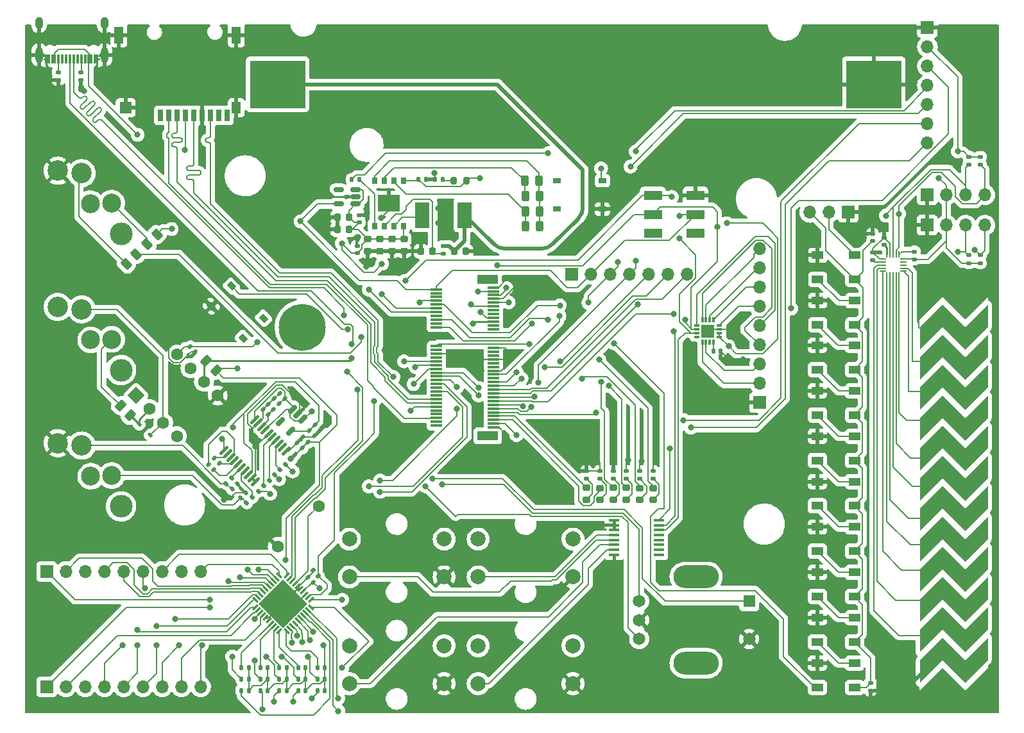
<source format=gbr>
%TF.GenerationSoftware,KiCad,Pcbnew,(6.0.5)*%
%TF.CreationDate,2022-06-18T22:15:24+02:00*%
%TF.ProjectId,clarinoid-devboard,636c6172-696e-46f6-9964-2d646576626f,rev?*%
%TF.SameCoordinates,Original*%
%TF.FileFunction,Copper,L1,Top*%
%TF.FilePolarity,Positive*%
%FSLAX46Y46*%
G04 Gerber Fmt 4.6, Leading zero omitted, Abs format (unit mm)*
G04 Created by KiCad (PCBNEW (6.0.5)) date 2022-06-18 22:15:24*
%MOMM*%
%LPD*%
G01*
G04 APERTURE LIST*
G04 Aperture macros list*
%AMRoundRect*
0 Rectangle with rounded corners*
0 $1 Rounding radius*
0 $2 $3 $4 $5 $6 $7 $8 $9 X,Y pos of 4 corners*
0 Add a 4 corners polygon primitive as box body*
4,1,4,$2,$3,$4,$5,$6,$7,$8,$9,$2,$3,0*
0 Add four circle primitives for the rounded corners*
1,1,$1+$1,$2,$3*
1,1,$1+$1,$4,$5*
1,1,$1+$1,$6,$7*
1,1,$1+$1,$8,$9*
0 Add four rect primitives between the rounded corners*
20,1,$1+$1,$2,$3,$4,$5,0*
20,1,$1+$1,$4,$5,$6,$7,0*
20,1,$1+$1,$6,$7,$8,$9,0*
20,1,$1+$1,$8,$9,$2,$3,0*%
%AMHorizOval*
0 Thick line with rounded ends*
0 $1 width*
0 $2 $3 position (X,Y) of the first rounded end (center of the circle)*
0 $4 $5 position (X,Y) of the second rounded end (center of the circle)*
0 Add line between two ends*
20,1,$1,$2,$3,$4,$5,0*
0 Add two circle primitives to create the rounded ends*
1,1,$1,$2,$3*
1,1,$1,$4,$5*%
%AMRotRect*
0 Rectangle, with rotation*
0 The origin of the aperture is its center*
0 $1 length*
0 $2 width*
0 $3 Rotation angle, in degrees counterclockwise*
0 Add horizontal line*
21,1,$1,$2,0,0,$3*%
%AMFreePoly0*
4,1,14,0.354215,0.088284,0.450784,-0.008285,0.462500,-0.036569,0.462500,-0.060000,0.450784,-0.088284,0.422500,-0.100000,-0.422500,-0.100000,-0.450784,-0.088284,-0.462500,-0.060000,-0.462500,0.060000,-0.450784,0.088284,-0.422500,0.100000,0.325931,0.100000,0.354215,0.088284,0.354215,0.088284,$1*%
%AMFreePoly1*
4,1,14,0.450784,0.088284,0.462500,0.060000,0.462500,0.036569,0.450784,0.008285,0.354215,-0.088284,0.325931,-0.100000,-0.422500,-0.100000,-0.450784,-0.088284,-0.462500,-0.060000,-0.462500,0.060000,-0.450784,0.088284,-0.422500,0.100000,0.422500,0.100000,0.450784,0.088284,0.450784,0.088284,$1*%
%AMFreePoly2*
4,1,14,0.088284,0.450784,0.100000,0.422500,0.100000,-0.422500,0.088284,-0.450784,0.060000,-0.462500,-0.060000,-0.462500,-0.088284,-0.450784,-0.100000,-0.422500,-0.100000,0.325931,-0.088284,0.354215,0.008285,0.450784,0.036569,0.462500,0.060000,0.462500,0.088284,0.450784,0.088284,0.450784,$1*%
%AMFreePoly3*
4,1,14,-0.008285,0.450784,0.088284,0.354215,0.100000,0.325931,0.100000,-0.422500,0.088284,-0.450784,0.060000,-0.462500,-0.060000,-0.462500,-0.088284,-0.450784,-0.100000,-0.422500,-0.100000,0.422500,-0.088284,0.450784,-0.060000,0.462500,-0.036569,0.462500,-0.008285,0.450784,-0.008285,0.450784,$1*%
%AMFreePoly4*
4,1,14,0.450784,0.088284,0.462500,0.060000,0.462500,-0.060000,0.450784,-0.088284,0.422500,-0.100000,-0.325931,-0.100000,-0.354215,-0.088284,-0.450784,0.008285,-0.462500,0.036569,-0.462500,0.060000,-0.450784,0.088284,-0.422500,0.100000,0.422500,0.100000,0.450784,0.088284,0.450784,0.088284,$1*%
%AMFreePoly5*
4,1,14,0.450784,0.088284,0.462500,0.060000,0.462500,-0.060000,0.450784,-0.088284,0.422500,-0.100000,-0.422500,-0.100000,-0.450784,-0.088284,-0.462500,-0.060000,-0.462500,-0.036569,-0.450784,-0.008285,-0.354215,0.088284,-0.325931,0.100000,0.422500,0.100000,0.450784,0.088284,0.450784,0.088284,$1*%
%AMFreePoly6*
4,1,14,0.088284,0.450784,0.100000,0.422500,0.100000,-0.325931,0.088284,-0.354215,-0.008285,-0.450784,-0.036569,-0.462500,-0.060000,-0.462500,-0.088284,-0.450784,-0.100000,-0.422500,-0.100000,0.422500,-0.088284,0.450784,-0.060000,0.462500,0.060000,0.462500,0.088284,0.450784,0.088284,0.450784,$1*%
%AMFreePoly7*
4,1,14,0.088284,0.450784,0.100000,0.422500,0.100000,-0.422500,0.088284,-0.450784,0.060000,-0.462500,0.036569,-0.462500,0.008285,-0.450784,-0.088284,-0.354215,-0.100000,-0.325931,-0.100000,0.422500,-0.088284,0.450784,-0.060000,0.462500,0.060000,0.462500,0.088284,0.450784,0.088284,0.450784,$1*%
%AMFreePoly8*
4,1,9,1.414214,2.828427,1.414214,-1.414214,-2.828427,-1.414214,-2.828427,-5.656854,-4.949747,-3.535534,-4.949747,0.707107,-0.707107,0.707107,-0.707107,4.949747,1.414214,2.828427,1.414214,2.828427,$1*%
G04 Aperture macros list end*
%TA.AperFunction,SMDPad,CuDef*%
%ADD10RoundRect,0.147500X-0.147500X-0.172500X0.147500X-0.172500X0.147500X0.172500X-0.147500X0.172500X0*%
%TD*%
%TA.AperFunction,SMDPad,CuDef*%
%ADD11RoundRect,0.218750X0.256250X-0.218750X0.256250X0.218750X-0.256250X0.218750X-0.256250X-0.218750X0*%
%TD*%
%TA.AperFunction,SMDPad,CuDef*%
%ADD12RoundRect,0.140000X-0.219203X-0.021213X-0.021213X-0.219203X0.219203X0.021213X0.021213X0.219203X0*%
%TD*%
%TA.AperFunction,SMDPad,CuDef*%
%ADD13RoundRect,0.225000X0.225000X0.250000X-0.225000X0.250000X-0.225000X-0.250000X0.225000X-0.250000X0*%
%TD*%
%TA.AperFunction,SMDPad,CuDef*%
%ADD14RoundRect,0.135000X0.185000X-0.135000X0.185000X0.135000X-0.185000X0.135000X-0.185000X-0.135000X0*%
%TD*%
%TA.AperFunction,ComponentPad*%
%ADD15R,1.700000X1.700000*%
%TD*%
%TA.AperFunction,ComponentPad*%
%ADD16O,1.700000X1.700000*%
%TD*%
%TA.AperFunction,SMDPad,CuDef*%
%ADD17RoundRect,0.225000X-0.250000X0.225000X-0.250000X-0.225000X0.250000X-0.225000X0.250000X0.225000X0*%
%TD*%
%TA.AperFunction,SMDPad,CuDef*%
%ADD18RotRect,0.600000X0.450000X315.000000*%
%TD*%
%TA.AperFunction,ComponentPad*%
%ADD19RotRect,1.600000X1.600000X45.000000*%
%TD*%
%TA.AperFunction,ComponentPad*%
%ADD20HorizOval,1.600000X0.000000X0.000000X0.000000X0.000000X0*%
%TD*%
%TA.AperFunction,SMDPad,CuDef*%
%ADD21RoundRect,0.140000X0.170000X-0.140000X0.170000X0.140000X-0.170000X0.140000X-0.170000X-0.140000X0*%
%TD*%
%TA.AperFunction,SMDPad,CuDef*%
%ADD22RoundRect,0.135000X0.135000X0.185000X-0.135000X0.185000X-0.135000X-0.185000X0.135000X-0.185000X0*%
%TD*%
%TA.AperFunction,SMDPad,CuDef*%
%ADD23R,1.475000X0.450000*%
%TD*%
%TA.AperFunction,ComponentPad*%
%ADD24C,6.200000*%
%TD*%
%TA.AperFunction,SMDPad,CuDef*%
%ADD25R,0.700000X0.950000*%
%TD*%
%TA.AperFunction,SMDPad,CuDef*%
%ADD26R,2.850000X2.250000*%
%TD*%
%TA.AperFunction,SMDPad,CuDef*%
%ADD27R,2.375000X1.300000*%
%TD*%
%TA.AperFunction,SMDPad,CuDef*%
%ADD28RoundRect,0.140000X0.021213X-0.219203X0.219203X-0.021213X-0.021213X0.219203X-0.219203X0.021213X0*%
%TD*%
%TA.AperFunction,ComponentPad*%
%ADD29C,2.000000*%
%TD*%
%TA.AperFunction,SMDPad,CuDef*%
%ADD30R,1.500000X1.000000*%
%TD*%
%TA.AperFunction,SMDPad,CuDef*%
%ADD31R,7.340000X6.350000*%
%TD*%
%TA.AperFunction,SMDPad,CuDef*%
%ADD32R,1.850000X3.500000*%
%TD*%
%TA.AperFunction,SMDPad,CuDef*%
%ADD33RoundRect,0.135000X-0.185000X0.135000X-0.185000X-0.135000X0.185000X-0.135000X0.185000X0.135000X0*%
%TD*%
%TA.AperFunction,SMDPad,CuDef*%
%ADD34RoundRect,0.243750X0.243750X0.456250X-0.243750X0.456250X-0.243750X-0.456250X0.243750X-0.456250X0*%
%TD*%
%TA.AperFunction,SMDPad,CuDef*%
%ADD35RotRect,0.300000X0.850000X45.000000*%
%TD*%
%TA.AperFunction,SMDPad,CuDef*%
%ADD36RotRect,0.300000X0.850000X315.000000*%
%TD*%
%TA.AperFunction,SMDPad,CuDef*%
%ADD37RotRect,4.550000X4.550000X315.000000*%
%TD*%
%TA.AperFunction,SMDPad,CuDef*%
%ADD38RoundRect,0.140000X0.140000X0.170000X-0.140000X0.170000X-0.140000X-0.170000X0.140000X-0.170000X0*%
%TD*%
%TA.AperFunction,ComponentPad*%
%ADD39C,2.700000*%
%TD*%
%TA.AperFunction,ComponentPad*%
%ADD40C,2.500000*%
%TD*%
%TA.AperFunction,ComponentPad*%
%ADD41C,3.000000*%
%TD*%
%TA.AperFunction,SMDPad,CuDef*%
%ADD42RoundRect,0.135000X0.226274X0.035355X0.035355X0.226274X-0.226274X-0.035355X-0.035355X-0.226274X0*%
%TD*%
%TA.AperFunction,SMDPad,CuDef*%
%ADD43RoundRect,0.140000X0.219203X0.021213X0.021213X0.219203X-0.219203X-0.021213X-0.021213X-0.219203X0*%
%TD*%
%TA.AperFunction,SMDPad,CuDef*%
%ADD44C,0.500000*%
%TD*%
%TA.AperFunction,SMDPad,CuDef*%
%ADD45RoundRect,0.243750X-0.243750X-0.456250X0.243750X-0.456250X0.243750X0.456250X-0.243750X0.456250X0*%
%TD*%
%TA.AperFunction,SMDPad,CuDef*%
%ADD46RoundRect,0.150000X0.512500X0.150000X-0.512500X0.150000X-0.512500X-0.150000X0.512500X-0.150000X0*%
%TD*%
%TA.AperFunction,SMDPad,CuDef*%
%ADD47RoundRect,0.135000X-0.035355X0.226274X-0.226274X0.035355X0.035355X-0.226274X0.226274X-0.035355X0*%
%TD*%
%TA.AperFunction,SMDPad,CuDef*%
%ADD48RoundRect,0.250000X0.132583X-0.503814X0.503814X-0.132583X-0.132583X0.503814X-0.503814X0.132583X0*%
%TD*%
%TA.AperFunction,SMDPad,CuDef*%
%ADD49RoundRect,0.250000X0.503814X0.132583X0.132583X0.503814X-0.503814X-0.132583X-0.132583X-0.503814X0*%
%TD*%
%TA.AperFunction,ComponentPad*%
%ADD50C,1.600000*%
%TD*%
%TA.AperFunction,SMDPad,CuDef*%
%ADD51FreePoly0,270.000000*%
%TD*%
%TA.AperFunction,SMDPad,CuDef*%
%ADD52RoundRect,0.050000X-0.050000X0.412500X-0.050000X-0.412500X0.050000X-0.412500X0.050000X0.412500X0*%
%TD*%
%TA.AperFunction,SMDPad,CuDef*%
%ADD53FreePoly1,270.000000*%
%TD*%
%TA.AperFunction,SMDPad,CuDef*%
%ADD54FreePoly2,270.000000*%
%TD*%
%TA.AperFunction,SMDPad,CuDef*%
%ADD55RoundRect,0.050000X-0.412500X0.050000X-0.412500X-0.050000X0.412500X-0.050000X0.412500X0.050000X0*%
%TD*%
%TA.AperFunction,SMDPad,CuDef*%
%ADD56FreePoly3,270.000000*%
%TD*%
%TA.AperFunction,SMDPad,CuDef*%
%ADD57FreePoly4,270.000000*%
%TD*%
%TA.AperFunction,SMDPad,CuDef*%
%ADD58FreePoly5,270.000000*%
%TD*%
%TA.AperFunction,SMDPad,CuDef*%
%ADD59FreePoly6,270.000000*%
%TD*%
%TA.AperFunction,SMDPad,CuDef*%
%ADD60FreePoly7,270.000000*%
%TD*%
%TA.AperFunction,SMDPad,CuDef*%
%ADD61R,0.700000X1.600000*%
%TD*%
%TA.AperFunction,SMDPad,CuDef*%
%ADD62R,1.200000X1.500000*%
%TD*%
%TA.AperFunction,SMDPad,CuDef*%
%ADD63R,1.200000X2.200000*%
%TD*%
%TA.AperFunction,SMDPad,CuDef*%
%ADD64R,1.600000X1.500000*%
%TD*%
%TA.AperFunction,SMDPad,CuDef*%
%ADD65FreePoly8,135.000000*%
%TD*%
%TA.AperFunction,SMDPad,CuDef*%
%ADD66RoundRect,0.135000X0.035355X-0.226274X0.226274X-0.035355X-0.035355X0.226274X-0.226274X0.035355X0*%
%TD*%
%TA.AperFunction,SMDPad,CuDef*%
%ADD67RoundRect,0.100000X-0.380070X-0.521491X0.521491X0.380070X0.380070X0.521491X-0.521491X-0.380070X0*%
%TD*%
%TA.AperFunction,SMDPad,CuDef*%
%ADD68R,0.300000X0.800000*%
%TD*%
%TA.AperFunction,SMDPad,CuDef*%
%ADD69R,0.800000X0.300000*%
%TD*%
%TA.AperFunction,SMDPad,CuDef*%
%ADD70R,1.800000X1.800000*%
%TD*%
%TA.AperFunction,SMDPad,CuDef*%
%ADD71RoundRect,0.140000X-0.170000X0.140000X-0.170000X-0.140000X0.170000X-0.140000X0.170000X0.140000X0*%
%TD*%
%TA.AperFunction,SMDPad,CuDef*%
%ADD72R,0.300000X1.150000*%
%TD*%
%TA.AperFunction,ComponentPad*%
%ADD73O,1.000000X1.600000*%
%TD*%
%TA.AperFunction,ComponentPad*%
%ADD74O,1.000000X2.100000*%
%TD*%
%TA.AperFunction,SMDPad,CuDef*%
%ADD75R,1.550000X0.300000*%
%TD*%
%TA.AperFunction,SMDPad,CuDef*%
%ADD76R,2.750000X1.200000*%
%TD*%
%TA.AperFunction,SMDPad,CuDef*%
%ADD77RoundRect,0.200000X0.200000X0.275000X-0.200000X0.275000X-0.200000X-0.275000X0.200000X-0.275000X0*%
%TD*%
%TA.AperFunction,SMDPad,CuDef*%
%ADD78RoundRect,0.225000X-0.225000X-0.250000X0.225000X-0.250000X0.225000X0.250000X-0.225000X0.250000X0*%
%TD*%
%TA.AperFunction,SMDPad,CuDef*%
%ADD79RoundRect,0.140000X-0.140000X-0.170000X0.140000X-0.170000X0.140000X0.170000X-0.140000X0.170000X0*%
%TD*%
%TA.AperFunction,SMDPad,CuDef*%
%ADD80R,1.000000X0.750000*%
%TD*%
%TA.AperFunction,ComponentPad*%
%ADD81R,1.650000X1.650000*%
%TD*%
%TA.AperFunction,ComponentPad*%
%ADD82C,1.650000*%
%TD*%
%TA.AperFunction,ComponentPad*%
%ADD83O,6.000000X3.000000*%
%TD*%
%TA.AperFunction,SMDPad,CuDef*%
%ADD84RoundRect,0.250000X-0.503814X-0.132583X-0.132583X-0.503814X0.503814X0.132583X0.132583X0.503814X0*%
%TD*%
%TA.AperFunction,SMDPad,CuDef*%
%ADD85RotRect,1.000000X0.750000X315.000000*%
%TD*%
%TA.AperFunction,SMDPad,CuDef*%
%ADD86RoundRect,0.150000X0.256326X0.468458X-0.468458X-0.256326X-0.256326X-0.468458X0.468458X0.256326X0*%
%TD*%
%TA.AperFunction,ViaPad*%
%ADD87C,0.800000*%
%TD*%
%TA.AperFunction,Conductor*%
%ADD88C,0.200000*%
%TD*%
%TA.AperFunction,Conductor*%
%ADD89C,0.250000*%
%TD*%
%TA.AperFunction,Conductor*%
%ADD90C,0.500000*%
%TD*%
G04 APERTURE END LIST*
%TO.C,NT1*%
G36*
X124581611Y-85299197D02*
G01*
X123874504Y-86006304D01*
X123520951Y-85652751D01*
X124228058Y-84945644D01*
X124581611Y-85299197D01*
G37*
%TD*%
D10*
%TO.P,D19,1,K*%
%TO.N,Net-(D19-Pad1)*%
X119713312Y-114934542D03*
%TO.P,D19,2,A*%
%TO.N,+3V3*%
X120683312Y-114934542D03*
%TD*%
D11*
%TO.P,D5,1,K*%
%TO.N,Net-(D5-Pad1)*%
X171493312Y-91247042D03*
%TO.P,D5,2,A*%
%TO.N,GEN_LED1*%
X171493312Y-89672042D03*
%TD*%
D12*
%TO.P,C4,1*%
%TO.N,A3v3*%
X126883077Y-81371386D03*
%TO.P,C4,2*%
%TO.N,GND*%
X127561899Y-82050208D03*
%TD*%
D13*
%TO.P,C28,1*%
%TO.N,Supply+5v*%
X131420804Y-55512034D03*
%TO.P,C28,2*%
%TO.N,GND*%
X129870804Y-55512034D03*
%TD*%
D14*
%TO.P,R38,1*%
%TO.N,Net-(D10-Pad1)*%
X164493312Y-88459542D03*
%TO.P,R38,2*%
%TO.N,GND*%
X164493312Y-87439542D03*
%TD*%
D15*
%TO.P,J14,1,Pin_1*%
%TO.N,GND*%
X185566565Y-78397523D03*
D16*
%TO.P,J14,2,Pin_2*%
%TO.N,Net-(IC4-Pad1)*%
X185566565Y-75857523D03*
%TO.P,J14,3,Pin_3*%
%TO.N,Net-(IC4-Pad2)*%
X185566565Y-73317523D03*
%TO.P,J14,4,Pin_4*%
%TO.N,Net-(IC4-Pad12)*%
X185566565Y-70777523D03*
%TO.P,J14,5,Pin_5*%
%TO.N,Net-(IC4-Pad13)*%
X185566565Y-68237523D03*
%TO.P,J14,6,Pin_6*%
%TO.N,Net-(IC4-Pad8)*%
X185566565Y-65697523D03*
%TO.P,J14,7,Pin_7*%
%TO.N,Net-(IC4-Pad9)*%
X185566565Y-63157523D03*
%TO.P,J14,8,Pin_8*%
%TO.N,Net-(IC4-Pad10)*%
X185566565Y-60617523D03*
%TO.P,J14,9,Pin_9*%
%TO.N,Net-(IC4-Pad11)*%
X185566565Y-58077523D03*
%TD*%
D17*
%TO.P,C21,1*%
%TO.N,Supply+5v*%
X135460804Y-56797034D03*
%TO.P,C21,2*%
%TO.N,GND*%
X135460804Y-58347034D03*
%TD*%
D11*
%TO.P,D7,1,K*%
%TO.N,Net-(D7-Pad1)*%
X169743312Y-91247042D03*
%TO.P,D7,2,A*%
%TO.N,GEN_LED2*%
X169743312Y-89672042D03*
%TD*%
D14*
%TO.P,R35,1*%
%TO.N,Net-(D7-Pad1)*%
X169743312Y-88459542D03*
%TO.P,R35,2*%
%TO.N,GND*%
X169743312Y-87439542D03*
%TD*%
%TO.P,R40,1*%
%TO.N,I2C_SDA*%
X213198312Y-46934542D03*
%TO.P,R40,2*%
%TO.N,+3V3*%
X213198312Y-45914542D03*
%TD*%
D10*
%TO.P,D23,1,K*%
%TO.N,Net-(D23-Pad1)*%
X119713312Y-116434542D03*
%TO.P,D23,2,A*%
%TO.N,+3V3*%
X120683312Y-116434542D03*
%TD*%
D18*
%TO.P,D6,1,K*%
%TO.N,Net-(D6-Pad1)*%
X103675702Y-81230055D03*
%TO.P,D6,2,A*%
%TO.N,Net-(D6-Pad2)*%
X105160626Y-82714979D03*
%TD*%
D10*
%TO.P,D15,1,K*%
%TO.N,Net-(D15-Pad1)*%
X117213312Y-113434542D03*
%TO.P,D15,2,A*%
%TO.N,+3V3*%
X118183312Y-113434542D03*
%TD*%
%TO.P,D26,1,K*%
%TO.N,Net-(D26-Pad1)*%
X127213312Y-116434542D03*
%TO.P,D26,2,A*%
%TO.N,+3V3*%
X128183312Y-116434542D03*
%TD*%
D19*
%TO.P,U8,1,NC*%
%TO.N,unconnected-(U8-Pad1)*%
X103286793Y-77447034D03*
D20*
%TO.P,U8,2,C1*%
%TO.N,Net-(D6-Pad1)*%
X105082844Y-79243085D03*
%TO.P,U8,3,C2*%
%TO.N,Net-(D6-Pad2)*%
X106878895Y-81039136D03*
%TO.P,U8,4,NC*%
%TO.N,unconnected-(U8-Pad4)*%
X108674947Y-82835188D03*
%TO.P,U8,5,GND*%
%TO.N,GND*%
X114063100Y-77447034D03*
%TO.P,U8,6,VO2*%
%TO.N,T00 MIDI IN*%
X112267049Y-75650983D03*
%TO.P,U8,7,VO1*%
%TO.N,unconnected-(U8-Pad7)*%
X110470998Y-73854932D03*
%TO.P,U8,8,VCC*%
%TO.N,Supply+5v*%
X108674947Y-72058880D03*
%TD*%
D21*
%TO.P,C23,1*%
%TO.N,Supply+5v*%
X132460804Y-58657034D03*
%TO.P,C23,2*%
%TO.N,GND*%
X132460804Y-57697034D03*
%TD*%
D22*
%TO.P,R10,1*%
%TO.N,Net-(IC2-Pad5)*%
X132770804Y-48912034D03*
%TO.P,R10,2*%
%TO.N,Net-(R10-Pad2)*%
X131750804Y-48912034D03*
%TD*%
D21*
%TO.P,C26,1*%
%TO.N,Supply+5v*%
X132745804Y-54572034D03*
%TO.P,C26,2*%
%TO.N,GND*%
X132745804Y-53612034D03*
%TD*%
D12*
%TO.P,C14,1*%
%TO.N,GND*%
X122226946Y-77146256D03*
%TO.P,C14,2*%
%TO.N,D3v3*%
X122905768Y-77825078D03*
%TD*%
D21*
%TO.P,C25,1*%
%TO.N,+3V3*%
X200468792Y-57032042D03*
%TO.P,C25,2*%
%TO.N,GND*%
X200468792Y-56072042D03*
%TD*%
D11*
%TO.P,D9,1,K*%
%TO.N,Net-(D9-Pad1)*%
X166243312Y-91237042D03*
%TO.P,D9,2,A*%
%TO.N,GEN_LED4*%
X166243312Y-89662042D03*
%TD*%
D13*
%TO.P,C18,1*%
%TO.N,Net-(C18-Pad1)*%
X142435804Y-58397034D03*
%TO.P,C18,2*%
%TO.N,GND*%
X140885804Y-58397034D03*
%TD*%
D17*
%TO.P,C20,1*%
%TO.N,Supply+5v*%
X137060804Y-56797034D03*
%TO.P,C20,2*%
%TO.N,GND*%
X137060804Y-58347034D03*
%TD*%
D23*
%TO.P,IC1,1,A0*%
%TO.N,GND*%
X166385312Y-93934542D03*
%TO.P,IC1,2,A1*%
X166385312Y-94584542D03*
%TO.P,IC1,3,A2*%
X166385312Y-95234542D03*
%TO.P,IC1,4,IO0*%
%TO.N,Net-(IC1-Pad4)*%
X166385312Y-95884542D03*
%TO.P,IC1,5,IO1*%
%TO.N,Net-(IC1-Pad5)*%
X166385312Y-96534542D03*
%TO.P,IC1,6,IO2*%
%TO.N,Net-(IC1-Pad6)*%
X166385312Y-97184542D03*
%TO.P,IC1,7,IO3*%
%TO.N,Net-(IC1-Pad7)*%
X166385312Y-97834542D03*
%TO.P,IC1,8,VSS*%
%TO.N,GND*%
X166385312Y-98484542D03*
%TO.P,IC1,9,IO4*%
%TO.N,unconnected-(IC1-Pad9)*%
X172261312Y-98484542D03*
%TO.P,IC1,10,IO5*%
%TO.N,unconnected-(IC1-Pad10)*%
X172261312Y-97834542D03*
%TO.P,IC1,11,IO6*%
%TO.N,unconnected-(IC1-Pad11)*%
X172261312Y-97184542D03*
%TO.P,IC1,12,IO7*%
%TO.N,unconnected-(IC1-Pad12)*%
X172261312Y-96534542D03*
%TO.P,IC1,13,~{INT}*%
%TO.N,unconnected-(IC1-Pad13)*%
X172261312Y-95884542D03*
%TO.P,IC1,14,SCL*%
%TO.N,I2C_SCL*%
X172261312Y-95234542D03*
%TO.P,IC1,15,SDA*%
%TO.N,I2C_SDA*%
X172261312Y-94584542D03*
%TO.P,IC1,16,VDD*%
%TO.N,+3V3*%
X172261312Y-93934542D03*
%TD*%
D24*
%TO.P,H1,1*%
%TO.N,N/C*%
X125198312Y-68434542D03*
%TD*%
D25*
%TO.P,IC2,1,VIN*%
%TO.N,USB_Vin5v*%
X138560804Y-49097034D03*
%TO.P,IC2,2,LED1*%
%TO.N,Net-(D1-Pad2)*%
X137290804Y-49097034D03*
%TO.P,IC2,3,LED2*%
%TO.N,Net-(D3-Pad2)*%
X136020804Y-49097034D03*
%TO.P,IC2,4,LED3*%
%TO.N,Net-(D1-Pad1)*%
X134750804Y-49097034D03*
%TO.P,IC2,5,KEY*%
%TO.N,Net-(IC2-Pad5)*%
X134750804Y-55047034D03*
%TO.P,IC2,6,BAT*%
%TO.N,Net-(C18-Pad1)*%
X136020804Y-55047034D03*
%TO.P,IC2,7,SW-inductor*%
%TO.N,Net-(IC2-Pad7)*%
X137290804Y-55047034D03*
%TO.P,IC2,8,VOUT*%
%TO.N,Supply+5v*%
X138560804Y-55047034D03*
D26*
%TO.P,IC2,9,PWR-GND*%
%TO.N,GND*%
X136655804Y-52072034D03*
%TD*%
D27*
%TO.P,U10,1,GND*%
%TO.N,GND*%
X177118804Y-51032034D03*
%TO.P,U10,2,Vs*%
%TO.N,+3V3*%
X177118804Y-53532034D03*
%TO.P,U10,3,INT*%
%TO.N,unconnected-(U10-Pad3)*%
X177118804Y-56032034D03*
%TO.P,U10,4,NC*%
%TO.N,unconnected-(U10-Pad4)*%
X171492804Y-56032034D03*
%TO.P,U10,5,SDA*%
%TO.N,I2C_SDA*%
X171492804Y-53532034D03*
%TO.P,U10,6,SCL*%
%TO.N,I2C_SCL*%
X171492804Y-51032034D03*
%TD*%
D10*
%TO.P,D13,1,K*%
%TO.N,Net-(D13-Pad1)*%
X122213312Y-113434542D03*
%TO.P,D13,2,A*%
%TO.N,+3V3*%
X123183312Y-113434542D03*
%TD*%
D28*
%TO.P,C12,1*%
%TO.N,Net-(C12-Pad1)*%
X117099730Y-90977956D03*
%TO.P,C12,2*%
%TO.N,GND*%
X117778552Y-90299134D03*
%TD*%
D29*
%TO.P,SW4,1,1*%
%TO.N,GND*%
X143948312Y-115534542D03*
%TO.P,SW4,2,2*%
%TO.N,Net-(IC1-Pad6)*%
X131448312Y-115534542D03*
%TO.P,SW4,3*%
%TO.N,N/C*%
X143948312Y-110534542D03*
%TO.P,SW4,4*%
X131448312Y-110534542D03*
%TD*%
D30*
%TO.P,D32,1,VDD*%
%TO.N,+3V3*%
X198098312Y-86034542D03*
%TO.P,D32,2,DOUT*%
%TO.N,Net-(D32-Pad2)*%
X198098312Y-82834542D03*
%TO.P,D32,3,VSS*%
%TO.N,GND*%
X193198312Y-82834542D03*
%TO.P,D32,4,DIN*%
%TO.N,Net-(D31-Pad2)*%
X193198312Y-86034542D03*
%TD*%
D31*
%TO.P,BT1,1,+*%
%TO.N,Batt+*%
X121988304Y-36346568D03*
%TO.P,BT1,2,-*%
%TO.N,GND*%
X200648304Y-36346568D03*
%TD*%
D32*
%TO.P,L1,1,1*%
%TO.N,Net-(IC2-Pad7)*%
X141060804Y-53612034D03*
%TO.P,L1,2,2*%
%TO.N,Batt+*%
X146660804Y-53612034D03*
%TD*%
D33*
%TO.P,R4,1*%
%TO.N,Net-(R4-Pad1)*%
X205993312Y-58439542D03*
%TO.P,R4,2*%
%TO.N,+3V3*%
X205993312Y-59459542D03*
%TD*%
D15*
%TO.P,DS2,1,18_ANODE_F*%
%TO.N,Net-(DS2-Pad1)*%
X91493312Y-100709542D03*
D16*
%TO.P,DS2,2,17_ANODE_G*%
%TO.N,Net-(DS2-Pad2)*%
X94033312Y-100709542D03*
%TO.P,DS2,3,16_COMMON_CATHODE_DIG_1*%
%TO.N,kingbright_dig0*%
X96573312Y-100709542D03*
%TO.P,DS2,4,15_ANODE_H*%
%TO.N,Net-(DS2-Pad4)*%
X99113312Y-100709542D03*
%TO.P,DS2,5,14_ANODE_J*%
%TO.N,Net-(DS2-Pad5)*%
X101653312Y-100709542D03*
%TO.P,DS2,6,13_ANODE_P*%
%TO.N,Net-(DS2-Pad6)*%
X104193312Y-100709542D03*
%TO.P,DS2,7,12_ANODE_A*%
%TO.N,Net-(DS2-Pad7)*%
X106733312Y-100709542D03*
%TO.P,DS2,8,11_COMMON_CATHODE_DIG_2*%
%TO.N,kingbright_dig1*%
X109273312Y-100709542D03*
%TO.P,DS2,9,10_ANODE_B*%
%TO.N,Net-(DS2-Pad9)*%
X111813312Y-100709542D03*
%TD*%
D10*
%TO.P,D20,1,K*%
%TO.N,Net-(D20-Pad1)*%
X124713312Y-114934542D03*
%TO.P,D20,2,A*%
%TO.N,+3V3*%
X125683312Y-114934542D03*
%TD*%
%TO.P,D25,1,K*%
%TO.N,Net-(D25-Pad1)*%
X127213312Y-113434542D03*
%TO.P,D25,2,A*%
%TO.N,+3V3*%
X128183312Y-113434542D03*
%TD*%
D29*
%TO.P,SW3,1,1*%
%TO.N,GND*%
X143948312Y-101434542D03*
%TO.P,SW3,2,2*%
%TO.N,Net-(IC1-Pad5)*%
X131448312Y-101434542D03*
%TO.P,SW3,3*%
%TO.N,N/C*%
X143948312Y-96434542D03*
%TO.P,SW3,4*%
X131448312Y-96434542D03*
%TD*%
D14*
%TO.P,R41,1*%
%TO.N,I2C_SCL*%
X214698312Y-46944542D03*
%TO.P,R41,2*%
%TO.N,+3V3*%
X214698312Y-45924542D03*
%TD*%
D30*
%TO.P,D31,1,VDD*%
%TO.N,+3V3*%
X198098312Y-92034542D03*
%TO.P,D31,2,DOUT*%
%TO.N,Net-(D31-Pad2)*%
X198098312Y-88834542D03*
%TO.P,D31,3,VSS*%
%TO.N,GND*%
X193198312Y-88834542D03*
%TO.P,D31,4,DIN*%
%TO.N,Net-(D30-Pad2)*%
X193198312Y-92034542D03*
%TD*%
D11*
%TO.P,D11,1,K*%
%TO.N,Net-(D11-Pad1)*%
X162743312Y-91237042D03*
%TO.P,D11,2,A*%
%TO.N,GEN_LED6*%
X162743312Y-89662042D03*
%TD*%
D34*
%TO.P,D1,1,K*%
%TO.N,Net-(D1-Pad1)*%
X156518304Y-55096568D03*
%TO.P,D1,2,A*%
%TO.N,Net-(D1-Pad2)*%
X154643304Y-55096568D03*
%TD*%
D35*
%TO.P,IC3,1,OUT2*%
%TO.N,Net-(DS2-Pad9)*%
X122203337Y-101257587D03*
%TO.P,IC3,2,OUT3*%
%TO.N,Net-(DS1-Pad9)*%
X121849784Y-101611140D03*
%TO.P,IC3,3,OUT4*%
%TO.N,Net-(DS1-Pad7)*%
X121496230Y-101964694D03*
%TO.P,IC3,4,OUT5*%
%TO.N,Net-(DS1-Pad1)*%
X121142677Y-102318247D03*
%TO.P,IC3,5,OUT6*%
%TO.N,Net-(DS2-Pad1)*%
X120789124Y-102671800D03*
%TO.P,IC3,6,OUT7*%
%TO.N,Net-(DS2-Pad2)*%
X120435570Y-103025354D03*
%TO.P,IC3,7,OUT8*%
%TO.N,Net-(DS2-Pad4)*%
X120082017Y-103378907D03*
%TO.P,IC3,8,OUT9*%
%TO.N,Net-(DS2-Pad5)*%
X119728464Y-103732460D03*
%TO.P,IC3,9,OUT10*%
%TO.N,Net-(DS1-Pad6)*%
X119374910Y-104086014D03*
%TO.P,IC3,10,OUT11*%
%TO.N,Net-(DS1-Pad5)*%
X119021357Y-104439567D03*
D36*
%TO.P,IC3,11,OUT12*%
%TO.N,Net-(DS1-Pad4)*%
X119021357Y-105429517D03*
%TO.P,IC3,12,OUT13*%
%TO.N,Net-(DS1-Pad2)*%
X119374910Y-105783070D03*
%TO.P,IC3,13,OUT14*%
%TO.N,Net-(DS2-Pad6)*%
X119728464Y-106136624D03*
%TO.P,IC3,14,OUT15*%
%TO.N,Net-(DS1-Pad8)*%
X120082017Y-106490177D03*
%TO.P,IC3,15,GND_1*%
%TO.N,GND*%
X120435570Y-106843730D03*
%TO.P,IC3,16,GND_2*%
X120789124Y-107197284D03*
%TO.P,IC3,17,OUT16*%
%TO.N,Net-(D15-Pad1)*%
X121142677Y-107550837D03*
%TO.P,IC3,18,OUT17*%
%TO.N,Net-(D14-Pad1)*%
X121496230Y-107904390D03*
%TO.P,IC3,19,OUT18*%
%TO.N,Net-(D13-Pad1)*%
X121849784Y-108257944D03*
%TO.P,IC3,20,OUT19*%
%TO.N,Net-(D12-Pad1)*%
X122203337Y-108611497D03*
D35*
%TO.P,IC3,21,OUT20*%
%TO.N,Net-(D25-Pad1)*%
X123193287Y-108611497D03*
%TO.P,IC3,22,OUT21*%
%TO.N,Net-(D16-Pad1)*%
X123546840Y-108257944D03*
%TO.P,IC3,23,OUT22*%
%TO.N,Net-(D19-Pad1)*%
X123900394Y-107904390D03*
%TO.P,IC3,24,OUT23*%
%TO.N,Net-(D17-Pad1)*%
X124253947Y-107550837D03*
%TO.P,IC3,25,OUT24*%
%TO.N,Net-(D20-Pad1)*%
X124607500Y-107197284D03*
%TO.P,IC3,26,OUT25*%
%TO.N,Net-(D21-Pad1)*%
X124961054Y-106843730D03*
%TO.P,IC3,27,OUT26*%
%TO.N,Net-(D22-Pad1)*%
X125314607Y-106490177D03*
%TO.P,IC3,28,OUT27*%
%TO.N,Net-(D23-Pad1)*%
X125668160Y-106136624D03*
%TO.P,IC3,29,OUT28*%
%TO.N,Net-(D18-Pad1)*%
X126021714Y-105783070D03*
%TO.P,IC3,30,OUT29*%
%TO.N,Net-(D24-Pad1)*%
X126375267Y-105429517D03*
D36*
%TO.P,IC3,31,OUT30*%
%TO.N,Net-(D26-Pad1)*%
X126375267Y-104439567D03*
%TO.P,IC3,32,SDB*%
%TO.N,enable_led_driver*%
X126021714Y-104086014D03*
%TO.P,IC3,33,AD*%
%TO.N,GND*%
X125668160Y-103732460D03*
%TO.P,IC3,34,VCC*%
%TO.N,+3V3*%
X125314607Y-103378907D03*
%TO.P,IC3,35,GND_3*%
%TO.N,GND*%
X124961054Y-103025354D03*
%TO.P,IC3,36,GND_4*%
X124607500Y-102671800D03*
%TO.P,IC3,37,ISET*%
%TO.N,Net-(IC3-Pad37)*%
X124253947Y-102318247D03*
%TO.P,IC3,38,SDA*%
%TO.N,I2C_SDA*%
X123900394Y-101964694D03*
%TO.P,IC3,39,SCL*%
%TO.N,I2C_SCL*%
X123546840Y-101611140D03*
%TO.P,IC3,40,OUT1*%
%TO.N,Net-(DS2-Pad7)*%
X123193287Y-101257587D03*
D37*
%TO.P,IC3,41,EP*%
%TO.N,GND*%
X122698312Y-104934542D03*
%TD*%
D38*
%TO.P,C15,1*%
%TO.N,Net-(C15-Pad1)*%
X143740804Y-48897034D03*
%TO.P,C15,2*%
%TO.N,GND*%
X142780804Y-48897034D03*
%TD*%
D39*
%TO.P,J10,1,S-GND*%
%TO.N,unconnected-(J10-Pad1)*%
X92973798Y-65760028D03*
%TO.P,J10,2,Tip*%
%TO.N,Net-(D6-Pad2)*%
X96120423Y-66078226D03*
D40*
%TO.P,J10,3*%
%TO.N,unconnected-(J10-Pad3)*%
X97322505Y-70108735D03*
%TO.P,J10,4,Ring*%
%TO.N,Net-(J10-Pad4)*%
X100080221Y-70038024D03*
D41*
%TO.P,J10,5*%
%TO.N,unconnected-(J10-Pad5)*%
X101317658Y-74103888D03*
%TD*%
D30*
%TO.P,D36,1,VDD*%
%TO.N,+3V3*%
X198148312Y-62134542D03*
%TO.P,D36,2,DOUT*%
%TO.N,WS2812_DATA2*%
X198148312Y-58934542D03*
%TO.P,D36,3,VSS*%
%TO.N,GND*%
X193248312Y-58934542D03*
%TO.P,D36,4,DIN*%
%TO.N,Net-(D35-Pad2)*%
X193248312Y-62134542D03*
%TD*%
D10*
%TO.P,D18,1,K*%
%TO.N,Net-(D18-Pad1)*%
X122213312Y-116434542D03*
%TO.P,D18,2,A*%
%TO.N,+3V3*%
X123183312Y-116434542D03*
%TD*%
%TO.P,D22,1,K*%
%TO.N,Net-(D22-Pad1)*%
X117213312Y-116434542D03*
%TO.P,D22,2,A*%
%TO.N,+3V3*%
X118183312Y-116434542D03*
%TD*%
D30*
%TO.P,D27,1,VDD*%
%TO.N,+3V3*%
X198098312Y-116034542D03*
%TO.P,D27,2,DOUT*%
%TO.N,Net-(D27-Pad2)*%
X198098312Y-112834542D03*
%TO.P,D27,3,VSS*%
%TO.N,GND*%
X193198312Y-112834542D03*
%TO.P,D27,4,DIN*%
%TO.N,WS2812_DATA*%
X193198312Y-116034542D03*
%TD*%
D42*
%TO.P,R16,1*%
%TO.N,enable_led_driver*%
X127353936Y-101310166D03*
%TO.P,R16,2*%
%TO.N,GND*%
X126632688Y-100588918D03*
%TD*%
D12*
%TO.P,C27,1*%
%TO.N,Supply+5v*%
X110442714Y-71026505D03*
%TO.P,C27,2*%
%TO.N,GND*%
X111121536Y-71705327D03*
%TD*%
D43*
%TO.P,C8,1*%
%TO.N,Net-(C8-Pad1)*%
X113501248Y-87229599D03*
%TO.P,C8,2*%
%TO.N,Net-(C8-Pad2)*%
X112822426Y-86550777D03*
%TD*%
%TO.P,C5,1*%
%TO.N,+3V3*%
X126017038Y-83623354D03*
%TO.P,C5,2*%
%TO.N,GND*%
X125338216Y-82944532D03*
%TD*%
D44*
%TO.P,NT1,1,1*%
%TO.N,+3V3*%
X124404834Y-85122421D03*
%TO.P,NT1,2,2*%
%TO.N,D3v3*%
X123697728Y-85829527D03*
%TD*%
D28*
%TO.P,C9,1*%
%TO.N,Net-(C9-Pad1)*%
X115982501Y-89832443D03*
%TO.P,C9,2*%
%TO.N,GND*%
X116661323Y-89153621D03*
%TD*%
D15*
%TO.P,J5,1,Pin_1*%
%TO.N,GND*%
X207698312Y-50934542D03*
D16*
%TO.P,J5,2,Pin_2*%
%TO.N,+3V3*%
X210238312Y-50934542D03*
%TO.P,J5,3,Pin_3*%
%TO.N,I2C_SDA*%
X212778312Y-50934542D03*
%TO.P,J5,4,Pin_4*%
%TO.N,I2C_SCL*%
X215318312Y-50934542D03*
%TD*%
D30*
%TO.P,D35,1,VDD*%
%TO.N,+3V3*%
X198148312Y-68134542D03*
%TO.P,D35,2,DOUT*%
%TO.N,Net-(D35-Pad2)*%
X198148312Y-64934542D03*
%TO.P,D35,3,VSS*%
%TO.N,GND*%
X193248312Y-64934542D03*
%TO.P,D35,4,DIN*%
%TO.N,Net-(D34-Pad2)*%
X193248312Y-68134542D03*
%TD*%
D11*
%TO.P,D8,1,K*%
%TO.N,Net-(D8-Pad1)*%
X167993312Y-91237042D03*
%TO.P,D8,2,A*%
%TO.N,GEN_LED3*%
X167993312Y-89662042D03*
%TD*%
D10*
%TO.P,D17,1,K*%
%TO.N,Net-(D17-Pad1)*%
X122213312Y-114934542D03*
%TO.P,D17,2,A*%
%TO.N,+3V3*%
X123183312Y-114934542D03*
%TD*%
%TO.P,D14,1,K*%
%TO.N,Net-(D14-Pad1)*%
X119713312Y-113434542D03*
%TO.P,D14,2,A*%
%TO.N,+3V3*%
X120683312Y-113434542D03*
%TD*%
D45*
%TO.P,D2,1,K*%
%TO.N,Net-(D1-Pad2)*%
X154643304Y-53096568D03*
%TO.P,D2,2,A*%
%TO.N,Net-(D1-Pad1)*%
X156518304Y-53096568D03*
%TD*%
D46*
%TO.P,U11,1,IN*%
%TO.N,Supply+5v*%
X132283304Y-52162034D03*
%TO.P,U11,2,GND*%
%TO.N,GND*%
X132283304Y-51212034D03*
%TO.P,U11,3,EN*%
%TO.N,Supply+5v*%
X132283304Y-50262034D03*
%TO.P,U11,4,NC*%
%TO.N,unconnected-(U11-Pad4)*%
X130008304Y-50262034D03*
%TO.P,U11,5,OUT*%
%TO.N,+3V3*%
X130008304Y-52162034D03*
%TD*%
D47*
%TO.P,R6,1*%
%TO.N,Net-(R6-Pad1)*%
X118613630Y-90913626D03*
%TO.P,R6,2*%
%TO.N,Net-(C12-Pad1)*%
X117892382Y-91634874D03*
%TD*%
D29*
%TO.P,SW2,1,1*%
%TO.N,GND*%
X160948312Y-101434542D03*
%TO.P,SW2,2,2*%
%TO.N,Net-(IC1-Pad4)*%
X148448312Y-101434542D03*
%TO.P,SW2,3*%
%TO.N,N/C*%
X160948312Y-96434542D03*
%TO.P,SW2,4*%
X148448312Y-96434542D03*
%TD*%
D30*
%TO.P,D29,1,VDD*%
%TO.N,+3V3*%
X198098312Y-104034542D03*
%TO.P,D29,2,DOUT*%
%TO.N,Net-(D29-Pad2)*%
X198098312Y-100834542D03*
%TO.P,D29,3,VSS*%
%TO.N,GND*%
X193198312Y-100834542D03*
%TO.P,D29,4,DIN*%
%TO.N,Net-(D28-Pad2)*%
X193198312Y-104034542D03*
%TD*%
D21*
%TO.P,C24,1*%
%TO.N,Net-(C24-Pad1)*%
X201993312Y-57539542D03*
%TO.P,C24,2*%
%TO.N,GND*%
X201993312Y-56579542D03*
%TD*%
D12*
%TO.P,C11,1*%
%TO.N,GND*%
X121519839Y-77853363D03*
%TO.P,C11,2*%
%TO.N,D3v3*%
X122198661Y-78532185D03*
%TD*%
D14*
%TO.P,R34,1*%
%TO.N,Net-(D5-Pad1)*%
X171493312Y-88459542D03*
%TO.P,R34,2*%
%TO.N,GND*%
X171493312Y-87439542D03*
%TD*%
D43*
%TO.P,C6,1*%
%TO.N,+3V3*%
X125225078Y-84387029D03*
%TO.P,C6,2*%
%TO.N,GND*%
X124546256Y-83708207D03*
%TD*%
D10*
%TO.P,D16,1,K*%
%TO.N,Net-(D16-Pad1)*%
X117213312Y-114934542D03*
%TO.P,D16,2,A*%
%TO.N,+3V3*%
X118183312Y-114934542D03*
%TD*%
D17*
%TO.P,C17,1*%
%TO.N,Supply+5v*%
X138660804Y-56797034D03*
%TO.P,C17,2*%
%TO.N,GND*%
X138660804Y-58347034D03*
%TD*%
D10*
%TO.P,D24,1,K*%
%TO.N,Net-(D24-Pad1)*%
X124713312Y-116434542D03*
%TO.P,D24,2,A*%
%TO.N,+3V3*%
X125683312Y-116434542D03*
%TD*%
D48*
%TO.P,R21,1*%
%TO.N,Net-(J11-Pad2)*%
X102015569Y-60092269D03*
%TO.P,R21,2*%
%TO.N,T01=MIDI OUT*%
X103306039Y-58801799D03*
%TD*%
D49*
%TO.P,R22,1*%
%TO.N,+3V3*%
X113840362Y-74141310D03*
%TO.P,R22,2*%
%TO.N,T00 MIDI IN*%
X112549892Y-72850840D03*
%TD*%
D45*
%TO.P,D4,1,K*%
%TO.N,Net-(D3-Pad2)*%
X154580804Y-49096568D03*
%TO.P,D4,2,A*%
%TO.N,Net-(D1-Pad1)*%
X156455804Y-49096568D03*
%TD*%
D14*
%TO.P,R37,1*%
%TO.N,Net-(D9-Pad1)*%
X166243312Y-88459542D03*
%TO.P,R37,2*%
%TO.N,GND*%
X166243312Y-87439542D03*
%TD*%
D50*
%TO.P,R15,1*%
%TO.N,GND*%
X121993312Y-97449542D03*
D20*
%TO.P,R15,2*%
%TO.N,Net-(IC3-Pad37)*%
X127381466Y-92061388D03*
%TD*%
D51*
%TO.P,U4,1,~{IRQ}*%
%TO.N,Net-(R4-Pad1)*%
X203993312Y-58852042D03*
D52*
%TO.P,U4,2,SCL*%
%TO.N,I2C_SCL*%
X203593312Y-58852042D03*
%TO.P,U4,3,SDA*%
%TO.N,I2C_SDA*%
X203193312Y-58852042D03*
%TO.P,U4,4,ADDR*%
%TO.N,GND*%
X202793312Y-58852042D03*
D53*
%TO.P,U4,5,VREG*%
%TO.N,Net-(C24-Pad1)*%
X202393312Y-58852042D03*
D54*
%TO.P,U4,6,VSS*%
%TO.N,GND*%
X201805812Y-59439542D03*
D55*
%TO.P,U4,7,REXT*%
%TO.N,Net-(R12-Pad1)*%
X201805812Y-59839542D03*
%TO.P,U4,8,ELE0*%
%TO.N,Net-(J20-Pad2)*%
X201805812Y-60239542D03*
%TO.P,U4,9,ELE1*%
%TO.N,Net-(J20-Pad3)*%
X201805812Y-60639542D03*
D56*
%TO.P,U4,10,ELE2*%
%TO.N,Net-(J20-Pad4)*%
X201805812Y-61039542D03*
D57*
%TO.P,U4,11,ELE3*%
%TO.N,Net-(J20-Pad5)*%
X202393312Y-61627042D03*
D52*
%TO.P,U4,12,LED0/ELE4*%
%TO.N,Net-(J20-Pad6)*%
X202793312Y-61627042D03*
%TO.P,U4,13,LED1/ELE5*%
%TO.N,Net-(J20-Pad7)*%
X203193312Y-61627042D03*
%TO.P,U4,14,LED2/ELE6*%
%TO.N,Net-(J20-Pad8)*%
X203593312Y-61627042D03*
D58*
%TO.P,U4,15,LED3/ELE7*%
%TO.N,Net-(J20-Pad9)*%
X203993312Y-61627042D03*
D59*
%TO.P,U4,16,LED4/ELE8*%
%TO.N,Net-(J20-Pad10)*%
X204580812Y-61039542D03*
D55*
%TO.P,U4,17,LED5/ELE9*%
%TO.N,Net-(J20-Pad11)*%
X204580812Y-60639542D03*
%TO.P,U4,18,LED6/ELE10*%
%TO.N,unconnected-(U4-Pad18)*%
X204580812Y-60239542D03*
%TO.P,U4,19,LED7/ELE11*%
%TO.N,unconnected-(U4-Pad19)*%
X204580812Y-59839542D03*
D60*
%TO.P,U4,20,VDD*%
%TO.N,+3V3*%
X204580812Y-59439542D03*
%TD*%
D33*
%TO.P,R11,1*%
%TO.N,Batt+*%
X143860804Y-57687034D03*
%TO.P,R11,2*%
%TO.N,Net-(C18-Pad1)*%
X143860804Y-58707034D03*
%TD*%
D61*
%TO.P,J3,1,DAT2_-_NC*%
%TO.N,unconnected-(J3-Pad1)*%
X106525000Y-40437500D03*
%TO.P,J3,2,SS_CS_CD/DAT3^2*%
%TO.N,SDIO_CS*%
X107625000Y-40437500D03*
%TO.P,J3,3,MOSI_CMD*%
%TO.N,SDIO_MOSI*%
X108725000Y-40437500D03*
%TO.P,J3,4,VDD_vin*%
%TO.N,+3V3*%
X109825000Y-40437500D03*
%TO.P,J3,5,CLK*%
%TO.N,SDIO_CLOCK*%
X110925000Y-40437500D03*
%TO.P,J3,6,VSS_gnd*%
%TO.N,GND*%
X112025000Y-40437500D03*
%TO.P,J3,7,MISO_DAT0*%
%TO.N,SDIO_MISO*%
X113125000Y-40437500D03*
%TO.P,J3,8,DAT1_NC*%
%TO.N,unconnected-(J3-Pad8)*%
X114225000Y-40437500D03*
%TO.P,J3,CD,Card_detect*%
%TO.N,unconnected-(J3-PadCD)*%
X115325000Y-40437500D03*
D62*
%TO.P,J3,MP1,SHIELD*%
%TO.N,GND*%
X116525000Y-39437500D03*
D63*
%TO.P,J3,MP2,SHIELD*%
X116525000Y-29837500D03*
%TO.P,J3,MP3,SHIELD*%
X101025000Y-29837500D03*
D64*
%TO.P,J3,MP4,SHIELD*%
X101925000Y-39437500D03*
%TD*%
D47*
%TO.P,R3,1*%
%TO.N,I2S_BCK*%
X123004763Y-86550777D03*
%TO.P,R3,2*%
%TO.N,Net-(R3-Pad2)*%
X122283515Y-87272025D03*
%TD*%
D15*
%TO.P,J4,1,Pin_1*%
%TO.N,GND*%
X207723312Y-28834542D03*
D16*
%TO.P,J4,2,Pin_2*%
%TO.N,+3V3*%
X207723312Y-31374542D03*
%TO.P,J4,3,Pin_3*%
%TO.N,SPI0_MISO*%
X207723312Y-33914542D03*
%TO.P,J4,4,Pin_4*%
%TO.N,SPI0_MOSI*%
X207723312Y-36454542D03*
%TO.P,J4,5,Pin_5*%
%TO.N,SPI0_SCK*%
X207723312Y-38994542D03*
%TO.P,J4,6,Pin_6*%
%TO.N,SPI0_generic0_cs*%
X207723312Y-41534542D03*
%TO.P,J4,7,Pin_7*%
%TO.N,SPI0_generic1_cs*%
X207723312Y-44074542D03*
%TD*%
D43*
%TO.P,C13,1*%
%TO.N,Net-(C10-Pad1)*%
X121420844Y-79310003D03*
%TO.P,C13,2*%
%TO.N,GND*%
X120742022Y-78631181D03*
%TD*%
D39*
%TO.P,J1,1,S-GND*%
%TO.N,GND*%
X92973798Y-83760028D03*
%TO.P,J1,2,Tip*%
%TO.N,Net-(C9-Pad1)*%
X96120423Y-84078226D03*
D40*
%TO.P,J1,3*%
%TO.N,unconnected-(J1-Pad3)*%
X97322505Y-88108735D03*
%TO.P,J1,4,Ring*%
%TO.N,Net-(C12-Pad1)*%
X100080221Y-88038024D03*
D41*
%TO.P,J1,5*%
%TO.N,unconnected-(J1-Pad5)*%
X101317658Y-92103888D03*
%TD*%
D30*
%TO.P,D33,1,VDD*%
%TO.N,+3V3*%
X198098312Y-80034542D03*
%TO.P,D33,2,DOUT*%
%TO.N,Net-(D33-Pad2)*%
X198098312Y-76834542D03*
%TO.P,D33,3,VSS*%
%TO.N,GND*%
X193198312Y-76834542D03*
%TO.P,D33,4,DIN*%
%TO.N,Net-(D32-Pad2)*%
X193198312Y-80034542D03*
%TD*%
D65*
%TO.P,J20,1,Pin_1*%
%TO.N,GND*%
X209698312Y-111434542D03*
%TO.P,J20,2,Pin_2*%
%TO.N,Net-(J20-Pad2)*%
X209698312Y-107434542D03*
%TO.P,J20,3,Pin_3*%
%TO.N,Net-(J20-Pad3)*%
X209698312Y-103434542D03*
%TO.P,J20,4,Pin_4*%
%TO.N,Net-(J20-Pad4)*%
X209698312Y-99434542D03*
%TO.P,J20,5,Pin_5*%
%TO.N,Net-(J20-Pad5)*%
X209698312Y-95434542D03*
%TO.P,J20,6,Pin_6*%
%TO.N,Net-(J20-Pad6)*%
X209698312Y-91434542D03*
%TO.P,J20,7,Pin_7*%
%TO.N,Net-(J20-Pad7)*%
X209698312Y-87434542D03*
%TO.P,J20,8,Pin_8*%
%TO.N,Net-(J20-Pad8)*%
X209698312Y-83434542D03*
%TO.P,J20,9,Pin_9*%
%TO.N,Net-(J20-Pad9)*%
X209698312Y-79434542D03*
%TO.P,J20,10,Pin_10*%
%TO.N,Net-(J20-Pad10)*%
X209698312Y-75434542D03*
%TO.P,J20,11,Pin_11*%
%TO.N,Net-(J20-Pad11)*%
X209698312Y-71434542D03*
%TO.P,J20,12,Pin_12*%
%TO.N,GND*%
X209698312Y-67434542D03*
%TD*%
D66*
%TO.P,R1,1*%
%TO.N,I2S_LRCK*%
X119455088Y-90100452D03*
%TO.P,R1,2*%
%TO.N,Net-(R1-Pad2)*%
X120176336Y-89379204D03*
%TD*%
D11*
%TO.P,D10,1,K*%
%TO.N,Net-(D10-Pad1)*%
X164493312Y-91247042D03*
%TO.P,D10,2,A*%
%TO.N,GEN_LED5*%
X164493312Y-89672042D03*
%TD*%
D12*
%TO.P,C3,1*%
%TO.N,A3v3*%
X126138931Y-82115533D03*
%TO.P,C3,2*%
%TO.N,GND*%
X126817753Y-82794355D03*
%TD*%
D14*
%TO.P,R7,1*%
%TO.N,GND*%
X93018304Y-35746568D03*
%TO.P,R7,2*%
%TO.N,Net-(J2-PadB5)*%
X93018304Y-34726568D03*
%TD*%
D67*
%TO.P,U1,1,CPVDD*%
%TO.N,A3v3*%
X114903088Y-84689318D03*
%TO.P,U1,2,CAPP*%
%TO.N,Net-(C7-Pad1)*%
X115362707Y-85148937D03*
%TO.P,U1,3,CPGND*%
%TO.N,Net-(C8-Pad2)*%
X115822326Y-85608557D03*
%TO.P,U1,4,CAPM*%
%TO.N,Net-(C7-Pad2)*%
X116281946Y-86068176D03*
%TO.P,U1,5,VNEG*%
%TO.N,Net-(C8-Pad1)*%
X116741565Y-86527795D03*
%TO.P,U1,6,OUTL*%
%TO.N,Net-(R5-Pad1)*%
X117201185Y-86987415D03*
%TO.P,U1,7,OUTR*%
%TO.N,Net-(R6-Pad1)*%
X117660804Y-87447034D03*
%TO.P,U1,8,AVDD*%
%TO.N,A3v3*%
X118120423Y-87906654D03*
%TO.P,U1,9,AGND*%
%TO.N,GND*%
X118580043Y-88366273D03*
%TO.P,U1,10,DEMP*%
X119039662Y-88825892D03*
%TO.P,U1,11,FLT*%
X123087848Y-84777706D03*
%TO.P,U1,12,SCK*%
%TO.N,unconnected-(U1-Pad12)*%
X122628229Y-84318087D03*
%TO.P,U1,13,BCK*%
%TO.N,Net-(R3-Pad2)*%
X122168610Y-83858467D03*
%TO.P,U1,14,DIN*%
%TO.N,Net-(R2-Pad2)*%
X121708990Y-83398848D03*
%TO.P,U1,15,LRCK*%
%TO.N,Net-(R1-Pad2)*%
X121249371Y-82939229D03*
%TO.P,U1,16,FMT*%
%TO.N,GND*%
X120789751Y-82479609D03*
%TO.P,U1,17,XSMT*%
%TO.N,D3v3*%
X120330132Y-82019990D03*
%TO.P,U1,18,LDOO*%
%TO.N,Net-(C10-Pad1)*%
X119870513Y-81560370D03*
%TO.P,U1,19,DGND*%
%TO.N,GND*%
X119410893Y-81100751D03*
%TO.P,U1,20,DVDD*%
%TO.N,D3v3*%
X118951274Y-80641132D03*
%TD*%
D14*
%TO.P,R8,1*%
%TO.N,GND*%
X96018304Y-35746568D03*
%TO.P,R8,2*%
%TO.N,Net-(J2-PadA5)*%
X96018304Y-34726568D03*
%TD*%
D34*
%TO.P,D3,1,K*%
%TO.N,Net-(D1-Pad1)*%
X156518304Y-51096568D03*
%TO.P,D3,2,A*%
%TO.N,Net-(D3-Pad2)*%
X154643304Y-51096568D03*
%TD*%
D15*
%TO.P,J12,1,GND*%
%TO.N,GND*%
X160760804Y-61447034D03*
D16*
%TO.P,J12,2,VDD*%
%TO.N,+3V3*%
X163300804Y-61447034D03*
%TO.P,J12,3,SCK*%
%TO.N,SPI0_SCK*%
X165840804Y-61447034D03*
%TO.P,J12,4,SDA*%
%TO.N,SPI0_MOSI*%
X168380804Y-61447034D03*
%TO.P,J12,5,RES*%
%TO.N,OLED_RES*%
X170920804Y-61447034D03*
%TO.P,J12,6,DC*%
%TO.N,OLED_DC*%
X173460804Y-61447034D03*
%TO.P,J12,7,CS*%
%TO.N,OLED_CS*%
X176000804Y-61447034D03*
%TD*%
D15*
%TO.P,DS1,1,ANODE_E*%
%TO.N,Net-(DS1-Pad1)*%
X91493312Y-115949542D03*
D16*
%TO.P,DS1,2,ANODE_N*%
%TO.N,Net-(DS1-Pad2)*%
X94033312Y-115949542D03*
%TO.P,DS1,3,NC*%
%TO.N,unconnected-(DS1-Pad3)*%
X96573312Y-115949542D03*
%TO.P,DS1,4,ANODE_M*%
%TO.N,Net-(DS1-Pad4)*%
X99113312Y-115949542D03*
%TO.P,DS1,5,ANODE_L*%
%TO.N,Net-(DS1-Pad5)*%
X101653312Y-115949542D03*
%TO.P,DS1,6,ANODE_K*%
%TO.N,Net-(DS1-Pad6)*%
X104193312Y-115949542D03*
%TO.P,DS1,7,ANODE_D*%
%TO.N,Net-(DS1-Pad7)*%
X106733312Y-115949542D03*
%TO.P,DS1,8,ANODE_DP1/DP2*%
%TO.N,Net-(DS1-Pad8)*%
X109273312Y-115949542D03*
%TO.P,DS1,9,ANODE_C*%
%TO.N,Net-(DS1-Pad9)*%
X111813312Y-115949542D03*
%TD*%
D68*
%TO.P,IC4,1,CS0/PS0*%
%TO.N,Net-(IC4-Pad1)*%
X178016565Y-70447523D03*
%TO.P,IC4,2,CS1/PS1*%
%TO.N,Net-(IC4-Pad2)*%
X178516565Y-70447523D03*
%TO.P,IC4,3,CMOD*%
%TO.N,unconnected-(IC4-Pad3)*%
X179016565Y-70447523D03*
%TO.P,IC4,4,VCC*%
%TO.N,Net-(C30-Pad1)*%
X179516565Y-70447523D03*
D69*
%TO.P,IC4,5,VDDIO*%
%TO.N,+3V3*%
X180266565Y-69697523D03*
%TO.P,IC4,6,VDD*%
X180266565Y-69197523D03*
%TO.P,IC4,7,VSS*%
%TO.N,GND*%
X180266565Y-68697523D03*
%TO.P,IC4,8,CS4/GPO0*%
%TO.N,Net-(IC4-Pad8)*%
X180266565Y-68197523D03*
D68*
%TO.P,IC4,9,CS5/GPO1*%
%TO.N,Net-(IC4-Pad9)*%
X179516565Y-67447523D03*
%TO.P,IC4,10,CS6/GPO2*%
%TO.N,Net-(IC4-Pad10)*%
X179016565Y-67447523D03*
%TO.P,IC4,11,CS7/GPO3/SH*%
%TO.N,Net-(IC4-Pad11)*%
X178516565Y-67447523D03*
%TO.P,IC4,12,CS2/GUARD*%
%TO.N,Net-(IC4-Pad12)*%
X178016565Y-67447523D03*
D69*
%TO.P,IC4,13,CS3*%
%TO.N,Net-(IC4-Pad13)*%
X177266565Y-68197523D03*
%TO.P,IC4,14,I2C_SDA*%
%TO.N,I2C_SDA*%
X177266565Y-68697523D03*
%TO.P,IC4,15,I2C_SCL*%
%TO.N,I2C_SCL*%
X177266565Y-69197523D03*
%TO.P,IC4,16,~{HI}/BUZ*%
%TO.N,unconnected-(IC4-Pad16)*%
X177266565Y-69697523D03*
D70*
%TO.P,IC4,17,EP*%
%TO.N,GND*%
X178766565Y-68947523D03*
%TD*%
D71*
%TO.P,C2,1*%
%TO.N,+3V3*%
X200198312Y-115474542D03*
%TO.P,C2,2*%
%TO.N,GND*%
X200198312Y-116434542D03*
%TD*%
D30*
%TO.P,D30,1,VDD*%
%TO.N,+3V3*%
X198098312Y-98034542D03*
%TO.P,D30,2,DOUT*%
%TO.N,Net-(D30-Pad2)*%
X198098312Y-94834542D03*
%TO.P,D30,3,VSS*%
%TO.N,GND*%
X193198312Y-94834542D03*
%TO.P,D30,4,DIN*%
%TO.N,Net-(D29-Pad2)*%
X193198312Y-98034542D03*
%TD*%
%TO.P,D28,1,VDD*%
%TO.N,+3V3*%
X198098312Y-110034542D03*
%TO.P,D28,2,DOUT*%
%TO.N,Net-(D28-Pad2)*%
X198098312Y-106834542D03*
%TO.P,D28,3,VSS*%
%TO.N,GND*%
X193198312Y-106834542D03*
%TO.P,D28,4,DIN*%
%TO.N,Net-(D27-Pad2)*%
X193198312Y-110034542D03*
%TD*%
D33*
%TO.P,R13,1*%
%TO.N,I2C1_SDA*%
X213198312Y-58934542D03*
%TO.P,R13,2*%
%TO.N,+3V3*%
X213198312Y-59954542D03*
%TD*%
D72*
%TO.P,J2,A1,GND*%
%TO.N,GND*%
X98168304Y-33016568D03*
%TO.P,J2,A4,VBUS*%
%TO.N,USB_Vin5v*%
X97368304Y-33016568D03*
%TO.P,J2,A5,CC*%
%TO.N,Net-(J2-PadA5)*%
X96068304Y-33016568D03*
%TO.P,J2,A6,D+*%
%TO.N,USB data in +*%
X95068304Y-33016568D03*
%TO.P,J2,A7,D-*%
%TO.N,USB data in -*%
X94568304Y-33016568D03*
%TO.P,J2,A8*%
%TO.N,N/C*%
X93568304Y-33016568D03*
%TO.P,J2,A9,VBUS*%
%TO.N,USB_Vin5v*%
X92268304Y-33016568D03*
%TO.P,J2,A12,GND*%
%TO.N,GND*%
X91468304Y-33016568D03*
%TO.P,J2,B1,GND*%
X91768304Y-33016568D03*
%TO.P,J2,B4,VBUS*%
%TO.N,USB_Vin5v*%
X92568304Y-33016568D03*
%TO.P,J2,B5,VCONN*%
%TO.N,Net-(J2-PadB5)*%
X93068304Y-33016568D03*
%TO.P,J2,B6*%
%TO.N,N/C*%
X94068304Y-33016568D03*
%TO.P,J2,B7*%
X95568304Y-33016568D03*
%TO.P,J2,B8*%
X96568304Y-33016568D03*
%TO.P,J2,B9,VBUS*%
%TO.N,USB_Vin5v*%
X97068304Y-33016568D03*
%TO.P,J2,B12,GND*%
%TO.N,GND*%
X97868304Y-33016568D03*
D73*
%TO.P,J2,S1,SHIELD*%
X99138304Y-28271568D03*
D74*
X99138304Y-32451568D03*
X90498304Y-32451568D03*
D73*
X90498304Y-28271568D03*
%TD*%
D43*
%TO.P,C1,1*%
%TO.N,+3V3*%
X126672134Y-102128364D03*
%TO.P,C1,2*%
%TO.N,GND*%
X125993312Y-101449542D03*
%TD*%
D29*
%TO.P,SW5,1,1*%
%TO.N,GND*%
X160948312Y-115534542D03*
%TO.P,SW5,2,2*%
%TO.N,Net-(IC1-Pad7)*%
X148448312Y-115534542D03*
%TO.P,SW5,3*%
%TO.N,N/C*%
X160948312Y-110534542D03*
%TO.P,SW5,4*%
X148448312Y-110534542D03*
%TD*%
D15*
%TO.P,J6,1,Pin_1*%
%TO.N,GND*%
X207698312Y-54934542D03*
D16*
%TO.P,J6,2,Pin_2*%
%TO.N,+3V3*%
X210238312Y-54934542D03*
%TO.P,J6,3,Pin_3*%
%TO.N,I2C1_SDA*%
X212778312Y-54934542D03*
%TO.P,J6,4,Pin_4*%
%TO.N,I2C1_SCL*%
X215318312Y-54934542D03*
%TD*%
D43*
%TO.P,C10,1*%
%TO.N,Net-(C10-Pad1)*%
X120713737Y-80017109D03*
%TO.P,C10,2*%
%TO.N,GND*%
X120034915Y-79338287D03*
%TD*%
D14*
%TO.P,R36,1*%
%TO.N,Net-(D8-Pad1)*%
X167993312Y-88459542D03*
%TO.P,R36,2*%
%TO.N,GND*%
X167993312Y-87439542D03*
%TD*%
D75*
%TO.P,U3,1,GND*%
%TO.N,GND*%
X150473312Y-63184542D03*
%TO.P,U3,2,3.3v*%
%TO.N,+3V3*%
X142923312Y-63434542D03*
%TO.P,U3,3,D+*%
%TO.N,USB data in +*%
X150473312Y-63684542D03*
%TO.P,U3,4,28_3.3vEN_GPIO*%
%TO.N,unconnected-(U3-Pad4)*%
X142923312Y-63934542D03*
%TO.P,U3,5,D-*%
%TO.N,USB data in -*%
X150473312Y-64184542D03*
%TO.P,U3,6,ON_OFF*%
%TO.N,unconnected-(U3-Pad6)*%
X142923312Y-64434542D03*
%TO.P,U3,7,GND*%
%TO.N,GND*%
X150473312Y-64684542D03*
%TO.P,U3,8,27_G11_A13*%
%TO.N,enable_led_driver*%
X142923312Y-64934542D03*
%TO.P,U3,9,VUSB*%
%TO.N,Supply+5v*%
X150473312Y-65184542D03*
%TO.P,U3,10,4_D0*%
%TO.N,GEN_LED3*%
X142923312Y-65434542D03*
%TO.P,U3,11,PROGRAM*%
%TO.N,Net-(SW6-Pad1)*%
X150473312Y-65684542D03*
%TO.P,U3,12,18_SDA_A4*%
%TO.N,I2C_SDA*%
X142923312Y-65934542D03*
%TO.P,U3,13*%
%TO.N,N/C*%
X150473312Y-66184542D03*
%TO.P,U3,14,19_SCL_A5*%
%TO.N,I2C_SCL*%
X142923312Y-66434542D03*
%TO.P,U3,15*%
%TO.N,N/C*%
X150473312Y-66684542D03*
%TO.P,U3,16,29_I2C_INT*%
%TO.N,unconnected-(U3-Pad16)*%
X142923312Y-66934542D03*
%TO.P,U3,17,1_TX1*%
%TO.N,T01=MIDI OUT*%
X150473312Y-67184542D03*
%TO.P,U3,18,5_D1*%
%TO.N,GEN_LED4*%
X142923312Y-67434542D03*
%TO.P,U3,19,0_RX1*%
%TO.N,T00 MIDI IN*%
X150473312Y-67684542D03*
%TO.P,U3,20,16_RX2_A2*%
%TO.N,unconnected-(U3-Pad20)*%
X142923312Y-67934542D03*
%TO.P,U3,21*%
%TO.N,N/C*%
X150473312Y-68184542D03*
%TO.P,U3,22,17_TX2_A3*%
%TO.N,WS2812_DATA*%
X142923312Y-68434542D03*
%TO.P,U3,23*%
%TO.N,N/C*%
X150473312Y-68684542D03*
%TO.P,U3,32,3_PWM0*%
%TO.N,GEN_LED2*%
X142923312Y-70934542D03*
%TO.P,U3,33,GND*%
%TO.N,GND*%
X150473312Y-71184542D03*
%TO.P,U3,34,14_A0*%
%TO.N,unconnected-(U3-Pad34)*%
X142923312Y-71434542D03*
%TO.P,U3,35,D+*%
%TO.N,unconnected-(U3-Pad35)*%
X150473312Y-71684542D03*
%TO.P,U3,36,GND*%
%TO.N,GND*%
X142923312Y-71934542D03*
%TO.P,U3,37,D-*%
%TO.N,unconnected-(U3-Pad37)*%
X150473312Y-72184542D03*
%TO.P,U3,38,15_A1*%
%TO.N,unconnected-(U3-Pad38)*%
X142923312Y-72434542D03*
%TO.P,U3,39,GND*%
%TO.N,GND*%
X150473312Y-72684542D03*
%TO.P,U3,40,40_G0*%
%TO.N,ENC_SWITCH*%
X142923312Y-72934542D03*
%TO.P,U3,41,30_CAN_RX*%
%TO.N,unconnected-(U3-Pad41)*%
X150473312Y-73184542D03*
%TO.P,U3,42,41_G1*%
%TO.N,ENC_A*%
X142923312Y-73434542D03*
%TO.P,U3,43,31_CAN_TX*%
%TO.N,unconnected-(U3-Pad43)*%
X150473312Y-73684542D03*
%TO.P,U3,44,42_G2*%
%TO.N,ENC_B*%
X142923312Y-73934542D03*
%TO.P,U3,45,GND*%
%TO.N,GND*%
X150473312Y-74184542D03*
%TO.P,U3,46,43_G3*%
%TO.N,OLED_DC*%
X142923312Y-74434542D03*
%TO.P,U3,47,2_PWM1*%
%TO.N,GEN_LED1*%
X150473312Y-74684542D03*
%TO.P,U3,48,44_G4*%
%TO.N,OLED_RES*%
X142923312Y-74934542D03*
%TO.P,U3,49,22_BATT_VIN_A8*%
%TO.N,unconnected-(U3-Pad49)*%
X150473312Y-75184542D03*
%TO.P,U3,50,21_BCLK_A7*%
%TO.N,I2S_BCK*%
X142923312Y-75434542D03*
%TO.P,U3,51,25_SDA1_A11*%
%TO.N,I2C1_SDA*%
X150473312Y-75684542D03*
%TO.P,U3,52,20_LRCLK_A6*%
%TO.N,I2S_LRCK*%
X142923312Y-75934542D03*
%TO.P,U3,53,24_SCL1_A10*%
%TO.N,I2C1_SCL*%
X150473312Y-76184542D03*
%TO.P,U3,54,8_AUD_IN*%
%TO.N,unconnected-(U3-Pad54)*%
X142923312Y-76434542D03*
%TO.P,U3,55,10_SPI_CS*%
%TO.N,OLED_CS*%
X150473312Y-76684542D03*
%TO.P,U3,56,7_AUD_OUT*%
%TO.N,I2S_DIN*%
X142923312Y-76934542D03*
%TO.P,U3,57,13_SPI_SCK*%
%TO.N,SPI0_SCK*%
X150473312Y-77184542D03*
%TO.P,U3,58,23_MCLK_A9*%
%TO.N,unconnected-(U3-Pad58)*%
X142923312Y-77434542D03*
%TO.P,U3,59,11_SPI_SDO*%
%TO.N,SPI0_MOSI*%
X150473312Y-77684542D03*
%TO.P,U3,60,36_SDIO_CLK*%
%TO.N,SDIO_CLOCK*%
X142923312Y-77934542D03*
%TO.P,U3,61,12_SPI_SDI*%
%TO.N,SPI0_MISO*%
X150473312Y-78184542D03*
%TO.P,U3,62,37_SDIO_CMD*%
%TO.N,SDIO_MOSI*%
X142923312Y-78434542D03*
%TO.P,U3,63,33_G10_ADCD+*%
%TO.N,kingbright_dig1*%
X150473312Y-78684542D03*
%TO.P,U3,64,35_SDIO_DATA0*%
%TO.N,SDIO_MISO*%
X142923312Y-78934542D03*
%TO.P,U3,65,32_G9_ADCD-*%
%TO.N,kingbright_dig0*%
X150473312Y-79184542D03*
%TO.P,U3,66,34_SDIO_DATA1*%
%TO.N,unconnected-(U3-Pad66)*%
X142923312Y-79434542D03*
%TO.P,U3,67,26_G8_A12*%
%TO.N,SPI0_generic1_cs*%
X150473312Y-79684542D03*
%TO.P,U3,68,38_SDIO_DATA2*%
%TO.N,unconnected-(U3-Pad68)*%
X142923312Y-79934542D03*
%TO.P,U3,69,9_G7*%
%TO.N,GEN_LED6*%
X150473312Y-80184542D03*
%TO.P,U3,70,39_SDIO_DATA3*%
%TO.N,SDIO_CS*%
X142923312Y-80434542D03*
%TO.P,U3,71,6_G6*%
%TO.N,GEN_LED5*%
X150473312Y-80684542D03*
%TO.P,U3,72,VBat*%
%TO.N,unconnected-(U3-Pad72)*%
X142923312Y-80934542D03*
%TO.P,U3,73,45_G5*%
%TO.N,SPI0_generic0_cs*%
X150473312Y-81184542D03*
%TO.P,U3,74*%
%TO.N,N/C*%
X142923312Y-81434542D03*
%TO.P,U3,75,GND*%
%TO.N,GND*%
X150473312Y-81684542D03*
D76*
%TO.P,U3,MP1*%
%TO.N,N/C*%
X149698312Y-62084542D03*
%TO.P,U3,MP2*%
X149698312Y-82784542D03*
%TD*%
D39*
%TO.P,J11,1,S-GND*%
%TO.N,GND*%
X92973798Y-47760028D03*
%TO.P,J11,2,Tip*%
%TO.N,Net-(J11-Pad2)*%
X96120423Y-48078226D03*
D40*
%TO.P,J11,3*%
%TO.N,unconnected-(J11-Pad3)*%
X97322505Y-52108735D03*
%TO.P,J11,4,Ring*%
%TO.N,Net-(J11-Pad4)*%
X100080221Y-52038024D03*
D41*
%TO.P,J11,5*%
%TO.N,unconnected-(J11-Pad5)*%
X101317658Y-56103888D03*
%TD*%
D77*
%TO.P,R9,1*%
%TO.N,USB_Vin5v*%
X146885804Y-49097034D03*
%TO.P,R9,2*%
%TO.N,Net-(C15-Pad1)*%
X145235804Y-49097034D03*
%TD*%
D47*
%TO.P,R5,1*%
%TO.N,Net-(R5-Pad1)*%
X115890577Y-88368733D03*
%TO.P,R5,2*%
%TO.N,Net-(C9-Pad1)*%
X115169329Y-89089981D03*
%TD*%
D17*
%TO.P,C22,1*%
%TO.N,Supply+5v*%
X133860804Y-56797034D03*
%TO.P,C22,2*%
%TO.N,GND*%
X133860804Y-58347034D03*
%TD*%
D47*
%TO.P,R2,1*%
%TO.N,I2S_DIN*%
X121597620Y-87957919D03*
%TO.P,R2,2*%
%TO.N,Net-(R2-Pad2)*%
X120876372Y-88679167D03*
%TD*%
D14*
%TO.P,R12,1*%
%TO.N,Net-(R12-Pad1)*%
X200493312Y-59559542D03*
%TO.P,R12,2*%
%TO.N,GND*%
X200493312Y-58539542D03*
%TD*%
D78*
%TO.P,C19,1*%
%TO.N,Batt+*%
X145285804Y-58397034D03*
%TO.P,C19,2*%
%TO.N,GND*%
X146835804Y-58397034D03*
%TD*%
D79*
%TO.P,C16,1*%
%TO.N,USB_Vin5v*%
X140580804Y-48897034D03*
%TO.P,C16,2*%
%TO.N,GND*%
X141540804Y-48897034D03*
%TD*%
D30*
%TO.P,D34,1,VDD*%
%TO.N,+3V3*%
X198098312Y-74034542D03*
%TO.P,D34,2,DOUT*%
%TO.N,Net-(D34-Pad2)*%
X198098312Y-70834542D03*
%TO.P,D34,3,VSS*%
%TO.N,GND*%
X193198312Y-70834542D03*
%TO.P,D34,4,DIN*%
%TO.N,Net-(D33-Pad2)*%
X193198312Y-74034542D03*
%TD*%
D48*
%TO.P,R20,1*%
%TO.N,Net-(J11-Pad4)*%
X104773285Y-57475973D03*
%TO.P,R20,2*%
%TO.N,+3V3*%
X106063755Y-56185503D03*
%TD*%
D79*
%TO.P,C30,1*%
%TO.N,Net-(C30-Pad1)*%
X179461565Y-71607523D03*
%TO.P,C30,2*%
%TO.N,GND*%
X180421565Y-71607523D03*
%TD*%
D33*
%TO.P,R14,1*%
%TO.N,I2C1_SCL*%
X214698312Y-58934542D03*
%TO.P,R14,2*%
%TO.N,+3V3*%
X214698312Y-59954542D03*
%TD*%
D10*
%TO.P,D21,1,K*%
%TO.N,Net-(D21-Pad1)*%
X127213312Y-114934542D03*
%TO.P,D21,2,A*%
%TO.N,+3V3*%
X128183312Y-114934542D03*
%TD*%
D80*
%TO.P,SW1,1*%
%TO.N,GND*%
X164823304Y-52822034D03*
%TO.P,SW1,2*%
%TO.N,Net-(R10-Pad2)*%
X164823304Y-49072034D03*
%TO.P,SW1,3*%
%TO.N,N/C*%
X158823304Y-52822034D03*
%TO.P,SW1,4*%
X158823304Y-49072034D03*
%TD*%
D13*
%TO.P,C29,1*%
%TO.N,Supply+5v*%
X131420804Y-53912034D03*
%TO.P,C29,2*%
%TO.N,GND*%
X129870804Y-53912034D03*
%TD*%
D81*
%TO.P,SW7,1,SWGND*%
%TO.N,ENC_SWITCH*%
X184198312Y-104634542D03*
D82*
%TO.P,SW7,2,SW*%
%TO.N,GND*%
X184198312Y-109634542D03*
%TO.P,SW7,A,A*%
%TO.N,ENC_A*%
X169698312Y-104634542D03*
%TO.P,SW7,B,B*%
%TO.N,ENC_B*%
X169698312Y-109634542D03*
%TO.P,SW7,C,GND*%
%TO.N,GND*%
X169698312Y-107134542D03*
D83*
%TO.P,SW7,S1*%
%TO.N,N/C*%
X177198312Y-101434542D03*
%TO.P,SW7,S2*%
X177198312Y-112834542D03*
%TD*%
D12*
%TO.P,C7,1*%
%TO.N,Net-(C7-Pad1)*%
X113600243Y-85772959D03*
%TO.P,C7,2*%
%TO.N,Net-(C7-Pad2)*%
X114279065Y-86451781D03*
%TD*%
D15*
%TO.P,U9,1,gnd*%
%TO.N,GND*%
X197273312Y-53259542D03*
D16*
%TO.P,U9,2,Data*%
%TO.N,WS2812_DATA2*%
X194733312Y-53259542D03*
%TO.P,U9,3,+5v*%
%TO.N,+3V3*%
X192193312Y-53259542D03*
%TD*%
D14*
%TO.P,R39,1*%
%TO.N,Net-(D11-Pad1)*%
X162743312Y-88459542D03*
%TO.P,R39,2*%
%TO.N,GND*%
X162743312Y-87439542D03*
%TD*%
D10*
%TO.P,D12,1,K*%
%TO.N,Net-(D12-Pad1)*%
X124713312Y-113434542D03*
%TO.P,D12,2,A*%
%TO.N,+3V3*%
X125683312Y-113434542D03*
%TD*%
D84*
%TO.P,R19,1*%
%TO.N,Net-(J10-Pad4)*%
X101236184Y-78790537D03*
%TO.P,R19,2*%
%TO.N,Net-(D6-Pad1)*%
X102526654Y-80081007D03*
%TD*%
D85*
%TO.P,SW6,1*%
%TO.N,Net-(SW6-Pad1)*%
X115865309Y-62999888D03*
%TO.P,SW6,2*%
%TO.N,GND*%
X113213658Y-65651539D03*
%TO.P,SW6,3*%
%TO.N,N/C*%
X120107950Y-67242529D03*
%TO.P,SW6,4*%
X117456299Y-69894180D03*
%TD*%
D86*
%TO.P,U7,1,IN*%
%TO.N,D3v3*%
X125315234Y-80605776D03*
%TO.P,U7,2,GND*%
%TO.N,GND*%
X124643483Y-79934025D03*
%TO.P,U7,3,EN*%
%TO.N,D3v3*%
X123971732Y-79262274D03*
%TO.P,U7,4,NC*%
%TO.N,unconnected-(U7-Pad4)*%
X122363064Y-80870942D03*
%TO.P,U7,5,OUT*%
%TO.N,A3v3*%
X123706566Y-82214444D03*
%TD*%
D87*
%TO.N,GND*%
X119065487Y-84203873D03*
X114910804Y-91197034D03*
X183410804Y-72697034D03*
X163660804Y-85447034D03*
%TO.N,Net-(DS1-Pad7)*%
X108993312Y-110449542D03*
%TO.N,Net-(DS2-Pad1)*%
X112993312Y-104449542D03*
%TO.N,Net-(DS1-Pad1)*%
X116993312Y-101449544D03*
X112993312Y-105449542D03*
%TO.N,Net-(DS1-Pad7)*%
X117993312Y-100449542D03*
%TO.N,Net-(DS2-Pad1)*%
X115493312Y-101949544D03*
%TO.N,Net-(DS2-Pad6)*%
X104493312Y-102949542D03*
X118993312Y-106949542D03*
%TO.N,Net-(D16-Pad1)*%
X115993312Y-111949542D03*
%TO.N,Net-(D19-Pad1)*%
X124543702Y-109202354D03*
X118993312Y-112449542D03*
%TO.N,Net-(D17-Pad1)*%
X120493312Y-111949542D03*
X125243202Y-110024997D03*
%TO.N,Net-(D20-Pad1)*%
X122493312Y-111949542D03*
X126211681Y-109777907D03*
%TO.N,Net-(D21-Pad1)*%
X126696476Y-108719177D03*
%TO.N,Net-(D16-Pad1)*%
X123844202Y-110151030D03*
%TO.N,Net-(D21-Pad1)*%
X125993312Y-111949542D03*
%TO.N,Net-(D18-Pad1)*%
X129993312Y-117449542D03*
X121493312Y-117949542D03*
%TO.N,Net-(D23-Pad1)*%
X129993312Y-119149042D03*
X119993312Y-118949542D03*
%TO.N,Net-(DS1-Pad9)*%
X111993312Y-110449542D03*
X119493312Y-100449542D03*
%TO.N,Net-(DS1-Pad5)*%
X105993312Y-107949542D03*
X103493312Y-110449542D03*
%TO.N,Net-(DS1-Pad4)*%
X103493312Y-108449542D03*
X101493312Y-110449542D03*
%TO.N,Net-(DS1-Pad6)*%
X108493312Y-106949542D03*
X105993312Y-110449542D03*
%TO.N,A3v3*%
X114669658Y-83232761D03*
X116083872Y-81677126D03*
%TO.N,GND*%
X135650799Y-53972866D03*
X135948312Y-51684542D03*
X126660804Y-48447034D03*
X152448312Y-72684542D03*
X148660804Y-58447034D03*
X182493312Y-69949542D03*
X171993312Y-86199542D03*
X151993312Y-83949542D03*
X122493312Y-103199542D03*
X194993312Y-35949542D03*
X192493312Y-42699542D03*
X133760804Y-53347034D03*
X166243312Y-85949542D03*
X207993312Y-62199542D03*
X124743312Y-104949542D03*
X128460804Y-54747034D03*
X143198312Y-54684542D03*
X133660804Y-60447034D03*
X132591182Y-56516656D03*
X144698312Y-52684542D03*
X168243312Y-85949542D03*
X125660303Y-78740428D03*
X96410804Y-37197034D03*
X120493312Y-104949542D03*
X122493312Y-106949542D03*
X142660804Y-48046534D03*
X144448312Y-54434542D03*
X143198312Y-52684542D03*
X169993312Y-86199542D03*
X154198312Y-62184542D03*
X137443717Y-52179947D03*
X143860804Y-53697034D03*
X128328586Y-80880471D03*
%TO.N,D3v3*%
X123697728Y-85829527D03*
X126455444Y-79536277D03*
%TO.N,SPI0_MISO*%
X174243312Y-66699542D03*
X189743312Y-65949542D03*
%TO.N,SPI0_generic0_cs*%
X153493312Y-82699542D03*
X175543812Y-80699542D03*
%TO.N,SPI0_generic1_cs*%
X163993312Y-79699542D03*
X176493312Y-81699542D03*
%TO.N,I2C1_SDA*%
X153524547Y-74426202D03*
X211743312Y-58449542D03*
%TO.N,I2C1_SCL*%
X213993312Y-58199542D03*
X154160804Y-75197034D03*
%TO.N,I2C_SCL*%
X138825471Y-62303212D03*
X174993312Y-56699542D03*
X133993312Y-63449542D03*
X203993312Y-53449542D03*
X132493312Y-76699542D03*
X173993312Y-51199542D03*
%TO.N,I2C_SDA*%
X202243312Y-53699542D03*
X131123690Y-74319164D03*
X135739766Y-64100531D03*
X175743311Y-67449541D03*
X174243312Y-68949542D03*
X150942635Y-60250042D03*
X179993312Y-55199542D03*
%TO.N,USB data in +*%
X148460804Y-63747034D03*
X130760804Y-66847034D03*
%TO.N,USB data in -*%
X152153690Y-63239920D03*
X131743312Y-70699542D03*
%TO.N,T01=MIDI OUT*%
X132993312Y-69699542D03*
X148743312Y-66449542D03*
%TO.N,USB_Vin5v*%
X148660804Y-48747034D03*
X103500000Y-43000000D03*
%TO.N,Supply+5v*%
X119260804Y-70447034D03*
X152460804Y-65147034D03*
X130460804Y-57347034D03*
X135760804Y-60047034D03*
%TO.N,Net-(R10-Pad2)*%
X164660804Y-47447034D03*
X157660804Y-45447034D03*
%TO.N,T00 MIDI IN*%
X131760804Y-72547034D03*
X147743312Y-67949542D03*
%TO.N,SDIO_MISO*%
X137250000Y-75000000D03*
X139500000Y-79500000D03*
%TO.N,I2S_LRCK*%
X120993312Y-90449542D03*
X135493312Y-90199542D03*
%TO.N,I2S_DIN*%
X133993312Y-89463357D03*
X122166277Y-88526577D03*
%TO.N,I2S_BCK*%
X135493312Y-88699542D03*
X145661304Y-79247034D03*
X145660804Y-76347034D03*
X123948420Y-87494434D03*
%TO.N,SPI0_SCK*%
X166861383Y-59852715D03*
X168543812Y-47199542D03*
X162993312Y-65199542D03*
X169535310Y-65418300D03*
%TO.N,SPI0_MOSI*%
X169243312Y-59699542D03*
X156410804Y-75786062D03*
X155910804Y-77584573D03*
X169243312Y-45199542D03*
%TO.N,OLED_RES*%
X159243312Y-72949542D03*
X148493312Y-77449542D03*
%TO.N,OLED_DC*%
X148493312Y-76449542D03*
X157243312Y-73699542D03*
%TO.N,WS2812_DATA*%
X166362934Y-70569164D03*
X155493312Y-67949542D03*
%TO.N,ENC_A*%
X140160804Y-73697034D03*
X143660804Y-89197034D03*
%TO.N,ENC_B*%
X141493312Y-89449542D03*
X139910804Y-75947034D03*
%TO.N,ENC_SWITCH*%
X138660804Y-72947034D03*
X142410804Y-88447034D03*
%TO.N,GEN_LED1*%
X159160804Y-66947034D03*
X164410804Y-72697034D03*
%TO.N,GEN_LED2*%
X155160804Y-70697034D03*
X162160804Y-75197034D03*
%TO.N,GEN_LED3*%
X159217513Y-65548553D03*
X165660804Y-76197034D03*
%TO.N,GEN_LED4*%
X157660804Y-67447034D03*
X164660804Y-75697034D03*
%TO.N,kingbright_dig1*%
X154384862Y-78884042D03*
%TO.N,kingbright_dig0*%
X155414424Y-78985042D03*
%TO.N,Net-(SW6-Pad1)*%
X131243312Y-68699542D03*
X147493312Y-65449542D03*
%TO.N,+3V3*%
X107993312Y-55449542D03*
X181243312Y-54699542D03*
X109750000Y-45000000D03*
X116660804Y-73847034D03*
X124993312Y-54449542D03*
X209243312Y-48699542D03*
X122993312Y-99199542D03*
X211743312Y-45199542D03*
X127493312Y-102949542D03*
X181493312Y-70949542D03*
X173743312Y-84449542D03*
X174993312Y-53699542D03*
X127993312Y-110449542D03*
%TO.N,Net-(D24-Pad1)*%
X130493312Y-113449542D03*
X123993312Y-117949542D03*
%TO.N,Net-(D26-Pad1)*%
X126493312Y-117449542D03*
X130493312Y-104449542D03*
%TO.N,enable_led_driver*%
X134743312Y-78199542D03*
X140743312Y-65199542D03*
%TD*%
D88*
%TO.N,+3V3*%
X205973312Y-59439542D02*
X204580812Y-59439542D01*
X205993312Y-59459542D02*
X205973312Y-59439542D01*
%TO.N,A3v3*%
X117545899Y-83673530D02*
X117545899Y-79819120D01*
X118581814Y-84709445D02*
X117545899Y-83673530D01*
X118581814Y-87445262D02*
X118581814Y-84709445D01*
X118120423Y-87906654D02*
X118581814Y-87445262D01*
%TO.N,GND*%
X117778552Y-90299134D02*
X116377802Y-90299134D01*
%TO.N,Net-(C12-Pad1)*%
X114621060Y-91896535D02*
X116181151Y-91896535D01*
X116181151Y-91896535D02*
X117099730Y-90977956D01*
X110762549Y-88038024D02*
X114621060Y-91896535D01*
%TO.N,GND*%
X116377802Y-90299134D02*
X115479902Y-91197034D01*
%TO.N,Net-(C12-Pad1)*%
X100080221Y-88038024D02*
X110762549Y-88038024D01*
%TO.N,GND*%
X115479902Y-91197034D02*
X114910804Y-91197034D01*
X181511076Y-72697034D02*
X183410804Y-72697034D01*
X180421565Y-71607523D02*
X181511076Y-72697034D01*
%TO.N,Net-(IC4-Pad2)*%
X178516565Y-71792040D02*
X178516565Y-70447523D01*
X185566565Y-73317523D02*
X184716565Y-74167523D01*
X184716565Y-74167523D02*
X180892048Y-74167523D01*
X180892048Y-74167523D02*
X178516565Y-71792040D01*
%TO.N,SPI0_MISO*%
X169243312Y-66699542D02*
X174243312Y-66699542D01*
X157658780Y-78284074D02*
X169243312Y-66699542D01*
X155521528Y-78184542D02*
X155621060Y-78284074D01*
X150473312Y-78184542D02*
X155521528Y-78184542D01*
%TO.N,OLED_CS*%
X169245566Y-64718799D02*
X172729039Y-64718799D01*
X157478802Y-76485563D02*
X169245566Y-64718799D01*
X155455576Y-76485562D02*
X157478802Y-76485563D01*
X155256596Y-76684542D02*
X155455576Y-76485562D01*
X150473312Y-76684542D02*
X155256596Y-76684542D01*
%TO.N,SPI0_SCK*%
X158068537Y-76885073D02*
X169535310Y-65418300D01*
X155621059Y-76885073D02*
X158068537Y-76885073D01*
X155321590Y-77184542D02*
X155621059Y-76885073D01*
X150473312Y-77184542D02*
X155321590Y-77184542D01*
%TO.N,SPI0_MISO*%
X155621060Y-78284074D02*
X157658780Y-78284074D01*
%TO.N,SPI0_MOSI*%
X150473312Y-77684542D02*
X155810835Y-77684542D01*
%TO.N,OLED_CS*%
X172729039Y-64718799D02*
X176000804Y-61447034D01*
%TO.N,SPI0_MOSI*%
X155810835Y-77684542D02*
X155910804Y-77584573D01*
X156410804Y-73417034D02*
X156410804Y-75786062D01*
X168380804Y-61447034D02*
X156410804Y-73417034D01*
%TO.N,ENC_A*%
X140423296Y-73434542D02*
X140160804Y-73697034D01*
X142923312Y-73434542D02*
X140423296Y-73434542D01*
%TO.N,ENC_B*%
X142923312Y-73934542D02*
X141923296Y-73934542D01*
X141923296Y-73934542D02*
X139910804Y-75947034D01*
%TO.N,ENC_SWITCH*%
X138673296Y-72934542D02*
X138660804Y-72947034D01*
X142923312Y-72934542D02*
X138673296Y-72934542D01*
X151643237Y-88447034D02*
X142410804Y-88447034D01*
X155746234Y-92550031D02*
X151643237Y-88447034D01*
X170097823Y-101619046D02*
X170097823Y-94955544D01*
X170097823Y-94955544D02*
X167692310Y-92550031D01*
X167692310Y-92550031D02*
X155746234Y-92550031D01*
X173113319Y-104634542D02*
X170097823Y-101619046D01*
X184198312Y-104634542D02*
X173113319Y-104634542D01*
%TO.N,ENC_A*%
X155641730Y-93010520D02*
X151828244Y-89197034D01*
X167587807Y-93010521D02*
X155641730Y-93010520D01*
X169698312Y-95121026D02*
X167587807Y-93010521D01*
X151828244Y-89197034D02*
X143660804Y-89197034D01*
X169698312Y-104634542D02*
X169698312Y-95121026D01*
%TO.N,I2C1_SDA*%
X152266207Y-75684542D02*
X153524547Y-74426202D01*
X150473312Y-75684542D02*
X152266207Y-75684542D01*
%TO.N,I2C1_SCL*%
X150473312Y-76184542D02*
X153173296Y-76184542D01*
X153173296Y-76184542D02*
X154160804Y-75197034D01*
%TO.N,GEN_LED1*%
X159160804Y-67686279D02*
X159160804Y-66947034D01*
X150473312Y-74684542D02*
X152162541Y-74684542D01*
X152162541Y-74684542D02*
X159160804Y-67686279D01*
%TO.N,GEN_LED2*%
X143160820Y-70697034D02*
X155160804Y-70697034D01*
X142923312Y-70934542D02*
X143160820Y-70697034D01*
%TO.N,GEN_LED4*%
X157463811Y-67250041D02*
X157660804Y-67447034D01*
X155203568Y-67250041D02*
X157463811Y-67250041D01*
X147343801Y-69800031D02*
X152653578Y-69800031D01*
X152653578Y-69800031D02*
X155203568Y-67250041D01*
X142923312Y-67434542D02*
X144978312Y-67434542D01*
X144978312Y-67434542D02*
X147343801Y-69800031D01*
%TO.N,GEN_LED2*%
X162360305Y-74997533D02*
X162160804Y-75197034D01*
X169123792Y-78670777D02*
X165450548Y-74997533D01*
X169743312Y-89394046D02*
X169123792Y-88774526D01*
X169743312Y-89672042D02*
X169743312Y-89394046D01*
%TO.N,GEN_LED4*%
X166243312Y-89662042D02*
X166243312Y-89649105D01*
X165129718Y-79585948D02*
X164660804Y-79117034D01*
%TO.N,GEN_LED2*%
X165450548Y-74997533D02*
X162360305Y-74997533D01*
%TO.N,GEN_LED4*%
X166243312Y-89649105D02*
X165129718Y-88535511D01*
X164660804Y-79117034D02*
X164660804Y-75697034D01*
X165129718Y-88535511D02*
X165129718Y-79585948D01*
%TO.N,GEN_LED2*%
X169123792Y-88774526D02*
X169123792Y-78670777D01*
%TO.N,GEN_LED1*%
X170873792Y-79160022D02*
X164410804Y-72697034D01*
X170873792Y-88774526D02*
X170873792Y-79160022D01*
X171493312Y-89394046D02*
X170873792Y-88774526D01*
X171493312Y-89672042D02*
X171493312Y-89394046D01*
%TO.N,GEN_LED3*%
X167373792Y-89042522D02*
X167373792Y-77910022D01*
X167373792Y-77910022D02*
X165660804Y-76197034D01*
X167993312Y-89662042D02*
X167373792Y-89042522D01*
%TO.N,GND*%
X164493312Y-86279542D02*
X164493312Y-87439542D01*
X163660804Y-85447034D02*
X164493312Y-86279542D01*
%TO.N,Net-(DS2-Pad5)*%
X119375912Y-103379908D02*
X119728464Y-103732460D01*
X119116451Y-103333951D02*
X119162407Y-103379908D01*
X101653312Y-101911623D02*
X103790242Y-104048553D01*
X101653312Y-100709542D02*
X101653312Y-101911623D01*
%TO.N,Net-(DS1-Pad1)*%
X91493312Y-115949542D02*
X101993312Y-105449542D01*
X101993312Y-105449542D02*
X112993312Y-105449542D01*
X117092322Y-101548554D02*
X116993312Y-101449544D01*
X120372984Y-101548554D02*
X117092322Y-101548554D01*
X121142677Y-102318247D02*
X120372984Y-101548554D01*
%TO.N,Net-(DS2-Pad4)*%
X104783056Y-103649043D02*
X105383544Y-103048555D01*
X100262823Y-99560031D02*
X102129456Y-99560031D01*
X104203568Y-103649043D02*
X104783056Y-103649043D01*
%TO.N,Net-(DS2-Pad2)*%
X105493312Y-101949542D02*
X106192814Y-102649044D01*
%TO.N,Net-(DS1-Pad7)*%
X120680579Y-101149043D02*
X118692813Y-101149043D01*
%TO.N,Net-(DS2-Pad2)*%
X118160444Y-102580878D02*
X118206394Y-102534928D01*
%TO.N,Net-(DS1-Pad7)*%
X121496230Y-101964694D02*
X120680579Y-101149043D01*
%TO.N,Net-(DS2-Pad4)*%
X103043801Y-102489276D02*
X104203568Y-103649043D01*
%TO.N,Net-(DS2-Pad2)*%
X115783055Y-102649045D02*
X115851224Y-102580877D01*
%TO.N,Net-(DS2-Pad4)*%
X99113312Y-100709542D02*
X100262823Y-99560031D01*
%TO.N,Net-(DS2-Pad5)*%
X119162407Y-103379908D02*
X119375912Y-103379908D01*
X118423243Y-103448065D02*
X118537357Y-103333950D01*
%TO.N,Net-(DS2-Pad1)*%
X118040910Y-102135418D02*
X118027283Y-102149045D01*
%TO.N,Net-(DS2-Pad2)*%
X104058967Y-98949542D02*
X105493312Y-100383887D01*
%TO.N,Net-(DS2-Pad1)*%
X120252742Y-102135418D02*
X118040910Y-102135418D01*
%TO.N,Net-(DS2-Pad2)*%
X94033312Y-100709542D02*
X95793312Y-98949542D01*
%TO.N,Net-(DS2-Pad4)*%
X102129456Y-99560031D02*
X103043801Y-100474376D01*
%TO.N,Net-(DS2-Pad1)*%
X115692813Y-102149045D02*
X115493312Y-101949544D01*
%TO.N,Net-(DS2-Pad5)*%
X105549028Y-103448065D02*
X118423243Y-103448065D01*
X104948540Y-104048553D02*
X105549028Y-103448065D01*
X118537357Y-103333950D02*
X119116451Y-103333951D01*
X103790242Y-104048553D02*
X104948540Y-104048553D01*
%TO.N,Net-(DS2-Pad4)*%
X105383544Y-103048555D02*
X118257759Y-103048555D01*
%TO.N,Net-(DS1-Pad7)*%
X106733312Y-115949542D02*
X106733312Y-112709542D01*
%TO.N,Net-(DS2-Pad1)*%
X118027283Y-102149045D02*
X115692813Y-102149045D01*
%TO.N,Net-(DS1-Pad7)*%
X118692813Y-101149043D02*
X117993312Y-100449542D01*
%TO.N,Net-(DS2-Pad4)*%
X103043801Y-100474376D02*
X103043801Y-102489276D01*
%TO.N,Net-(DS2-Pad1)*%
X120789124Y-102671800D02*
X120252742Y-102135418D01*
%TO.N,Net-(DS1-Pad7)*%
X106733312Y-112709542D02*
X108993312Y-110449542D01*
%TO.N,Net-(DS2-Pad1)*%
X91493312Y-100709542D02*
X95233312Y-104449542D01*
%TO.N,Net-(DS2-Pad2)*%
X115851224Y-102580877D02*
X118160444Y-102580878D01*
X118206394Y-102534928D02*
X119945144Y-102534928D01*
X106192814Y-102649044D02*
X115783055Y-102649045D01*
X119945144Y-102534928D02*
X120435570Y-103025354D01*
X95793312Y-98949542D02*
X104058967Y-98949542D01*
%TO.N,Net-(DS2-Pad4)*%
X118257759Y-103048555D02*
X118371875Y-102934439D01*
%TO.N,Net-(DS2-Pad1)*%
X95233312Y-104449542D02*
X112993312Y-104449542D01*
%TO.N,Net-(DS2-Pad2)*%
X105493312Y-100383887D02*
X105493312Y-101949542D01*
%TO.N,Net-(DS2-Pad4)*%
X118371875Y-102934439D02*
X119637549Y-102934439D01*
X119637549Y-102934439D02*
X120082017Y-103378907D01*
%TO.N,Net-(DS2-Pad6)*%
X118993312Y-106949542D02*
X118993312Y-106871776D01*
X104193312Y-100709542D02*
X104193312Y-102649542D01*
X118993312Y-106871776D02*
X119728464Y-106136624D01*
X104193312Y-102649542D02*
X104493312Y-102949542D01*
%TO.N,Net-(D15-Pad1)*%
X121142677Y-107550837D02*
X117213312Y-111480202D01*
%TO.N,Net-(D14-Pad1)*%
X121496230Y-107904390D02*
X119713312Y-109687308D01*
%TO.N,Net-(D15-Pad1)*%
X117213312Y-111480202D02*
X117213312Y-113434542D01*
%TO.N,Net-(D14-Pad1)*%
X119713312Y-109687308D02*
X119713312Y-113434542D01*
%TO.N,Net-(DS1-Pad2)*%
X100832333Y-109150521D02*
X115803088Y-109150521D01*
X115803088Y-109150521D02*
X118703568Y-106250041D01*
X94033312Y-115949542D02*
X100832333Y-109150521D01*
X118907939Y-106250041D02*
X119374910Y-105783070D01*
X118703568Y-106250041D02*
X118907939Y-106250041D01*
%TO.N,Net-(DS1-Pad8)*%
X119692813Y-107739286D02*
X119692813Y-106879381D01*
X109273312Y-115949542D02*
X109273312Y-112180297D01*
X117682058Y-109750041D02*
X119692813Y-107739286D01*
X119692813Y-106879381D02*
X120082017Y-106490177D01*
X109273312Y-112180297D02*
X111703568Y-109750041D01*
X111703568Y-109750041D02*
X117682058Y-109750041D01*
%TO.N,Net-(D12-Pad1)*%
X124713312Y-113180297D02*
X124713312Y-113434542D01*
%TO.N,Net-(D16-Pad1)*%
X123777516Y-109051894D02*
X123777516Y-109463912D01*
X123915191Y-108746749D02*
X123899393Y-108762547D01*
X115993312Y-111949542D02*
X115993312Y-113714542D01*
%TO.N,Net-(D19-Pad1)*%
X118993312Y-114214542D02*
X119713312Y-114934542D01*
%TO.N,Net-(D16-Pad1)*%
X123899393Y-108930017D02*
X123777516Y-109051894D01*
%TO.N,Net-(D17-Pad1)*%
X121618792Y-114340022D02*
X122213312Y-114934542D01*
X125176517Y-108473407D02*
X125176517Y-108845924D01*
X125243203Y-108912610D02*
X125243202Y-110024997D01*
%TO.N,Net-(D20-Pad1)*%
X122493312Y-111949542D02*
X122650493Y-111949542D01*
%TO.N,Net-(D16-Pad1)*%
X123844202Y-109530598D02*
X123844202Y-110151030D01*
X123899393Y-108762547D02*
X123899393Y-108930017D01*
X115993312Y-113714542D02*
X117213312Y-114934542D01*
X123546840Y-108257944D02*
X123915191Y-108626295D01*
%TO.N,Net-(D17-Pad1)*%
X125176517Y-108845924D02*
X125243203Y-108912610D01*
%TO.N,Net-(D19-Pad1)*%
X118993312Y-112449542D02*
X118993312Y-114214542D01*
%TO.N,Net-(D12-Pad1)*%
X122203337Y-110670322D02*
X124713312Y-113180297D01*
%TO.N,Net-(D19-Pad1)*%
X123900394Y-107904390D02*
X124543702Y-108547698D01*
%TO.N,Net-(D17-Pad1)*%
X124253947Y-107550837D02*
X125176517Y-108473407D01*
%TO.N,Net-(D20-Pad1)*%
X122650493Y-111949542D02*
X124118792Y-113417841D01*
%TO.N,Net-(D19-Pad1)*%
X124543702Y-108547698D02*
X124543702Y-109202354D01*
%TO.N,Net-(D20-Pad1)*%
X125996975Y-109563201D02*
X126211681Y-109777907D01*
%TO.N,Net-(D16-Pad1)*%
X123777516Y-109463912D02*
X123844202Y-109530598D01*
%TO.N,Net-(D20-Pad1)*%
X124118792Y-113417841D02*
X124118792Y-114340022D01*
X125996975Y-108586759D02*
X125996975Y-109563201D01*
%TO.N,Net-(D17-Pad1)*%
X121618792Y-113075022D02*
X121618792Y-114340022D01*
%TO.N,Net-(D20-Pad1)*%
X124607500Y-107197284D02*
X125996975Y-108586759D01*
%TO.N,Net-(D12-Pad1)*%
X122203337Y-108611497D02*
X122203337Y-110670322D01*
%TO.N,Net-(D17-Pad1)*%
X120493312Y-111949542D02*
X121618792Y-113075022D01*
%TO.N,Net-(D16-Pad1)*%
X123915191Y-108626295D02*
X123915191Y-108746749D01*
%TO.N,Net-(D25-Pad1)*%
X123087221Y-108717563D02*
X123087221Y-110532696D01*
X123804566Y-111250041D02*
X126283056Y-111250041D01*
X126283056Y-111250041D02*
X127213312Y-112180297D01*
%TO.N,Net-(D21-Pad1)*%
X126277832Y-113999062D02*
X127213312Y-114934542D01*
%TO.N,Net-(D25-Pad1)*%
X123193287Y-108611497D02*
X123087221Y-108717563D01*
%TO.N,Net-(D21-Pad1)*%
X124961054Y-106843730D02*
X126696476Y-108579152D01*
%TO.N,Net-(D25-Pad1)*%
X127213312Y-112180297D02*
X127213312Y-113434542D01*
%TO.N,Net-(D21-Pad1)*%
X126696476Y-108579152D02*
X126696476Y-108719177D01*
X126277832Y-112234062D02*
X126277832Y-113999062D01*
%TO.N,Net-(D25-Pad1)*%
X123087221Y-110532696D02*
X123804566Y-111250041D01*
%TO.N,Net-(D21-Pad1)*%
X125993312Y-111949542D02*
X126277832Y-112234062D01*
%TO.N,Net-(D20-Pad1)*%
X124118792Y-114340022D02*
X124713312Y-114934542D01*
%TO.N,Net-(D13-Pad1)*%
X122213312Y-113104548D02*
X122213312Y-113434542D01*
X121497231Y-108610497D02*
X121497231Y-112388467D01*
X121849784Y-108257944D02*
X121497231Y-108610497D01*
X121497231Y-112388467D02*
X122213312Y-113104548D01*
%TO.N,Net-(D18-Pad1)*%
X126021714Y-105783070D02*
X129793811Y-109555167D01*
%TO.N,Net-(D23-Pad1)*%
X125668160Y-106136624D02*
X129293811Y-109762275D01*
%TO.N,Net-(D22-Pad1)*%
X126273972Y-107449542D02*
X126416084Y-107449542D01*
X125314607Y-106490177D02*
X126273972Y-107449542D01*
X126416084Y-107449542D02*
X128894300Y-109927758D01*
%TO.N,Net-(D18-Pad1)*%
X129793811Y-109555167D02*
X129793811Y-117250041D01*
X121493312Y-117949542D02*
X121493312Y-117154542D01*
X121493312Y-117154542D02*
X122213312Y-116434542D01*
X129793811Y-117250041D02*
X129993312Y-117449542D01*
%TO.N,Net-(D23-Pad1)*%
X129293811Y-109762275D02*
X129293811Y-118449541D01*
%TO.N,Net-(D22-Pad1)*%
X117213312Y-117158787D02*
X117213312Y-116434542D01*
X119703568Y-119649043D02*
X117213312Y-117158787D01*
%TO.N,Net-(D23-Pad1)*%
X119993312Y-116714542D02*
X119713312Y-116434542D01*
%TO.N,Net-(D22-Pad1)*%
X128894300Y-109927758D02*
X128894300Y-117494315D01*
%TO.N,Net-(D23-Pad1)*%
X119993312Y-118949542D02*
X119993312Y-116714542D01*
%TO.N,Net-(D22-Pad1)*%
X128894300Y-117494315D02*
X126739572Y-119649043D01*
%TO.N,Net-(D23-Pad1)*%
X129293811Y-118449541D02*
X129993312Y-119149042D01*
%TO.N,Net-(D22-Pad1)*%
X126739572Y-119649043D02*
X119703568Y-119649043D01*
%TO.N,Net-(DS1-Pad9)*%
X120688186Y-100449542D02*
X119493312Y-100449542D01*
X121849784Y-101611140D02*
X120688186Y-100449542D01*
X111813312Y-110629542D02*
X111993312Y-110449542D01*
X111813312Y-115949542D02*
X111813312Y-110629542D01*
%TO.N,Net-(DS1-Pad4)*%
X115239573Y-108649043D02*
X118459099Y-105429517D01*
X99113312Y-112829542D02*
X101493312Y-110449542D01*
%TO.N,Net-(DS1-Pad5)*%
X103493312Y-114109542D02*
X103493312Y-110449542D01*
%TO.N,Net-(DS1-Pad6)*%
X119303520Y-104086014D02*
X119374910Y-104086014D01*
X118950967Y-103733461D02*
X119303520Y-104086014D01*
X105993312Y-114149542D02*
X105993312Y-110449542D01*
%TO.N,Net-(DS1-Pad4)*%
X99113312Y-115949542D02*
X99113312Y-112829542D01*
%TO.N,Net-(DS1-Pad5)*%
X115299250Y-107949542D02*
X118809225Y-104439567D01*
X105993312Y-107949542D02*
X115299250Y-107949542D01*
X118809225Y-104439567D02*
X119021357Y-104439567D01*
%TO.N,Net-(DS1-Pad6)*%
X115486756Y-106949542D02*
X118702837Y-103733461D01*
X104193312Y-115949542D02*
X105993312Y-114149542D01*
X108493312Y-106949542D02*
X115486756Y-106949542D01*
%TO.N,Net-(DS1-Pad5)*%
X101653312Y-115949542D02*
X103493312Y-114109542D01*
%TO.N,Net-(DS1-Pad4)*%
X103493312Y-108449542D02*
X103692813Y-108649043D01*
X103692813Y-108649043D02*
X115239573Y-108649043D01*
X118459099Y-105429517D02*
X119021357Y-105429517D01*
%TO.N,Net-(DS1-Pad6)*%
X118702837Y-103733461D02*
X118950967Y-103733461D01*
%TO.N,Net-(DS2-Pad9)*%
X112772813Y-99750041D02*
X121283056Y-99750041D01*
X111813312Y-100709542D02*
X112772813Y-99750041D01*
X122203337Y-100670322D02*
X122203337Y-101257587D01*
X121283056Y-99750041D02*
X122203337Y-100670322D01*
%TO.N,Net-(DS2-Pad7)*%
X108993312Y-98449542D02*
X121048256Y-98449542D01*
X123193287Y-100594573D02*
X123193287Y-101257587D01*
X121048256Y-98449542D02*
X123193287Y-100594573D01*
X106733312Y-100709542D02*
X108993312Y-98449542D01*
%TO.N,I2C_SCL*%
X123899392Y-101258588D02*
X123899392Y-93423527D01*
%TO.N,I2C_SDA*%
X124298903Y-101566185D02*
X124298903Y-93589010D01*
%TO.N,I2C_SCL*%
X123546840Y-101611140D02*
X123899392Y-101258588D01*
%TO.N,I2C_SDA*%
X123900394Y-101964694D02*
X124298903Y-101566185D01*
%TO.N,Net-(IC3-Pad37)*%
X125971894Y-100600300D02*
X124253947Y-102318247D01*
%TO.N,GND*%
X124771054Y-102671800D02*
X125993312Y-101449542D01*
%TO.N,+3V3*%
X125314607Y-103378907D02*
X126565150Y-102128364D01*
%TO.N,enable_led_driver*%
X126021714Y-104086014D02*
X126374267Y-103733461D01*
%TO.N,GND*%
X124466078Y-104934542D02*
X122698312Y-104934542D01*
X125668160Y-103732460D02*
X124466078Y-104934542D01*
X120435570Y-106843730D02*
X120789124Y-106843730D01*
X120789124Y-107197284D02*
X120435570Y-106843730D01*
X124607500Y-103025354D02*
X122698312Y-104934542D01*
X124961054Y-103025354D02*
X124607500Y-103025354D01*
X124607500Y-102671800D02*
X124771054Y-102671800D01*
X120789124Y-106843730D02*
X122698312Y-104934542D01*
X124607500Y-102671800D02*
X124961054Y-103025354D01*
X124607500Y-102671800D02*
X124607500Y-103025354D01*
%TO.N,Net-(D26-Pad1)*%
X130483337Y-104439567D02*
X126375267Y-104439567D01*
%TO.N,Net-(D24-Pad1)*%
X126375267Y-105429517D02*
X129473287Y-105429517D01*
%TO.N,enable_led_driver*%
X126374267Y-103733461D02*
X127709393Y-103733461D01*
%TO.N,A3v3*%
X117545899Y-79819120D02*
X121717829Y-75647190D01*
X124260648Y-75647190D02*
X124260804Y-75647034D01*
X114669658Y-83232761D02*
X114903087Y-83466190D01*
X116083872Y-81281146D02*
X116083872Y-81677126D01*
X124260804Y-75647034D02*
X127445394Y-78831624D01*
X117545899Y-79819120D02*
X116083872Y-81281146D01*
X121717829Y-75647190D02*
X124260648Y-75647190D01*
X127445394Y-78831624D02*
X127445394Y-80809069D01*
X114903087Y-83466190D02*
X114903087Y-84689318D01*
X127445394Y-80809069D02*
X126040019Y-82214444D01*
X126040019Y-82214444D02*
X123706567Y-82214444D01*
%TO.N,GND*%
X142780804Y-48897034D02*
X141540804Y-48897034D01*
X136655804Y-52072034D02*
X136655804Y-52967861D01*
X152448312Y-71684542D02*
X152448312Y-72684542D01*
X182493312Y-69949542D02*
X181241293Y-68697523D01*
X142780804Y-48166534D02*
X142660804Y-48046534D01*
X151184826Y-81697034D02*
X151993312Y-82505520D01*
X146835804Y-58397034D02*
X148610804Y-58397034D01*
X152448312Y-73179548D02*
X152448312Y-72684542D01*
X132460804Y-57697034D02*
X132460804Y-56647034D01*
X150473312Y-72684542D02*
X152448312Y-72684542D01*
X200493312Y-58079542D02*
X200493312Y-58539542D01*
X201393312Y-59439542D02*
X200493312Y-58539542D01*
X208598292Y-68534562D02*
X209698312Y-67434542D01*
X151993312Y-82505520D02*
X151993312Y-83949542D01*
X201993312Y-56579542D02*
X200493312Y-58079542D01*
X109130380Y-73158391D02*
X108219514Y-73158391D01*
X126667576Y-82944532D02*
X125338215Y-82944532D01*
X128328586Y-80880471D02*
X127561899Y-81647158D01*
X96018304Y-35746568D02*
X96018304Y-36804534D01*
X127558531Y-82053577D02*
X126817753Y-82794355D01*
X125338215Y-82944532D02*
X124574540Y-83708207D01*
X178766565Y-68947523D02*
X179016565Y-68697523D01*
X167993312Y-86199542D02*
X168243312Y-85949542D01*
X207993312Y-62199542D02*
X206598292Y-63594562D01*
X151443318Y-74184542D02*
X152448312Y-73179548D01*
X171493312Y-86699542D02*
X171993312Y-86199542D01*
X129870804Y-53912034D02*
X129295804Y-53912034D01*
X137060804Y-58347034D02*
X138660804Y-58347034D01*
X167993312Y-87439542D02*
X167993312Y-86199542D01*
X118030263Y-79901120D02*
X121843369Y-76088014D01*
X111121536Y-71705327D02*
X110583444Y-71705327D01*
X124889710Y-78382024D02*
X124889710Y-79687798D01*
X119039662Y-88825892D02*
X118580042Y-88366273D01*
X133660804Y-60447034D02*
X133860804Y-60247034D01*
X169743312Y-87439542D02*
X169743312Y-86449542D01*
X123476757Y-84777706D02*
X123087848Y-84777706D01*
X129425804Y-51212034D02*
X132283304Y-51212034D01*
X118030263Y-81186688D02*
X118030263Y-79901120D01*
X136655804Y-52967861D02*
X135650799Y-53972866D01*
X124546256Y-83708207D02*
X123476757Y-84777706D01*
X124574540Y-83708207D02*
X124546256Y-83708207D01*
X154198312Y-62184542D02*
X151698312Y-64684542D01*
X118740385Y-81771258D02*
X118614833Y-81771258D01*
X152098312Y-62184542D02*
X154198312Y-62184542D01*
X119410893Y-81100751D02*
X118740385Y-81771258D01*
X120789751Y-82479609D02*
X119065487Y-84203873D01*
X202793312Y-57379542D02*
X201993312Y-56579542D01*
X129870804Y-53912034D02*
X129870804Y-55512034D01*
X118740385Y-83878772D02*
X119065487Y-84203873D01*
X206598292Y-68475972D02*
X206656882Y-68534562D01*
X150473312Y-74184542D02*
X151443318Y-74184542D01*
X179016565Y-68697523D02*
X180266565Y-68697523D01*
X122595700Y-76088014D02*
X124889710Y-78382024D01*
X108219514Y-73158391D02*
X107575436Y-72514313D01*
X127561899Y-81647158D02*
X127561899Y-82050209D01*
X132745804Y-53612034D02*
X133495804Y-53612034D01*
X121843369Y-76088014D02*
X122595700Y-76088014D01*
X129295804Y-53912034D02*
X128460804Y-54747034D01*
X140835804Y-58347034D02*
X140885804Y-58397034D01*
X96018304Y-36804534D02*
X96410804Y-37197034D01*
X150473312Y-63184542D02*
X151098312Y-63184542D01*
X126817753Y-82794355D02*
X126667576Y-82944532D01*
X148610804Y-58397034D02*
X148660804Y-58447034D01*
X150273304Y-81697034D02*
X151184826Y-81697034D01*
X116661324Y-89153621D02*
X117156298Y-89648596D01*
X171493312Y-87439542D02*
X171493312Y-86699542D01*
X169743312Y-86449542D02*
X169993312Y-86199542D01*
X202793312Y-58852042D02*
X202793312Y-57379542D01*
X151948312Y-71184542D02*
X152448312Y-71684542D01*
X206598292Y-63594562D02*
X206598292Y-68475972D01*
X120742021Y-78631180D02*
X121519839Y-77853363D01*
X164493312Y-87439542D02*
X162743312Y-87439542D01*
X117156298Y-89648596D02*
X117257770Y-89750068D01*
X133495804Y-53612034D02*
X133760804Y-53347034D01*
X151698312Y-64684542D02*
X150473312Y-64684542D01*
X107575436Y-72514313D02*
X107575436Y-71289761D01*
X121519839Y-77853363D02*
X122226946Y-77146256D01*
X126660804Y-48447034D02*
X129425804Y-51212034D01*
X118740385Y-81771258D02*
X118740385Y-83878772D01*
X120055014Y-79358387D02*
X120034915Y-79338287D01*
X206656882Y-68534562D02*
X208598292Y-68534562D01*
X181241293Y-68697523D02*
X180266565Y-68697523D01*
X166243312Y-87439542D02*
X166243312Y-85949542D01*
X120034915Y-79338287D02*
X120742021Y-78631180D01*
X107575436Y-71289761D02*
X113213658Y-65651539D01*
X120055014Y-80456630D02*
X120055014Y-79358387D01*
X151098312Y-63184542D02*
X152098312Y-62184542D01*
X138660804Y-58347034D02*
X140835804Y-58347034D01*
X124889710Y-79687798D02*
X124643483Y-79934025D01*
X117257770Y-89750068D02*
X117778552Y-90270850D01*
X119065487Y-87880829D02*
X118580042Y-88366273D01*
X148374282Y-71947034D02*
X149124282Y-72697034D01*
X142780804Y-48897034D02*
X142780804Y-48166534D01*
X132460804Y-56647034D02*
X132591182Y-56516656D01*
X110583444Y-71705327D02*
X109130380Y-73158391D01*
X126632688Y-100810166D02*
X125993312Y-101449542D01*
X126632688Y-100588918D02*
X126632688Y-100810166D01*
X142723304Y-71947034D02*
X148374282Y-71947034D01*
X135460804Y-58347034D02*
X137060804Y-58347034D01*
X124889710Y-78382024D02*
X125248115Y-78740428D01*
X119410893Y-81100751D02*
X120055014Y-80456630D01*
X151948312Y-71184542D02*
X150473312Y-71184542D01*
X133860804Y-58347034D02*
X135460804Y-58347034D01*
X149124282Y-72697034D02*
X150273304Y-72697034D01*
X117778552Y-90270850D02*
X117778552Y-90299134D01*
X125248115Y-78740428D02*
X125660303Y-78740428D01*
X118614833Y-81771258D02*
X118030263Y-81186688D01*
X119065487Y-84203873D02*
X119065487Y-87880829D01*
X201805812Y-59439542D02*
X201393312Y-59439542D01*
X133860804Y-60247034D02*
X133860804Y-58347034D01*
%TO.N,D3v3*%
X122198661Y-78532185D02*
X122905768Y-77825079D01*
X123971732Y-78891042D02*
X123971732Y-79262273D01*
X122008856Y-76487533D02*
X118951273Y-79545116D01*
X122905768Y-76963087D02*
X122430214Y-76487533D01*
X125315235Y-80605776D02*
X125069008Y-80852003D01*
X118951273Y-79545116D02*
X118951273Y-80641131D01*
X126455444Y-79536277D02*
X125385945Y-80605776D01*
X122905768Y-77825079D02*
X122905768Y-76963087D01*
X125069008Y-80852003D02*
X124200959Y-80852003D01*
X123627017Y-79606988D02*
X123971732Y-79262273D01*
X123087848Y-79262273D02*
X123971732Y-79262273D01*
X123627017Y-80278060D02*
X123627017Y-79606988D01*
X122905768Y-77825079D02*
X123971732Y-78891042D01*
X120330132Y-82019990D02*
X123087848Y-79262273D01*
X122430214Y-76487533D02*
X122008856Y-76487533D01*
X124200959Y-80852003D02*
X123627017Y-80278060D01*
X125385945Y-80605776D02*
X125315235Y-80605776D01*
%TO.N,Net-(C9-Pad1)*%
X114499638Y-89089981D02*
X109487883Y-84078226D01*
X109487883Y-84078226D02*
X96120423Y-84078226D01*
X115911791Y-89832443D02*
X115982501Y-89832443D01*
X115169329Y-89089981D02*
X114499638Y-89089981D01*
X115169328Y-89089981D02*
X115911791Y-89832443D01*
%TO.N,Net-(C12-Pad1)*%
X117892381Y-91634874D02*
X117235463Y-90977956D01*
X117235463Y-90977956D02*
X117099730Y-90977956D01*
D89*
%TO.N,Net-(C24-Pad1)*%
X201993312Y-57539542D02*
X202368792Y-57915022D01*
X202368792Y-57915022D02*
X202368792Y-58852042D01*
D88*
%TO.N,Net-(C10-Pad1)*%
X119870512Y-81560370D02*
X120713737Y-80717145D01*
X120713737Y-80717145D02*
X120713737Y-80017110D01*
X120713737Y-80017110D02*
X121420844Y-79310003D01*
%TO.N,SPI0_MISO*%
X201723967Y-51699542D02*
X190743312Y-51699542D01*
X189743312Y-52699542D02*
X189743312Y-65949542D01*
X207723312Y-33914542D02*
X210493312Y-36684542D01*
X210493312Y-36684542D02*
X210493312Y-42930197D01*
X190743312Y-51699542D02*
X189743312Y-52699542D01*
X210493312Y-42930197D02*
X201723967Y-51699542D01*
%TO.N,SPI0_generic0_cs*%
X207723312Y-41534542D02*
X198678864Y-41534542D01*
X151964189Y-81170419D02*
X150487435Y-81170419D01*
X185493312Y-80699542D02*
X175543812Y-80699542D01*
X188392822Y-51820584D02*
X188392822Y-77800032D01*
X150487435Y-81170419D02*
X150473312Y-81184542D01*
X198678864Y-41534542D02*
X188392822Y-51820584D01*
X188392822Y-77800032D02*
X185493312Y-80699542D01*
X153493312Y-82699542D02*
X151964189Y-81170419D01*
%TO.N,SPI0_generic1_cs*%
X150473312Y-79684542D02*
X153631123Y-79684542D01*
X153929636Y-79983054D02*
X163709800Y-79983054D01*
X188993312Y-77834791D02*
X188993312Y-52199542D01*
X205348312Y-46449542D02*
X207723312Y-44074542D01*
X163709800Y-79983054D02*
X163993312Y-79699542D01*
X176493312Y-81699542D02*
X185128561Y-81699542D01*
X185128561Y-81699542D02*
X188993312Y-77834791D01*
X153631123Y-79684542D02*
X153929636Y-79983054D01*
X188993312Y-52199542D02*
X194743312Y-46449542D01*
X194743312Y-46449542D02*
X205348312Y-46449542D01*
%TO.N,I2C1_SDA*%
X212713312Y-58449542D02*
X211743312Y-58449542D01*
X212778312Y-58514542D02*
X213198312Y-58934542D01*
X212778312Y-54934542D02*
X212778312Y-58514542D01*
X213198312Y-58934542D02*
X212713312Y-58449542D01*
%TO.N,I2C1_SCL*%
X215318312Y-54934542D02*
X215318312Y-58314542D01*
X214698312Y-58934542D02*
X213993312Y-58229542D01*
X213993312Y-58229542D02*
X213993312Y-58199542D01*
X215318312Y-58314542D02*
X214698312Y-58934542D01*
%TO.N,I2C_SCL*%
X174842323Y-93591031D02*
X174842323Y-70100531D01*
X214168801Y-52084053D02*
X212302168Y-52084053D01*
X136978312Y-66434542D02*
X133993312Y-63449542D01*
X177266565Y-69197523D02*
X176502048Y-69197523D01*
X126760553Y-90562366D02*
X126945482Y-90562366D01*
X211387823Y-49854808D02*
X209533056Y-48000041D01*
X212302168Y-52084053D02*
X211387823Y-51169708D01*
X170105304Y-51032034D02*
X161586797Y-59550541D01*
X127883995Y-89623852D02*
X127883995Y-88058859D01*
X176502048Y-69197523D02*
X175043810Y-67739285D01*
X172261312Y-95234542D02*
X173198812Y-95234542D01*
X141578142Y-59550541D02*
X138825471Y-62303212D01*
X175043810Y-67739285D02*
X175043810Y-64029683D01*
X132593801Y-76800031D02*
X132493312Y-76699542D01*
X215318312Y-47564542D02*
X214698312Y-46944542D01*
X132593801Y-83349053D02*
X132593801Y-76800031D01*
X208333791Y-48000041D02*
X203993312Y-52340520D01*
X203993312Y-52340520D02*
X203993312Y-53140520D01*
X211387823Y-51169708D02*
X211387823Y-49854808D01*
X130993312Y-84949542D02*
X132593801Y-83349053D01*
X171492804Y-51032034D02*
X173825804Y-51032034D01*
X123899392Y-93423527D02*
X126760553Y-90562366D01*
X203593312Y-58289389D02*
X203593312Y-58852042D01*
X203993312Y-57889389D02*
X203593312Y-58289389D01*
X215318312Y-50934542D02*
X214168801Y-52084053D01*
X177150315Y-61923178D02*
X177150315Y-58856545D01*
X142923312Y-66434542D02*
X136978312Y-66434542D01*
X177150315Y-58856545D02*
X174993312Y-56699542D01*
X203993312Y-53140520D02*
X203993312Y-57889389D01*
X173825804Y-51032034D02*
X173993312Y-51199542D01*
X127883995Y-88058859D02*
X130993312Y-84949542D01*
X175043810Y-64029683D02*
X177150315Y-61923178D01*
X161586797Y-59550541D02*
X141578142Y-59550541D01*
X209533056Y-48000041D02*
X208333791Y-48000041D01*
X173198812Y-95234542D02*
X174842323Y-93591031D01*
X171492804Y-51032034D02*
X170105304Y-51032034D01*
X174842323Y-70100531D02*
X175745331Y-69197523D01*
X175745331Y-69197523D02*
X177266565Y-69197523D01*
X126945482Y-90562366D02*
X127883995Y-89623852D01*
X203993312Y-53140520D02*
X203993312Y-53449542D01*
X215318312Y-50934542D02*
X215318312Y-47564542D01*
%TO.N,I2C_SDA*%
X212778312Y-49732461D02*
X210646381Y-47600530D01*
X173198812Y-94584542D02*
X174442813Y-93340541D01*
X174442813Y-69149043D02*
X174243312Y-68949542D01*
X172261312Y-94584542D02*
X173198812Y-94584542D01*
X179993312Y-53199542D02*
X179993312Y-55199542D01*
X203193312Y-52575526D02*
X203193312Y-58852042D01*
X151414366Y-60297522D02*
X151366887Y-60250042D01*
X171492804Y-53532034D02*
X168975814Y-53532034D01*
X212778312Y-47354542D02*
X213198312Y-46934542D01*
X174442813Y-93340541D02*
X174442813Y-69149043D01*
X176567054Y-63190794D02*
X179993312Y-59764536D01*
X179376293Y-52582523D02*
X179993312Y-53199542D01*
X137573777Y-65934542D02*
X135739766Y-64100531D01*
X172442315Y-52582523D02*
X171492804Y-53532034D01*
X212778312Y-50934542D02*
X212778312Y-47354542D01*
X172442315Y-52582523D02*
X179376293Y-52582523D01*
X168975814Y-53532034D02*
X162210324Y-60297523D01*
X128283506Y-89789334D02*
X128283506Y-88344354D01*
X176617543Y-68697523D02*
X177266565Y-68697523D01*
X128283506Y-88344354D02*
X133192813Y-83435047D01*
X124298903Y-93589010D02*
X126926036Y-90961877D01*
X208168308Y-47600530D02*
X203193312Y-52575526D01*
X202243312Y-53525526D02*
X202243312Y-53699542D01*
X212778312Y-50934542D02*
X212778312Y-49732461D01*
X176617543Y-68697523D02*
X176567054Y-68647034D01*
X151366887Y-60250042D02*
X150942635Y-60250042D01*
X176567054Y-68647034D02*
X176567054Y-63190794D01*
X176617543Y-68697523D02*
X175743311Y-67823291D01*
X126926036Y-90961877D02*
X127110966Y-90961877D01*
X127110966Y-90961877D02*
X128283506Y-89789334D01*
X133192813Y-76388287D02*
X131123690Y-74319164D01*
X203193312Y-52575526D02*
X202243312Y-53525526D01*
X133192813Y-83435047D02*
X133192813Y-76388287D01*
X162210324Y-60297523D02*
X151414366Y-60297522D01*
X179993312Y-59764536D02*
X179993312Y-55199542D01*
X175743311Y-67823291D02*
X175743311Y-67449541D01*
X210646381Y-47600530D02*
X208168308Y-47600530D01*
X142923312Y-65934542D02*
X137573777Y-65934542D01*
%TO.N,USB data in +*%
X96457647Y-39546523D02*
X97372949Y-38631217D01*
X99071765Y-41386758D02*
X120834518Y-63149511D01*
X130760804Y-65882028D02*
X130760804Y-66847034D01*
X148523296Y-63684542D02*
X150473312Y-63684542D01*
X95068304Y-37383298D02*
X95783930Y-38098924D01*
X98645739Y-39479743D02*
X98645741Y-39479744D01*
X96420325Y-38735318D02*
X96420325Y-38735319D01*
X120868262Y-63149510D02*
X120966266Y-63247514D01*
X120834518Y-63149511D02*
X120868262Y-63149510D01*
X98753772Y-41068764D02*
X99071765Y-41386758D01*
X97270818Y-40430404D02*
X98221475Y-39479743D01*
X96208194Y-38098924D02*
X96312291Y-37994824D01*
X96846554Y-40430404D02*
X96846554Y-40430405D01*
X96420325Y-38735319D02*
X96033383Y-39122260D01*
X98645739Y-39904007D02*
X97659724Y-40890022D01*
X97270819Y-40430404D02*
X97270818Y-40430404D01*
X97797213Y-38631217D02*
X97797215Y-38631218D01*
X96208195Y-38098923D02*
X96208194Y-38098924D01*
X97797213Y-39055481D02*
X96846554Y-40006140D01*
X128126290Y-63247514D02*
X130760804Y-65882028D01*
X97797214Y-39055483D02*
X97797213Y-39055481D01*
X96736555Y-38419089D02*
X96420325Y-38735318D01*
X96457648Y-39546523D02*
X96457647Y-39546523D01*
X96736556Y-38419089D02*
X96736555Y-38419089D01*
X120966266Y-63247514D02*
X128126290Y-63247514D01*
X148460804Y-63747034D02*
X148523296Y-63684542D01*
X98083989Y-41314285D02*
X98083988Y-41314285D01*
X98083988Y-41314285D02*
X98329508Y-41068764D01*
X98645740Y-39904009D02*
X98645739Y-39904007D01*
X95068304Y-33016568D02*
X95068304Y-37383298D01*
X98645738Y-39479744D02*
G75*
G03*
X98221476Y-39479744I-212131J-212131D01*
G01*
X98645764Y-39904033D02*
G75*
G03*
X98645741Y-39479744I-212164J212133D01*
G01*
X97659678Y-41314332D02*
G75*
G02*
X97659724Y-40890022I212222J212132D01*
G01*
X97797212Y-38631218D02*
G75*
G03*
X97372950Y-38631218I-212131J-212131D01*
G01*
X96736599Y-38419132D02*
G75*
G03*
X96736555Y-37994824I-212199J212132D01*
G01*
X97797164Y-39055433D02*
G75*
G03*
X97797215Y-38631218I-212064J212133D01*
G01*
X98753771Y-41068765D02*
G75*
G03*
X98329509Y-41068765I-212131J-212131D01*
G01*
X96208233Y-38098961D02*
G75*
G02*
X95783930Y-38098924I-212133J212161D01*
G01*
X96736554Y-37994825D02*
G75*
G03*
X96312292Y-37994825I-212131J-212131D01*
G01*
X96033375Y-39546532D02*
G75*
G02*
X96033383Y-39122260I212125J212132D01*
G01*
X98084033Y-41314329D02*
G75*
G02*
X97659724Y-41314286I-212133J212129D01*
G01*
X96846526Y-40430432D02*
G75*
G02*
X96846554Y-40006140I212174J212132D01*
G01*
X97270832Y-40430417D02*
G75*
G02*
X96846555Y-40430404I-212132J212117D01*
G01*
X96457633Y-39546508D02*
G75*
G02*
X96033383Y-39546524I-212133J212108D01*
G01*
%TO.N,USB data in -*%
X130783056Y-68000041D02*
X131533056Y-68000041D01*
X150273304Y-64197034D02*
X151422326Y-64197034D01*
X126430049Y-63647034D02*
X130783056Y-68000041D01*
X94568304Y-33016568D02*
X94568304Y-38804534D01*
X152153690Y-63465670D02*
X152153690Y-63239920D01*
X131942813Y-70500041D02*
X131743312Y-70699542D01*
X119410804Y-63647034D02*
X126430049Y-63647034D01*
X94568304Y-38804534D02*
X119410804Y-63647034D01*
X131533056Y-68000041D02*
X131942813Y-68409798D01*
X151422326Y-64197034D02*
X152153690Y-63465670D01*
X131942813Y-68409798D02*
X131942813Y-70500041D01*
%TO.N,T01=MIDI OUT*%
X122009861Y-71847034D02*
X131585065Y-71847034D01*
X108964626Y-58801799D02*
X122009861Y-71847034D01*
X131585065Y-71847034D02*
X132993312Y-70438787D01*
X103306039Y-58801799D02*
X108964626Y-58801799D01*
X150473312Y-67184542D02*
X149478312Y-67184542D01*
X149478312Y-67184542D02*
X148743312Y-66449542D01*
X132993312Y-70438787D02*
X132993312Y-69699542D01*
%TO.N,Net-(J2-PadA5)*%
X96068304Y-33016568D02*
X96068304Y-34676568D01*
X96068304Y-34676568D02*
X96018304Y-34726568D01*
%TO.N,Net-(J2-PadB5)*%
X93068304Y-33016568D02*
X93068304Y-34676568D01*
X93068304Y-34676568D02*
X93018304Y-34726568D01*
%TO.N,Net-(C15-Pad1)*%
X143940804Y-49097034D02*
X143740804Y-48897034D01*
X145235804Y-49097034D02*
X143940804Y-49097034D01*
%TO.N,USB_Vin5v*%
X146885804Y-49097034D02*
X146111284Y-49871554D01*
X147235804Y-48747034D02*
X146885804Y-49097034D01*
X140380804Y-49097034D02*
X138560804Y-49097034D01*
X146111284Y-49871554D02*
X141555324Y-49871554D01*
X141555324Y-49871554D02*
X140580804Y-48897034D01*
X92568304Y-32192546D02*
X92568304Y-33016568D01*
X97368304Y-32591568D02*
X96523770Y-31747034D01*
X97068304Y-36568304D02*
X103500000Y-43000000D01*
X96523770Y-31747034D02*
X93013816Y-31747034D01*
X93013816Y-31747034D02*
X92568304Y-32192546D01*
X148660804Y-48747034D02*
X147235804Y-48747034D01*
X97068304Y-33016568D02*
X97068304Y-36568304D01*
X97368304Y-33016568D02*
X97368304Y-32591568D01*
X140580804Y-48897034D02*
X140380804Y-49097034D01*
%TO.N,Supply+5v*%
X133086284Y-57571554D02*
X133086284Y-58031554D01*
X133086284Y-58031554D02*
X132460804Y-58657034D01*
X133245324Y-50426554D02*
X133080804Y-50262034D01*
X132080804Y-54572034D02*
X131420804Y-53912034D01*
X118681333Y-71026505D02*
X119260804Y-70447034D01*
X150273304Y-65197034D02*
X152410804Y-65197034D01*
X109707322Y-71026505D02*
X108674947Y-72058880D01*
X132631521Y-52162034D02*
X133245324Y-51548231D01*
X137060804Y-56797034D02*
X135460804Y-56797034D01*
X135760804Y-60047034D02*
X134661293Y-61146545D01*
X138660804Y-56797034D02*
X137060804Y-56797034D01*
X131420804Y-55512034D02*
X132575804Y-55512034D01*
X135460804Y-56797034D02*
X133860804Y-56797034D01*
X132283304Y-52162034D02*
X132631521Y-52162034D01*
X110442714Y-71026505D02*
X118681333Y-71026505D01*
X131420804Y-55512034D02*
X131805804Y-55512034D01*
X131420804Y-53912034D02*
X131420804Y-53024534D01*
X133080804Y-50262034D02*
X132283304Y-50262034D01*
X131805804Y-55512034D02*
X132745804Y-54572034D01*
X134661293Y-61146545D02*
X133360315Y-61146545D01*
X133245324Y-51548231D02*
X133245324Y-50426554D01*
X133360315Y-61146545D02*
X130460804Y-58247034D01*
X152410804Y-65197034D02*
X152460804Y-65147034D01*
X133860804Y-56797034D02*
X133086284Y-57571554D01*
X138560804Y-55047034D02*
X138560804Y-56697034D01*
X130460804Y-57347034D02*
X131770804Y-58657034D01*
X132745804Y-54572034D02*
X132080804Y-54572034D01*
X131770804Y-58657034D02*
X132460804Y-58657034D01*
X132575804Y-55512034D02*
X133860804Y-56797034D01*
X131420804Y-53024534D02*
X132283304Y-52162034D01*
X130460804Y-58247034D02*
X130460804Y-57347034D01*
X138560804Y-56697034D02*
X138660804Y-56797034D01*
X110442714Y-71026505D02*
X109707322Y-71026505D01*
D90*
%TO.N,Batt+*%
X146660804Y-57022034D02*
X145285804Y-58397034D01*
X150510017Y-57461247D02*
X146660804Y-53612034D01*
X145285804Y-58397034D02*
X144575804Y-57687034D01*
X121988304Y-36346568D02*
X150960338Y-36346568D01*
X162260804Y-47647034D02*
X162260804Y-52618607D01*
X161675017Y-54032821D02*
X158246590Y-57461248D01*
X144575804Y-57687034D02*
X143860804Y-57687034D01*
X146660804Y-53612034D02*
X146660804Y-57022034D01*
X150960338Y-36346568D02*
X162260804Y-47647034D01*
X156832377Y-58047034D02*
X151924231Y-58047034D01*
X156832377Y-58047007D02*
G75*
G03*
X158246590Y-57461248I23J2000007D01*
G01*
X151924231Y-58047002D02*
G75*
G02*
X150510017Y-57461247I-31J2000002D01*
G01*
X162260807Y-52618607D02*
G75*
G02*
X161675017Y-54032821I-2000007J7D01*
G01*
D89*
%TO.N,Net-(D6-Pad1)*%
X105082845Y-79243085D02*
X103675702Y-80650228D01*
X102526654Y-80081007D02*
X103675702Y-81230055D01*
X103675702Y-80650228D02*
X103675702Y-81230055D01*
D88*
%TO.N,Net-(D6-Pad2)*%
X106878895Y-81039136D02*
X106878895Y-72165125D01*
X106878895Y-72165125D02*
X100791996Y-66078226D01*
X100791996Y-66078226D02*
X96120423Y-66078226D01*
X106836469Y-81039136D02*
X106878895Y-81039136D01*
X105160626Y-82714979D02*
X106836469Y-81039136D01*
%TO.N,Net-(R10-Pad2)*%
X164660804Y-47447034D02*
X164660804Y-48909534D01*
X133421274Y-48292514D02*
X136266754Y-45447034D01*
X164660804Y-48909534D02*
X164823304Y-49072034D01*
X136266754Y-45447034D02*
X157660804Y-45447034D01*
X132370324Y-48292514D02*
X133421274Y-48292514D01*
X131750804Y-48912034D02*
X132370324Y-48292514D01*
%TO.N,Net-(C7-Pad1)*%
X115362707Y-85148937D02*
X114901315Y-85610329D01*
X113762873Y-85610329D02*
X113600243Y-85772959D01*
X114901315Y-85610329D02*
X113762873Y-85610329D01*
%TO.N,Net-(C7-Pad2)*%
X114356851Y-86529567D02*
X114279065Y-86451781D01*
X116281945Y-86068176D02*
X115820554Y-86529567D01*
X115820554Y-86529567D02*
X114356851Y-86529567D01*
%TO.N,Net-(C8-Pad1)*%
X114293208Y-88021558D02*
X113501248Y-87229599D01*
X115247802Y-88021558D02*
X114293208Y-88021558D01*
X116741565Y-86527795D02*
X115247802Y-88021558D01*
%TO.N,Net-(C8-Pad2)*%
X115822326Y-85608557D02*
X116283717Y-85147165D01*
X116283717Y-83224535D02*
X115211755Y-82152572D01*
X116283717Y-85147165D02*
X116283717Y-83224535D01*
X115211755Y-82152572D02*
X114646761Y-82152572D01*
X112822425Y-83976908D02*
X112822425Y-86550776D01*
X114646761Y-82152572D02*
X112822425Y-83976908D01*
%TO.N,Net-(D1-Pad2)*%
X138915804Y-50847034D02*
X152393770Y-50847034D01*
X137290804Y-49222034D02*
X138915804Y-50847034D01*
X137290804Y-49097034D02*
X137290804Y-49222034D01*
X152393770Y-50847034D02*
X154643304Y-53096568D01*
X154643304Y-53096568D02*
X154643304Y-55096568D01*
%TO.N,Net-(D3-Pad2)*%
X136020804Y-48687034D02*
X137360804Y-47347034D01*
X154580804Y-49096568D02*
X154580804Y-51034068D01*
X136020804Y-49097034D02*
X136020804Y-48687034D01*
X137360804Y-47347034D02*
X152831270Y-47347034D01*
X152831270Y-47347034D02*
X154580804Y-49096568D01*
X154580804Y-51034068D02*
X154643304Y-51096568D01*
%TO.N,Net-(D1-Pad1)*%
X156518304Y-53096568D02*
X156518304Y-55096568D01*
X156518304Y-51096568D02*
X156518304Y-53096568D01*
X136760804Y-46447034D02*
X154860804Y-46447034D01*
X156455804Y-48042034D02*
X156455804Y-49096568D01*
X134750804Y-49097034D02*
X134750804Y-48457034D01*
X154860804Y-46447034D02*
X156455804Y-48042034D01*
X134750804Y-48457034D02*
X136760804Y-46447034D01*
X156455804Y-49096568D02*
X156455804Y-51034068D01*
X156455804Y-51034068D02*
X156518304Y-51096568D01*
D89*
%TO.N,T00 MIDI IN*%
X112549892Y-72850840D02*
X131456998Y-72850840D01*
X112267050Y-73133683D02*
X112267050Y-75650983D01*
X150273304Y-67697034D02*
X147995820Y-67697034D01*
X131456998Y-72850840D02*
X131760804Y-72547034D01*
X112549892Y-72850840D02*
X112267050Y-73133683D01*
X147995820Y-67697034D02*
X147743312Y-67949542D01*
D88*
%TO.N,SDIO_CS*%
X107486634Y-43363366D02*
X107514077Y-43363741D01*
X133850490Y-68165484D02*
X133850490Y-70658141D01*
X133845278Y-70663375D02*
X133845263Y-70663390D01*
X107514077Y-43363741D02*
X107564779Y-43384757D01*
X133850490Y-70658141D02*
X133845278Y-70663353D01*
X107624572Y-43474289D02*
X107625000Y-43501732D01*
X107486634Y-42763366D02*
X107459119Y-42763408D01*
X107603580Y-43423576D02*
X107624572Y-43474289D01*
X133850490Y-75491727D02*
X134642823Y-76284060D01*
X128435006Y-62750000D02*
X133850490Y-68165484D01*
X133845278Y-70663353D02*
X133845278Y-70663375D01*
X107613779Y-44338436D02*
X107625000Y-44372971D01*
X107459123Y-43363291D02*
X107486634Y-43363366D01*
X107514086Y-42763025D02*
X107486634Y-42763366D01*
X107625000Y-44276994D02*
X107613768Y-44311562D01*
X107625000Y-43501732D02*
X107625000Y-44276994D01*
X133845278Y-70825741D02*
X133845281Y-72235739D01*
X107348268Y-43225000D02*
X107348316Y-43252511D01*
X107624632Y-42652452D02*
X107603624Y-42703178D01*
X107369362Y-42823373D02*
X107348308Y-42874217D01*
X107625000Y-44372971D02*
X107625000Y-49375000D01*
X107369375Y-43303343D02*
X107408286Y-43342244D01*
X107348268Y-42901732D02*
X107348268Y-43225000D01*
X138697034Y-80447034D02*
X142723304Y-80447034D01*
X107348316Y-43252511D02*
X107369375Y-43303343D01*
X107408286Y-43342244D02*
X107459123Y-43363291D01*
X134642823Y-76392823D02*
X138697034Y-80447034D01*
X107603624Y-42703178D02*
X107564806Y-42742005D01*
X134642823Y-76284060D02*
X134642823Y-76392823D01*
X107564806Y-42742005D02*
X107514086Y-42763025D01*
X107625000Y-40437500D02*
X107625000Y-42625000D01*
X107625000Y-49375000D02*
X121000000Y-62750000D01*
X107625000Y-42625000D02*
X107624632Y-42652452D01*
X107459119Y-42763408D02*
X107408274Y-42784460D01*
X133845281Y-72235739D02*
X133850490Y-72240947D01*
X107564779Y-43384757D02*
X107603580Y-43423576D01*
X107613768Y-44311562D02*
X107620620Y-44325010D01*
X133845263Y-70663390D02*
X133845278Y-70825741D01*
X121000000Y-62750000D02*
X128435006Y-62750000D01*
X133850490Y-72240947D02*
X133850490Y-75491727D01*
X107620620Y-44325010D02*
X107613779Y-44338436D01*
X107348308Y-42874217D02*
X107348268Y-42901732D01*
X107408274Y-42784460D02*
X107369362Y-42823373D01*
%TO.N,SDIO_MOSI*%
X139142796Y-78447034D02*
X142723304Y-78447034D01*
X109243541Y-43994760D02*
X109153451Y-44024029D01*
X108024145Y-43262451D02*
X108079824Y-43339084D01*
X108044862Y-44277636D02*
X108043911Y-44325000D01*
X108725000Y-49225000D02*
X121750000Y-62250000D01*
X108343911Y-44625000D02*
X108425000Y-44625000D01*
X109406089Y-43725000D02*
X109405127Y-43772362D01*
X134250000Y-70823623D02*
X134244789Y-70828835D01*
X109405127Y-43772362D02*
X109375855Y-43862451D01*
X108246549Y-43424029D02*
X108293911Y-43425000D01*
X134244791Y-72070255D02*
X134250000Y-72075464D01*
X108562329Y-42794523D02*
X108472320Y-42823769D01*
X136150989Y-75455228D02*
X139142796Y-78447034D01*
X108206459Y-44594760D02*
X108296549Y-44624029D01*
X109106089Y-44025000D02*
X108343911Y-44025000D01*
X108723769Y-44877680D02*
X108725000Y-44925000D01*
X128500000Y-62250000D02*
X134250000Y-68000000D01*
X108725000Y-40437500D02*
X108725000Y-42652790D01*
X107994873Y-43172362D02*
X108024145Y-43262451D01*
X108043911Y-44325000D02*
X108044873Y-44372362D01*
X109153453Y-43425960D02*
X109243546Y-43455230D01*
X108725000Y-42652790D02*
X108638895Y-42738895D01*
X108293911Y-42825000D02*
X108246547Y-42825960D01*
X108074145Y-44462451D02*
X108129824Y-44539084D01*
X109106089Y-43425000D02*
X109153453Y-43425960D01*
X108079816Y-42910909D02*
X108024135Y-42987544D01*
X108206454Y-44055230D02*
X108129816Y-44110909D01*
X108343911Y-44025000D02*
X108296547Y-44025960D01*
X121750000Y-62250000D02*
X128500000Y-62250000D01*
X134250000Y-73129988D02*
X136150988Y-75030976D01*
X108074135Y-44187544D02*
X108044862Y-44277636D01*
X108638895Y-44711105D02*
X108694523Y-44787671D01*
X108638895Y-42738895D02*
X108562329Y-42794523D01*
X108562329Y-44655477D02*
X108638895Y-44711105D01*
X108472320Y-42823769D02*
X108425000Y-42825000D01*
X108425000Y-42825000D02*
X108293911Y-42825000D01*
X108129816Y-44110909D02*
X108074135Y-44187544D01*
X109320184Y-43510909D02*
X109375865Y-43587544D01*
X108296547Y-44025960D02*
X108206454Y-44055230D01*
X109405138Y-43677636D02*
X109406089Y-43725000D01*
X108156454Y-42855230D02*
X108079816Y-42910909D01*
X108694523Y-44787671D02*
X108723769Y-44877680D01*
X108246547Y-42825960D02*
X108156454Y-42855230D01*
X108156459Y-43394760D02*
X108246549Y-43424029D01*
X107993911Y-43125000D02*
X107994873Y-43172362D01*
X108472320Y-44626231D02*
X108562329Y-44655477D01*
X108293911Y-43425000D02*
X109106089Y-43425000D01*
X107994862Y-43077636D02*
X107993911Y-43125000D01*
X134244789Y-70828835D02*
X134244791Y-72070255D01*
X108024135Y-42987544D02*
X107994862Y-43077636D01*
X108044873Y-44372362D02*
X108074145Y-44462451D01*
X109375855Y-43862451D02*
X109320176Y-43939084D01*
X108425000Y-44625000D02*
X108472320Y-44626231D01*
X109243546Y-43455230D02*
X109320184Y-43510909D01*
X136150988Y-75030976D02*
X136150989Y-75455228D01*
X109375865Y-43587544D02*
X109405138Y-43677636D01*
X108079824Y-43339084D02*
X108156459Y-43394760D01*
X108725000Y-44925000D02*
X108725000Y-49225000D01*
X134250000Y-72075464D02*
X134250000Y-73129988D01*
X109320176Y-43939084D02*
X109243541Y-43994760D01*
X108129824Y-44539084D02*
X108206459Y-44594760D01*
X134250000Y-68000000D02*
X134250000Y-70823623D01*
X108296549Y-44624029D02*
X108343911Y-44625000D01*
X109153451Y-44024029D02*
X109106089Y-44025000D01*
%TO.N,SDIO_CLOCK*%
X110148357Y-47694531D02*
X110238366Y-47723780D01*
X111778209Y-48238899D02*
X111701643Y-48294531D01*
X110148363Y-48355481D02*
X110071801Y-48411110D01*
X111863082Y-48072321D02*
X111833837Y-48162331D01*
X110285687Y-48325000D02*
X110238368Y-48326233D01*
X111701637Y-47755481D02*
X111778199Y-47811110D01*
X110071791Y-47638899D02*
X110148357Y-47694531D01*
X110838895Y-49011105D02*
X110894523Y-49087671D01*
X110071791Y-48838899D02*
X110148357Y-48894531D01*
X111564313Y-48325000D02*
X110285687Y-48325000D01*
X111833837Y-48162331D02*
X111778209Y-48238899D01*
X110894523Y-49087671D02*
X110923769Y-49177680D01*
X110071801Y-48411110D02*
X110016175Y-48487675D01*
X110148357Y-48894531D02*
X110238366Y-48923780D01*
X110016163Y-48762331D02*
X110071791Y-48838899D01*
X110016163Y-47562331D02*
X110071791Y-47638899D01*
X110925000Y-40437500D02*
X110925000Y-46952790D01*
X109985687Y-48625000D02*
X109986918Y-48672321D01*
X139207789Y-77947034D02*
X142723304Y-77947034D01*
X110625000Y-48925000D02*
X110672320Y-48926231D01*
X134644301Y-71325282D02*
X134644301Y-71904770D01*
X111611634Y-48323780D02*
X111564313Y-48325000D01*
X110762329Y-48955477D02*
X110838895Y-49011105D01*
X110238368Y-48326233D02*
X110148363Y-48355481D01*
X111863069Y-47977681D02*
X111864313Y-48025000D01*
X110925000Y-49225000D02*
X110925000Y-50675000D01*
X110285687Y-48925000D02*
X110625000Y-48925000D01*
X110148363Y-47155481D02*
X110071801Y-47211110D01*
X134644301Y-71904770D02*
X134750000Y-72010468D01*
X110672320Y-48926231D02*
X110762329Y-48955477D01*
X110016175Y-48487675D02*
X109986931Y-48577681D01*
X111864313Y-48025000D02*
X111863082Y-48072321D01*
X109986931Y-47377681D02*
X109985687Y-47425000D01*
X110838895Y-47038895D02*
X110762329Y-47094523D01*
X109986918Y-47472321D02*
X110016163Y-47562331D01*
X110238366Y-48923780D02*
X110285687Y-48925000D01*
X109985687Y-47425000D02*
X109986918Y-47472321D01*
X110238368Y-47126233D02*
X110148363Y-47155481D01*
X111564313Y-47725000D02*
X111611632Y-47726233D01*
X128750000Y-61750000D02*
X134750000Y-67750000D01*
X110071801Y-47211110D02*
X110016175Y-47287675D01*
X110285687Y-47125000D02*
X110238368Y-47126233D01*
X110625000Y-47125000D02*
X110285687Y-47125000D01*
X110925000Y-50675000D02*
X122000000Y-61750000D01*
X134750000Y-72010468D02*
X134750000Y-73064994D01*
X111701643Y-48294531D02*
X111611634Y-48323780D01*
X111833825Y-47887675D02*
X111863069Y-47977681D01*
X110285687Y-47725000D02*
X111564313Y-47725000D01*
X134644300Y-70994316D02*
X134644301Y-71325282D01*
X110238366Y-47723780D02*
X110285687Y-47725000D01*
X134750000Y-67750000D02*
X134750000Y-70888615D01*
X110923769Y-49177680D02*
X110925000Y-49225000D01*
X110672320Y-47123769D02*
X110625000Y-47125000D01*
X109986918Y-48672321D02*
X110016163Y-48762331D01*
X136550499Y-74865493D02*
X136550499Y-75289744D01*
X110925000Y-46952790D02*
X110838895Y-47038895D01*
X111778199Y-47811110D02*
X111833825Y-47887675D01*
X109986931Y-48577681D02*
X109985687Y-48625000D01*
X134750000Y-70888615D02*
X134644300Y-70994316D01*
X134750000Y-73064994D02*
X136550499Y-74865493D01*
X111611632Y-47726233D02*
X111701637Y-47755481D01*
X110762329Y-47094523D02*
X110672320Y-47123769D01*
X110016175Y-47287675D02*
X109986931Y-47377681D01*
X136550499Y-75289744D02*
X139207789Y-77947034D01*
X122000000Y-61750000D02*
X128750000Y-61750000D01*
%TO.N,SDIO_MISO*%
X112622052Y-43455486D02*
X112545494Y-43511116D01*
X113038895Y-43338895D02*
X112962329Y-43394523D01*
X135250000Y-70953609D02*
X135043811Y-71159798D01*
X112759370Y-44025000D02*
X112825000Y-44025000D01*
X113125000Y-40437500D02*
X113125000Y-43252790D01*
X112459370Y-43725000D02*
X112460601Y-43772322D01*
X112489846Y-43862334D02*
X112545473Y-43938905D01*
X113125000Y-43252790D02*
X113038895Y-43338895D01*
X121500000Y-60491885D02*
X121500000Y-60500000D01*
X135250000Y-71945475D02*
X135250000Y-73000000D01*
X113038895Y-44111105D02*
X113094523Y-44187671D01*
X112622039Y-43994540D02*
X112712048Y-44023794D01*
X135043811Y-71159798D02*
X135043811Y-71739286D01*
X113094523Y-44187671D02*
X113123769Y-44277680D01*
X139500000Y-79500000D02*
X140052966Y-78947034D01*
X135250000Y-67500000D02*
X135250000Y-70953609D01*
X112962329Y-43394523D02*
X112872320Y-43423769D01*
X113123769Y-44277680D02*
X113125000Y-44325000D01*
X112825000Y-43425000D02*
X112759370Y-43425000D01*
X112545473Y-43938905D02*
X112622039Y-43994540D01*
X112712048Y-44023794D02*
X112759370Y-44025000D01*
X112545494Y-43511116D02*
X112489873Y-43587679D01*
X112489873Y-43587679D02*
X112460631Y-43677683D01*
X140052966Y-78947034D02*
X142723304Y-78947034D01*
X112872320Y-43423769D02*
X112825000Y-43425000D01*
X112825000Y-44025000D02*
X112872320Y-44026231D01*
X112460631Y-43677683D02*
X112459370Y-43725000D01*
X112712053Y-43426235D02*
X112622052Y-43455486D01*
X112962329Y-44055477D02*
X113038895Y-44111105D01*
X113125000Y-52116885D02*
X121500000Y-60491885D01*
X121500000Y-60500000D02*
X122250000Y-61250000D01*
X129000000Y-61250000D02*
X135250000Y-67500000D01*
X122250000Y-61250000D02*
X129000000Y-61250000D01*
X135250000Y-73000000D02*
X137250000Y-75000000D01*
X112460601Y-43772322D02*
X112489846Y-43862334D01*
X112759370Y-43425000D02*
X112712053Y-43426235D01*
X112872320Y-44026231D02*
X112962329Y-44055477D01*
X135043811Y-71739286D02*
X135250000Y-71945475D01*
X113125000Y-44325000D02*
X113125000Y-52116885D01*
%TO.N,I2S_LRCK*%
X146948312Y-78935520D02*
X146948312Y-82494542D01*
X139659331Y-90199542D02*
X146948312Y-82910561D01*
X135493312Y-90199542D02*
X139659331Y-90199542D01*
X119455088Y-90100452D02*
X120644222Y-90100452D01*
X142923312Y-75934542D02*
X143947334Y-75934542D01*
X120644222Y-90100452D02*
X120993312Y-90449542D01*
X143947334Y-75934542D02*
X146948312Y-78935520D01*
X146948312Y-82910561D02*
X146948312Y-82494542D01*
%TO.N,Net-(R1-Pad2)*%
X120176336Y-84012263D02*
X121249371Y-82939228D01*
X120176336Y-89379203D02*
X120176336Y-84012263D01*
%TO.N,I2S_DIN*%
X142723304Y-76947034D02*
X144350563Y-76947034D01*
X139830522Y-89463357D02*
X133993312Y-89463357D01*
X146372833Y-82921046D02*
X139830522Y-89463357D01*
X122166277Y-88526577D02*
X121597620Y-87957919D01*
X144350563Y-76947034D02*
X146372833Y-78969304D01*
X146372833Y-78969304D02*
X146372833Y-82921046D01*
%TO.N,Net-(R2-Pad2)*%
X120876372Y-88679168D02*
X120876372Y-84231466D01*
X120876372Y-84231466D02*
X121708990Y-83398848D01*
%TO.N,I2S_BCK*%
X123004763Y-86550777D02*
X123948420Y-87494434D01*
X144760804Y-75447034D02*
X142723304Y-75447034D01*
X137120127Y-88699542D02*
X135493312Y-88699542D01*
X145660804Y-76347034D02*
X144760804Y-75447034D01*
X145661304Y-80158365D02*
X137120127Y-88699542D01*
X145661304Y-79247034D02*
X145661304Y-80158365D01*
%TO.N,Net-(R3-Pad2)*%
X122283514Y-87272025D02*
X121707218Y-86695729D01*
X121707218Y-84319859D02*
X122168609Y-83858467D01*
X121707218Y-86695729D02*
X121707218Y-84319859D01*
%TO.N,Net-(R5-Pad1)*%
X115890577Y-88298022D02*
X115890577Y-88368732D01*
X117201184Y-86987415D02*
X115890577Y-88298022D01*
%TO.N,Net-(R6-Pad1)*%
X117199412Y-88722269D02*
X117199412Y-87908426D01*
X117199412Y-87908426D02*
X117660804Y-87447034D01*
X118613630Y-90136487D02*
X117199412Y-88722269D01*
X118613630Y-90913625D02*
X118613630Y-90136487D01*
%TO.N,Net-(R4-Pad1)*%
X204405812Y-58439542D02*
X203993312Y-58852042D01*
X205993312Y-58439542D02*
X204405812Y-58439542D01*
%TO.N,Net-(R12-Pad1)*%
X200493312Y-59559542D02*
X200773312Y-59839542D01*
X200773312Y-59839542D02*
X201805812Y-59839542D01*
%TO.N,Net-(C18-Pad1)*%
X137571293Y-53496545D02*
X138376293Y-53496545D01*
X142745804Y-58707034D02*
X142435804Y-58397034D01*
X138960804Y-52438012D02*
X139836293Y-51562523D01*
X143860804Y-58707034D02*
X142745804Y-58707034D01*
X138960804Y-52912034D02*
X138960804Y-52438012D01*
X136020804Y-55047034D02*
X137571293Y-53496545D01*
X138376293Y-53496545D02*
X138960804Y-52912034D01*
X139836293Y-51562523D02*
X142111293Y-51562523D01*
X142435804Y-51887034D02*
X142435804Y-58397034D01*
X142111293Y-51562523D02*
X142435804Y-51887034D01*
%TO.N,Net-(IC2-Pad5)*%
X134750804Y-50892034D02*
X134750804Y-55047034D01*
X132770804Y-48912034D02*
X134750804Y-50892034D01*
%TO.N,Net-(IC2-Pad7)*%
X141060804Y-53612034D02*
X140776773Y-53896065D01*
X138441773Y-53896065D02*
X137290804Y-55047034D01*
X140776773Y-53896065D02*
X138441773Y-53896065D01*
%TO.N,SPI0_SCK*%
X175522764Y-40220590D02*
X168543812Y-47199542D01*
X206497264Y-40220590D02*
X175522764Y-40220590D01*
X165840804Y-61447034D02*
X166861383Y-60426455D01*
X162993312Y-65199542D02*
X162993312Y-64294526D01*
X207723312Y-38994542D02*
X206497264Y-40220590D01*
X166861383Y-60426455D02*
X166861383Y-59852715D01*
X162993312Y-64294526D02*
X165840804Y-61447034D01*
%TO.N,SPI0_MOSI*%
X174371775Y-39821079D02*
X169243312Y-44949542D01*
X169243312Y-44949542D02*
X169243312Y-45199542D01*
X169243312Y-60584526D02*
X168380804Y-61447034D01*
X207723312Y-36715582D02*
X204617815Y-39821079D01*
X207723312Y-36454542D02*
X207723312Y-36715582D01*
X169243312Y-59699542D02*
X169243312Y-60584526D01*
X204617815Y-39821079D02*
X174371775Y-39821079D01*
%TO.N,OLED_RES*%
X159418296Y-72949542D02*
X159243312Y-72949542D01*
X170920804Y-61447034D02*
X159418296Y-72949542D01*
X145978312Y-74934542D02*
X148493312Y-77449542D01*
X142923312Y-74934542D02*
X145978312Y-74934542D01*
%TO.N,OLED_DC*%
X142923312Y-74434542D02*
X146478312Y-74434542D01*
X168862810Y-64319289D02*
X159482557Y-73699542D01*
X159482557Y-73699542D02*
X157243312Y-73699542D01*
X173460804Y-61447034D02*
X170588549Y-64319289D01*
X170588549Y-64319289D02*
X168862810Y-64319289D01*
X146478312Y-74434542D02*
X148493312Y-76449542D01*
%TO.N,Net-(C30-Pad1)*%
X179516565Y-71552523D02*
X179461565Y-71607523D01*
X179516565Y-70447523D02*
X179516565Y-71552523D01*
%TO.N,WS2812_DATA*%
X171224301Y-102180531D02*
X171224301Y-93410031D01*
X172993312Y-92449542D02*
X172993312Y-77199542D01*
X192828312Y-116034542D02*
X188743312Y-111949542D01*
X172993312Y-77199542D02*
X166362934Y-70569164D01*
X188743312Y-106949542D02*
X185027832Y-103234062D01*
X171224301Y-93410031D02*
X172184790Y-92449542D01*
X144728312Y-68434542D02*
X146493312Y-70199542D01*
X146493312Y-70199542D02*
X153243312Y-70199542D01*
X188743312Y-111949542D02*
X188743312Y-106949542D01*
X193198312Y-116034542D02*
X192828312Y-116034542D01*
X142923312Y-68434542D02*
X144728312Y-68434542D01*
X185027832Y-103234062D02*
X172277832Y-103234062D01*
X172184790Y-92449542D02*
X172993312Y-92449542D01*
X153243312Y-70199542D02*
X155493312Y-67949542D01*
X172277832Y-103234062D02*
X171224301Y-102180531D01*
%TO.N,Net-(IC1-Pad4)*%
X158545531Y-101434542D02*
X164095531Y-95884542D01*
X148448312Y-101434542D02*
X158545531Y-101434542D01*
X164095531Y-95884542D02*
X166385312Y-95884542D01*
%TO.N,Net-(IC1-Pad5)*%
X151243312Y-103449542D02*
X152743312Y-101949542D01*
X164010525Y-96534542D02*
X166385312Y-96534542D01*
X158711014Y-101834053D02*
X164010525Y-96534542D01*
X158173795Y-101834053D02*
X158711014Y-101834053D01*
X142493312Y-103449542D02*
X151243312Y-103449542D01*
X131448312Y-101434542D02*
X140478312Y-101434542D01*
X140478312Y-101434542D02*
X142493312Y-103449542D01*
X152743312Y-101949542D02*
X158058306Y-101949542D01*
X158058306Y-101949542D02*
X158173795Y-101834053D01*
%TO.N,Net-(IC1-Pad6)*%
X164508312Y-97184542D02*
X166385312Y-97184542D01*
X162247823Y-99454053D02*
X162243312Y-99449542D01*
X162243312Y-99449542D02*
X164508312Y-97184542D01*
X157743312Y-106699542D02*
X162247823Y-102195031D01*
X142993312Y-106699542D02*
X157743312Y-106699542D01*
X134158312Y-115534542D02*
X142993312Y-106699542D01*
X131448312Y-115534542D02*
X134158312Y-115534542D01*
X162247823Y-102195031D02*
X162247823Y-99454053D01*
%TO.N,Net-(IC1-Pad7)*%
X165473790Y-97834542D02*
X166385312Y-97834542D01*
X162993312Y-102403755D02*
X162993312Y-100315020D01*
X149862525Y-115534542D02*
X162993312Y-102403755D01*
X162993312Y-100315020D02*
X165473790Y-97834542D01*
X148448312Y-115534542D02*
X149862525Y-115534542D01*
%TO.N,ENC_B*%
X145782833Y-93160021D02*
X155226237Y-93160021D01*
X167422323Y-93410031D02*
X168243312Y-94231020D01*
X168243312Y-108179542D02*
X169698312Y-109634542D01*
X141493312Y-89449542D02*
X145493312Y-93449542D01*
X155226237Y-93160021D02*
X155476247Y-93410031D01*
X155476247Y-93410031D02*
X167422323Y-93410031D01*
X145493312Y-93449542D02*
X145782833Y-93160021D01*
X168243312Y-94231020D02*
X168243312Y-108179542D01*
%TO.N,Net-(D5-Pad1)*%
X172267832Y-90472522D02*
X171493312Y-91247042D01*
X171493312Y-88459542D02*
X172267832Y-89234062D01*
X172267832Y-89234062D02*
X172267832Y-90472522D01*
%TO.N,Net-(D7-Pad1)*%
X170718792Y-90271562D02*
X169743312Y-91247042D01*
X169743312Y-88459542D02*
X170718792Y-89435022D01*
X170718792Y-89435022D02*
X170718792Y-90271562D01*
%TO.N,Net-(D8-Pad1)*%
X167998756Y-88459542D02*
X168767832Y-89228618D01*
X167993312Y-88459542D02*
X167998756Y-88459542D01*
X168767832Y-90462522D02*
X167993312Y-91237042D01*
X168767832Y-89228618D02*
X168767832Y-90462522D01*
%TO.N,GEN_LED3*%
X142923312Y-65434542D02*
X143947334Y-65434542D01*
X152653068Y-69159798D02*
X156264313Y-65548553D01*
X143947334Y-65434542D02*
X147672590Y-69159798D01*
X147672590Y-69159798D02*
X152653068Y-69159798D01*
X156264313Y-65548553D02*
X159217513Y-65548553D01*
%TO.N,Net-(D9-Pad1)*%
X166243312Y-88459542D02*
X166248756Y-88459542D01*
X166248756Y-88459542D02*
X167017832Y-89228618D01*
X167017832Y-89228618D02*
X167017832Y-90462522D01*
X167017832Y-90462522D02*
X166243312Y-91237042D01*
%TO.N,Net-(D10-Pad1)*%
X165267832Y-89251556D02*
X165343802Y-89327526D01*
X164493312Y-91214104D02*
X164493312Y-91247042D01*
X164730207Y-88696437D02*
X164730207Y-88700995D01*
X165343802Y-89327526D02*
X165343802Y-90363614D01*
X164730207Y-88700995D02*
X165267832Y-89238618D01*
X165267832Y-89238618D02*
X165267832Y-89251556D01*
X165343802Y-90363614D02*
X164493312Y-91214104D01*
X164493312Y-88459542D02*
X164730207Y-88696437D01*
%TO.N,GEN_LED5*%
X163214236Y-91974062D02*
X162272388Y-91974062D01*
X161743312Y-89449542D02*
X152978312Y-80684542D01*
X162272388Y-91974062D02*
X161743312Y-91444986D01*
X164493312Y-90039098D02*
X163718792Y-90813618D01*
X161743312Y-91444986D02*
X161743312Y-89449542D01*
X163718792Y-91469506D02*
X163214236Y-91974062D01*
X164493312Y-89672042D02*
X164493312Y-90039098D01*
X152978312Y-80684542D02*
X150473312Y-80684542D01*
X163718792Y-90813618D02*
X163718792Y-91469506D01*
%TO.N,Net-(D11-Pad1)*%
X163517832Y-89228618D02*
X163517832Y-90449584D01*
X162743312Y-91224104D02*
X162743312Y-91237042D01*
X163517832Y-90449584D02*
X162743312Y-91224104D01*
X162743312Y-88459542D02*
X162748756Y-88459542D01*
X162748756Y-88459542D02*
X163517832Y-89228618D01*
%TO.N,GEN_LED6*%
X162743312Y-89662042D02*
X153265812Y-80184542D01*
X153265812Y-80184542D02*
X150473312Y-80184542D01*
%TO.N,kingbright_dig1*%
X154185362Y-78684542D02*
X154384862Y-78884042D01*
X150473312Y-78684542D02*
X154185362Y-78684542D01*
%TO.N,kingbright_dig0*%
X153696117Y-79184542D02*
X154095118Y-79583543D01*
X154815923Y-79583543D02*
X155414424Y-78985042D01*
X150473312Y-79184542D02*
X153696117Y-79184542D01*
X154095118Y-79583543D02*
X154815923Y-79583543D01*
%TO.N,Net-(IC4-Pad1)*%
X180826565Y-75857523D02*
X178016565Y-73047523D01*
X178016565Y-73047523D02*
X178016565Y-70447523D01*
X185566565Y-75857523D02*
X180826565Y-75857523D01*
%TO.N,Net-(IC4-Pad8)*%
X182766565Y-65697523D02*
X180266565Y-68197523D01*
X185566565Y-65697523D02*
X182766565Y-65697523D01*
%TO.N,Net-(IC4-Pad9)*%
X185566565Y-63157523D02*
X183806565Y-63157523D01*
X183806565Y-63157523D02*
X179516565Y-67447523D01*
%TO.N,Net-(IC4-Pad12)*%
X183660804Y-68871762D02*
X183660804Y-68447034D01*
X185566565Y-70777523D02*
X183660804Y-68871762D01*
X178016565Y-64001868D02*
X178016565Y-67447523D01*
X185974855Y-67088012D02*
X187194290Y-65868577D01*
X185090421Y-56928012D02*
X178016565Y-64001868D01*
X185019826Y-67088012D02*
X185974855Y-67088012D01*
X187194290Y-58079593D02*
X186042709Y-56928012D01*
X186042709Y-56928012D02*
X185090421Y-56928012D01*
X187194290Y-65868577D02*
X187194290Y-58079593D01*
X183660804Y-68447034D02*
X185019826Y-67088012D01*
%TO.N,Net-(IC4-Pad13)*%
X187593809Y-57380039D02*
X187593809Y-66210279D01*
X186660804Y-56447034D02*
X187593809Y-57380039D01*
X187593809Y-66210279D02*
X185566565Y-68237523D01*
X177266565Y-68197523D02*
X177266565Y-64186874D01*
X185006405Y-56447034D02*
X186660804Y-56447034D01*
X177266565Y-64186874D02*
X185006405Y-56447034D01*
%TO.N,Net-(IC4-Pad11)*%
X184816565Y-58827523D02*
X185566565Y-58077523D01*
X184816565Y-59206649D02*
X184816565Y-58827523D01*
X178516565Y-67447523D02*
X178516565Y-65506650D01*
X178516565Y-65506650D02*
X184816565Y-59206649D01*
%TO.N,Net-(IC4-Pad10)*%
X179016565Y-66963984D02*
X179016565Y-67447523D01*
X185566565Y-60617523D02*
X185363026Y-60617523D01*
X185363026Y-60617523D02*
X179016565Y-66963984D01*
%TO.N,Net-(J20-Pad7)*%
X205743312Y-89449542D02*
X207683312Y-89449542D01*
X203193312Y-86899542D02*
X205743312Y-89449542D01*
X207683312Y-89449542D02*
X209698312Y-87434542D01*
X203193312Y-61627042D02*
X203193312Y-86899542D01*
%TO.N,Net-(SW6-Pad1)*%
X125840324Y-64046554D02*
X130493312Y-68699542D01*
X115865309Y-62999888D02*
X116911975Y-64046554D01*
X150273304Y-65697034D02*
X147740804Y-65697034D01*
X130493312Y-68699542D02*
X131243312Y-68699542D01*
X116911975Y-64046554D02*
X125840324Y-64046554D01*
X147740804Y-65697034D02*
X147493312Y-65449542D01*
%TO.N,+3V3*%
X199638312Y-116034542D02*
X198098312Y-116034542D01*
X125683312Y-114934542D02*
X125063792Y-115554062D01*
X210238312Y-49694542D02*
X209243312Y-48699542D01*
X192193312Y-53259542D02*
X194297823Y-55364053D01*
X124993312Y-54449542D02*
X132793811Y-62250041D01*
X199147823Y-78985031D02*
X198098312Y-80034542D01*
X214698312Y-59954542D02*
X213198312Y-59954542D01*
X187993312Y-66949542D02*
X187993320Y-66949534D01*
X211743312Y-45199542D02*
X211743312Y-35394542D01*
X194297823Y-55364053D02*
X194297823Y-58284053D01*
X124063792Y-115554062D02*
X123183312Y-116434542D01*
X212259067Y-59954542D02*
X210238312Y-57933787D01*
X119802832Y-115815022D02*
X118802832Y-115815022D01*
X180266565Y-69722795D02*
X181493312Y-70949542D01*
X114134638Y-73847034D02*
X116660804Y-73847034D01*
X199147823Y-84985031D02*
X198098312Y-86034542D01*
X126563792Y-115554062D02*
X125683312Y-116434542D01*
X207773312Y-59459542D02*
X210238312Y-56994542D01*
X125225078Y-84387030D02*
X124489687Y-85122421D01*
X113840362Y-74141310D02*
X114134638Y-73847034D01*
X199147823Y-69134053D02*
X199147823Y-72985031D01*
X199197823Y-63184053D02*
X199197823Y-67085031D01*
X210238312Y-56994542D02*
X210238312Y-54934542D01*
X122563792Y-115554062D02*
X121563792Y-115554062D01*
X114846086Y-75147034D02*
X124860804Y-75147034D01*
X210238312Y-50934542D02*
X210238312Y-54934542D01*
X160214290Y-63199542D02*
X161548296Y-63199542D01*
X211743312Y-35394542D02*
X207723312Y-31374542D01*
X129760804Y-80047034D02*
X129760804Y-81347034D01*
X129760804Y-81347034D02*
X127484484Y-83623354D01*
X187993312Y-69976431D02*
X187993312Y-66949542D01*
X181493312Y-70949542D02*
X182470804Y-71927034D01*
X200198312Y-115474542D02*
X199638312Y-116034542D01*
X187993320Y-66949534D02*
X187993320Y-56699550D01*
X120683312Y-114934542D02*
X120683312Y-116434542D01*
X123183312Y-114934542D02*
X123183312Y-116434542D01*
X123092823Y-99100031D02*
X122993312Y-99199542D01*
X198098312Y-92034542D02*
X199147823Y-93084053D01*
X186042709Y-71927034D02*
X187993312Y-69976431D01*
X124860804Y-75147034D02*
X129760804Y-80047034D01*
X210238312Y-57933787D02*
X210238312Y-56994542D01*
X128183312Y-116434542D02*
X128183312Y-114934542D01*
X125683312Y-113434542D02*
X125683312Y-114934542D01*
X125063792Y-115554062D02*
X124063792Y-115554062D01*
X145058312Y-60949542D02*
X157964290Y-60949542D01*
X173743312Y-84449542D02*
X173743312Y-92452542D01*
X198098312Y-74034542D02*
X199147823Y-75084053D01*
X180266565Y-69697523D02*
X180266565Y-69722795D01*
X213208312Y-45924542D02*
X213198312Y-45914542D01*
X163300804Y-61447034D02*
X167766293Y-56981545D01*
X199147823Y-90985031D02*
X198098312Y-92034542D01*
X123092823Y-93665102D02*
X123092823Y-99100031D01*
X198148312Y-62134542D02*
X199197823Y-63184053D01*
X125683312Y-116434542D02*
X125683312Y-114934542D01*
X120683312Y-114934542D02*
X119802832Y-115815022D01*
X121563792Y-115554062D02*
X120683312Y-116434542D01*
X199197823Y-61085031D02*
X198148312Y-62134542D01*
X127484484Y-89273441D02*
X123092823Y-93665102D01*
X161548296Y-63199542D02*
X163300804Y-61447034D01*
X199147823Y-87084053D02*
X199147823Y-90985031D01*
X109825000Y-44925000D02*
X109750000Y-45000000D01*
X173743312Y-92452542D02*
X172261312Y-93934542D01*
X177118804Y-53532034D02*
X175160820Y-53532034D01*
X199147823Y-75084053D02*
X199147823Y-78985031D01*
X118802832Y-115815022D02*
X118183312Y-116434542D01*
X199147823Y-96985031D02*
X198098312Y-98034542D01*
X109825000Y-40437500D02*
X109825000Y-44925000D01*
X199147823Y-72985031D02*
X198098312Y-74034542D01*
X128183312Y-113434542D02*
X128183312Y-114934542D01*
X194297823Y-58284053D02*
X198148312Y-62134542D01*
X157964290Y-60949542D02*
X160214290Y-63199542D01*
X138967557Y-63434542D02*
X142923312Y-63434542D01*
X126672134Y-102128364D02*
X127493312Y-102949542D01*
X198098312Y-80034542D02*
X199147823Y-81084053D01*
X213198312Y-59954542D02*
X212259067Y-59954542D01*
X199147823Y-93084053D02*
X199147823Y-96985031D01*
X128183312Y-113434542D02*
X128183312Y-110639542D01*
X210238312Y-50934542D02*
X210238312Y-49694542D01*
X214698312Y-45924542D02*
X213208312Y-45924542D01*
X198148312Y-68134542D02*
X199147823Y-69134053D01*
X124489687Y-85122421D02*
X124404835Y-85122421D01*
X199147823Y-102985031D02*
X199147823Y-99084053D01*
X167766293Y-56981545D02*
X173669293Y-56981545D01*
X106799716Y-55449542D02*
X106063755Y-56185503D01*
X185993312Y-54699542D02*
X181243312Y-54699542D01*
X118183312Y-114934542D02*
X118183312Y-116434542D01*
X186993312Y-55699542D02*
X185993312Y-54699542D01*
X198098312Y-110034542D02*
X200198312Y-112134542D01*
X127484484Y-83623354D02*
X126017038Y-83623354D01*
X128183312Y-114934542D02*
X127563792Y-115554062D01*
X127484484Y-83623354D02*
X127484484Y-89273441D01*
X173669293Y-56981545D02*
X177118804Y-53532034D01*
X113840362Y-74141310D02*
X114846086Y-75147034D01*
X187993320Y-56699550D02*
X186993312Y-55699542D01*
X127563792Y-115554062D02*
X126563792Y-115554062D01*
X175160820Y-53532034D02*
X174993312Y-53699542D01*
X198098312Y-86034542D02*
X199147823Y-87084053D01*
X126565150Y-102128364D02*
X126672134Y-102128364D01*
X107993312Y-55449542D02*
X106799716Y-55449542D01*
X128183312Y-110639542D02*
X127993312Y-110449542D01*
X142923312Y-63434542D02*
X142923312Y-63084542D01*
X130008304Y-52162034D02*
X127280820Y-52162034D01*
X200198312Y-112134542D02*
X200198312Y-115474542D01*
X123183312Y-113434542D02*
X123183312Y-114934542D01*
X182470804Y-71927034D02*
X186042709Y-71927034D01*
X205993312Y-59459542D02*
X207773312Y-59459542D01*
X199147823Y-108985031D02*
X199147823Y-105084053D01*
X199147823Y-105084053D02*
X198098312Y-104034542D01*
X199197823Y-67085031D02*
X198148312Y-68134542D01*
X132793811Y-62250041D02*
X137783056Y-62250041D01*
X199197823Y-58303011D02*
X199197823Y-61085031D01*
X199147823Y-81084053D02*
X199147823Y-84985031D01*
X180266565Y-69697523D02*
X180266565Y-69197523D01*
X200468792Y-57032042D02*
X199197823Y-58303011D01*
X125253363Y-84387030D02*
X125225078Y-84387030D01*
X120683312Y-113434542D02*
X120683312Y-114934542D01*
X211743312Y-45199542D02*
X212483312Y-45199542D01*
X198098312Y-110034542D02*
X199147823Y-108985031D01*
X212483312Y-45199542D02*
X213198312Y-45914542D01*
X198098312Y-104034542D02*
X199147823Y-102985031D01*
X142923312Y-63084542D02*
X145058312Y-60949542D01*
X199147823Y-99084053D02*
X198098312Y-98034542D01*
X123183312Y-114934542D02*
X122563792Y-115554062D01*
X127280820Y-52162034D02*
X124993312Y-54449542D01*
X126017038Y-83623354D02*
X125253363Y-84387030D01*
X137783056Y-62250041D02*
X138967557Y-63434542D01*
X118183312Y-113434542D02*
X118183312Y-114934542D01*
%TO.N,Net-(J10-Pad4)*%
X98760804Y-76315157D02*
X101236184Y-78790537D01*
X100080221Y-70038024D02*
X98760804Y-71357441D01*
X98760804Y-71357441D02*
X98760804Y-76315157D01*
%TO.N,Net-(J11-Pad2)*%
X95772994Y-48425655D02*
X96120423Y-48078226D01*
X95772994Y-53849694D02*
X95772994Y-48425655D01*
X102015569Y-60092269D02*
X95772994Y-53849694D01*
%TO.N,Net-(J20-Pad8)*%
X207433312Y-85699542D02*
X209698312Y-83434542D01*
X205493312Y-85699542D02*
X207433312Y-85699542D01*
X203593312Y-83799542D02*
X205493312Y-85699542D01*
X203593312Y-61627042D02*
X203593312Y-83799542D01*
%TO.N,Net-(J11-Pad4)*%
X104773285Y-56731088D02*
X100080221Y-52038024D01*
X104773285Y-57475973D02*
X104773285Y-56731088D01*
%TO.N,Net-(J20-Pad9)*%
X208433312Y-80699542D02*
X209698312Y-79434542D01*
X203993312Y-61627042D02*
X203993312Y-79699542D01*
X204993312Y-80699542D02*
X208433312Y-80699542D01*
X203993312Y-79699542D02*
X204993312Y-80699542D01*
%TO.N,Net-(J20-Pad2)*%
X200644281Y-105850511D02*
X203993312Y-109199542D01*
X207933312Y-109199542D02*
X209698312Y-107434542D01*
X201805812Y-60239542D02*
X201078166Y-60239542D01*
X200644281Y-60673427D02*
X200644281Y-105850511D01*
X203993312Y-109199542D02*
X207933312Y-109199542D01*
X201078166Y-60239542D02*
X200644281Y-60673427D01*
%TO.N,Net-(J20-Pad3)*%
X201043792Y-102000022D02*
X203578332Y-104534562D01*
X201243159Y-60639542D02*
X201043792Y-60838909D01*
X203578332Y-104534562D02*
X208598292Y-104534562D01*
X201805812Y-60639542D02*
X201243159Y-60639542D01*
X208598292Y-104534562D02*
X209698312Y-103434542D01*
X201043792Y-60838909D02*
X201043792Y-102000022D01*
%TO.N,Net-(J20-Pad4)*%
X204328332Y-100534562D02*
X208598292Y-100534562D01*
X201805812Y-61039542D02*
X201805812Y-98012042D01*
X208598292Y-100534562D02*
X209698312Y-99434542D01*
X201805812Y-98012042D02*
X204328332Y-100534562D01*
%TO.N,Net-(J20-Pad5)*%
X202393312Y-61627042D02*
X202393312Y-94099542D01*
X205493312Y-97199542D02*
X207933312Y-97199542D01*
X207933312Y-97199542D02*
X209698312Y-95434542D01*
X202393312Y-94099542D02*
X205493312Y-97199542D01*
%TO.N,Net-(J20-Pad6)*%
X202793312Y-61627042D02*
X202793312Y-91249542D01*
X202793312Y-91249542D02*
X205243312Y-93699542D01*
X207433312Y-93699542D02*
X209698312Y-91434542D01*
X205243312Y-93699542D02*
X207433312Y-93699542D01*
%TO.N,Net-(J20-Pad10)*%
X208183312Y-76949542D02*
X209698312Y-75434542D01*
X205243312Y-76949542D02*
X208183312Y-76949542D01*
X204580812Y-61039542D02*
X205243312Y-61702042D01*
X205243312Y-61702042D02*
X205243312Y-76949542D01*
%TO.N,Net-(J20-Pad11)*%
X205143465Y-60639542D02*
X205743312Y-61239389D01*
X208183312Y-72949542D02*
X209698312Y-71434542D01*
X205743312Y-72949542D02*
X208183312Y-72949542D01*
X205743312Y-61239389D02*
X205743312Y-72949542D01*
X204580812Y-60639542D02*
X205143465Y-60639542D01*
%TO.N,Net-(D24-Pad1)*%
X123993312Y-117949542D02*
X123993312Y-117154542D01*
X133993312Y-109949542D02*
X130493312Y-113449542D01*
X129473287Y-105429517D02*
X133993312Y-109949542D01*
X123993312Y-117154542D02*
X124713312Y-116434542D01*
%TO.N,Net-(D26-Pad1)*%
X127213312Y-116434542D02*
X127213312Y-116729542D01*
X127213312Y-116729542D02*
X126493312Y-117449542D01*
X130493312Y-104449542D02*
X130483337Y-104439567D01*
%TO.N,enable_led_driver*%
X128493312Y-102949542D02*
X128493312Y-102449542D01*
X142923312Y-64934542D02*
X141008312Y-64934542D01*
X127353936Y-98691131D02*
X129493312Y-96551755D01*
X127353936Y-101310166D02*
X127353936Y-98691131D01*
X129493312Y-96551755D02*
X129493312Y-87699542D01*
X134743312Y-78199542D02*
X134743312Y-82449542D01*
X127709393Y-103733461D02*
X128493312Y-102949542D01*
X141008312Y-64934542D02*
X140743312Y-65199542D01*
X128493312Y-102449542D02*
X127353936Y-101310166D01*
X134743312Y-82449542D02*
X133743312Y-83449542D01*
X129493312Y-87699542D02*
X133743312Y-83449542D01*
%TO.N,Net-(IC3-Pad37)*%
X127381466Y-92061388D02*
X125971894Y-93470960D01*
X125971894Y-93470960D02*
X125971894Y-100600300D01*
%TO.N,Net-(D27-Pad2)*%
X195998312Y-112834542D02*
X193198312Y-110034542D01*
X198098312Y-112834542D02*
X195998312Y-112834542D01*
%TO.N,Net-(D28-Pad2)*%
X198098312Y-106834542D02*
X195998312Y-106834542D01*
X195998312Y-106834542D02*
X193198312Y-104034542D01*
%TO.N,Net-(D29-Pad2)*%
X198098312Y-100834542D02*
X195998312Y-100834542D01*
X195998312Y-100834542D02*
X193198312Y-98034542D01*
%TO.N,Net-(D30-Pad2)*%
X198098312Y-94834542D02*
X195998312Y-94834542D01*
X195998312Y-94834542D02*
X193198312Y-92034542D01*
%TO.N,Net-(D31-Pad2)*%
X195998312Y-88834542D02*
X193198312Y-86034542D01*
X198098312Y-88834542D02*
X195998312Y-88834542D01*
%TO.N,Net-(D32-Pad2)*%
X195998312Y-82834542D02*
X193198312Y-80034542D01*
X198098312Y-82834542D02*
X195998312Y-82834542D01*
%TO.N,Net-(D33-Pad2)*%
X198098312Y-76834542D02*
X195998312Y-76834542D01*
X195998312Y-76834542D02*
X193198312Y-74034542D01*
%TO.N,Net-(D34-Pad2)*%
X198098312Y-70834542D02*
X195948312Y-70834542D01*
X195948312Y-70834542D02*
X193248312Y-68134542D01*
%TO.N,Net-(D35-Pad2)*%
X198148312Y-64934542D02*
X196048312Y-64934542D01*
X196048312Y-64934542D02*
X193248312Y-62134542D01*
%TO.N,WS2812_DATA2*%
X194733312Y-55519542D02*
X194733312Y-53259542D01*
X198148312Y-58934542D02*
X194733312Y-55519542D01*
%TD*%
%TA.AperFunction,Conductor*%
%TO.N,GND*%
G36*
X89432425Y-28467036D02*
G01*
X89478918Y-28520692D01*
X89490304Y-28573034D01*
X89490304Y-28618225D01*
X89490605Y-28624373D01*
X89504116Y-28762171D01*
X89506499Y-28774206D01*
X89560071Y-28951644D01*
X89564745Y-28962984D01*
X89651764Y-29126645D01*
X89658553Y-29136862D01*
X89775701Y-29280501D01*
X89784345Y-29289205D01*
X89927160Y-29407352D01*
X89937331Y-29414212D01*
X90100380Y-29502372D01*
X90111685Y-29507124D01*
X90226996Y-29542818D01*
X90241099Y-29543024D01*
X90244304Y-29536269D01*
X90244304Y-28447034D01*
X90752304Y-28447034D01*
X90752304Y-29529492D01*
X90756277Y-29543023D01*
X90764072Y-29544143D01*
X90871825Y-29512430D01*
X90883193Y-29507837D01*
X91047458Y-29421961D01*
X91057719Y-29415247D01*
X91202177Y-29299100D01*
X91210936Y-29290522D01*
X91330082Y-29148529D01*
X91337012Y-29138409D01*
X91426306Y-28975983D01*
X91431138Y-28964710D01*
X91487184Y-28788030D01*
X91489734Y-28776036D01*
X91505911Y-28631807D01*
X91506304Y-28624783D01*
X91506304Y-28573034D01*
X91526306Y-28504913D01*
X91579962Y-28458420D01*
X91632304Y-28447034D01*
X98004304Y-28447034D01*
X98072425Y-28467036D01*
X98118918Y-28520692D01*
X98130304Y-28573034D01*
X98130304Y-28618225D01*
X98130605Y-28624373D01*
X98144116Y-28762171D01*
X98146499Y-28774206D01*
X98200071Y-28951644D01*
X98204745Y-28962984D01*
X98291764Y-29126645D01*
X98298553Y-29136862D01*
X98415701Y-29280501D01*
X98424345Y-29289205D01*
X98567160Y-29407352D01*
X98577331Y-29414212D01*
X98740380Y-29502372D01*
X98751685Y-29507124D01*
X98866996Y-29542818D01*
X98881099Y-29543024D01*
X98884304Y-29536269D01*
X98884304Y-28447034D01*
X99392304Y-28447034D01*
X99392304Y-29529492D01*
X99396277Y-29543023D01*
X99404072Y-29544143D01*
X99511825Y-29512430D01*
X99523193Y-29507837D01*
X99687458Y-29421961D01*
X99697726Y-29415243D01*
X99712048Y-29403727D01*
X99777670Y-29376630D01*
X99847525Y-29389313D01*
X99899433Y-29437749D01*
X99917000Y-29501923D01*
X99917000Y-29565385D01*
X99921475Y-29580624D01*
X99922865Y-29581829D01*
X99930548Y-29583500D01*
X102114884Y-29583500D01*
X102130123Y-29579025D01*
X102131328Y-29577635D01*
X102132999Y-29569952D01*
X102132999Y-28692831D01*
X102132629Y-28686010D01*
X102127105Y-28635148D01*
X102123480Y-28619899D01*
X102122493Y-28617267D01*
X102122332Y-28615073D01*
X102121651Y-28612207D01*
X102122114Y-28612097D01*
X102117308Y-28546460D01*
X102151228Y-28484090D01*
X102213482Y-28449959D01*
X102240474Y-28447034D01*
X104989859Y-28447034D01*
X105057980Y-28467036D01*
X105104473Y-28520692D01*
X105114577Y-28590966D01*
X105085083Y-28655546D01*
X105069495Y-28670677D01*
X105015713Y-28714540D01*
X105015710Y-28714543D01*
X105010938Y-28718435D01*
X105007011Y-28723182D01*
X105007009Y-28723184D01*
X104888799Y-28866075D01*
X104888797Y-28866079D01*
X104884870Y-28870825D01*
X104790802Y-29044799D01*
X104732318Y-29233732D01*
X104731674Y-29239857D01*
X104731674Y-29239858D01*
X104712535Y-29421961D01*
X104711645Y-29430425D01*
X104712204Y-29436565D01*
X104726068Y-29588902D01*
X104729570Y-29627388D01*
X104731308Y-29633294D01*
X104731309Y-29633298D01*
X104759538Y-29729211D01*
X104785410Y-29817119D01*
X104788263Y-29822577D01*
X104788265Y-29822581D01*
X104817464Y-29878432D01*
X104877040Y-29992390D01*
X105000968Y-30146525D01*
X105005692Y-30150489D01*
X105012933Y-30156565D01*
X105152474Y-30273654D01*
X105157872Y-30276621D01*
X105157877Y-30276625D01*
X105242316Y-30323045D01*
X105325787Y-30368933D01*
X105331654Y-30370794D01*
X105331656Y-30370795D01*
X105449830Y-30408282D01*
X105514306Y-30428735D01*
X105668227Y-30446000D01*
X105774769Y-30446000D01*
X105777825Y-30445700D01*
X105777832Y-30445700D01*
X105836340Y-30439963D01*
X105921833Y-30431580D01*
X105927734Y-30429798D01*
X105927736Y-30429798D01*
X106001053Y-30407662D01*
X106111169Y-30374416D01*
X106285796Y-30281566D01*
X106372062Y-30211209D01*
X106434287Y-30160460D01*
X106434290Y-30160457D01*
X106439062Y-30156565D01*
X106451344Y-30141719D01*
X106561201Y-30008925D01*
X106561203Y-30008921D01*
X106565130Y-30004175D01*
X106659198Y-29830201D01*
X106717682Y-29641268D01*
X106723186Y-29588902D01*
X106737711Y-29450704D01*
X106737711Y-29450702D01*
X106738355Y-29444575D01*
X106720430Y-29247612D01*
X106698882Y-29174395D01*
X106666330Y-29063794D01*
X106664590Y-29057881D01*
X106654919Y-29039381D01*
X106575813Y-28888068D01*
X106572960Y-28882610D01*
X106449032Y-28728475D01*
X106378812Y-28669554D01*
X106339487Y-28610446D01*
X106338361Y-28539458D01*
X106375792Y-28479131D01*
X106439897Y-28448617D01*
X106459805Y-28447034D01*
X112989859Y-28447034D01*
X113057980Y-28467036D01*
X113104473Y-28520692D01*
X113114577Y-28590966D01*
X113085083Y-28655546D01*
X113069495Y-28670677D01*
X113015713Y-28714540D01*
X113015710Y-28714543D01*
X113010938Y-28718435D01*
X113007011Y-28723182D01*
X113007009Y-28723184D01*
X112888799Y-28866075D01*
X112888797Y-28866079D01*
X112884870Y-28870825D01*
X112790802Y-29044799D01*
X112732318Y-29233732D01*
X112731674Y-29239857D01*
X112731674Y-29239858D01*
X112712535Y-29421961D01*
X112711645Y-29430425D01*
X112712204Y-29436565D01*
X112726068Y-29588902D01*
X112729570Y-29627388D01*
X112731308Y-29633294D01*
X112731309Y-29633298D01*
X112759538Y-29729211D01*
X112785410Y-29817119D01*
X112788263Y-29822577D01*
X112788265Y-29822581D01*
X112817464Y-29878432D01*
X112877040Y-29992390D01*
X113000968Y-30146525D01*
X113005692Y-30150489D01*
X113012933Y-30156565D01*
X113152474Y-30273654D01*
X113157872Y-30276621D01*
X113157877Y-30276625D01*
X113242316Y-30323045D01*
X113325787Y-30368933D01*
X113331654Y-30370794D01*
X113331656Y-30370795D01*
X113449830Y-30408282D01*
X113514306Y-30428735D01*
X113668227Y-30446000D01*
X113774769Y-30446000D01*
X113777825Y-30445700D01*
X113777832Y-30445700D01*
X113836340Y-30439963D01*
X113921833Y-30431580D01*
X113927734Y-30429798D01*
X113927736Y-30429798D01*
X114001053Y-30407662D01*
X114111169Y-30374416D01*
X114285796Y-30281566D01*
X114372062Y-30211209D01*
X114434287Y-30160460D01*
X114434290Y-30160457D01*
X114439062Y-30156565D01*
X114451344Y-30141719D01*
X114561201Y-30008925D01*
X114561203Y-30008921D01*
X114565130Y-30004175D01*
X114659198Y-29830201D01*
X114717682Y-29641268D01*
X114723186Y-29588902D01*
X114737711Y-29450704D01*
X114737711Y-29450702D01*
X114738355Y-29444575D01*
X114720430Y-29247612D01*
X114698882Y-29174395D01*
X114666330Y-29063794D01*
X114664590Y-29057881D01*
X114654919Y-29039381D01*
X114575813Y-28888068D01*
X114572960Y-28882610D01*
X114449032Y-28728475D01*
X114378812Y-28669554D01*
X114339487Y-28610446D01*
X114338361Y-28539458D01*
X114375792Y-28479131D01*
X114439897Y-28448617D01*
X114459805Y-28447034D01*
X115309526Y-28447034D01*
X115377647Y-28467036D01*
X115424140Y-28520692D01*
X115434244Y-28590966D01*
X115427507Y-28617267D01*
X115426521Y-28619897D01*
X115422895Y-28635149D01*
X115417369Y-28686014D01*
X115417000Y-28692828D01*
X115417000Y-29565385D01*
X115421475Y-29580624D01*
X115422865Y-29581829D01*
X115430548Y-29583500D01*
X117614884Y-29583500D01*
X117630123Y-29579025D01*
X117631328Y-29577635D01*
X117632999Y-29569952D01*
X117632999Y-28692831D01*
X117632629Y-28686010D01*
X117627105Y-28635148D01*
X117623480Y-28619899D01*
X117622493Y-28617267D01*
X117622332Y-28615073D01*
X117621651Y-28612207D01*
X117622114Y-28612097D01*
X117617308Y-28546460D01*
X117651228Y-28484090D01*
X117713482Y-28449959D01*
X117740474Y-28447034D01*
X123570337Y-28447034D01*
X123638458Y-28467036D01*
X123684951Y-28520692D01*
X123694404Y-28551046D01*
X123725849Y-28728475D01*
X123733467Y-28771458D01*
X123816777Y-29016881D01*
X123818978Y-29021117D01*
X123818980Y-29021123D01*
X123841146Y-29063794D01*
X123936251Y-29246879D01*
X123939066Y-29250733D01*
X123939069Y-29250737D01*
X124086318Y-29452294D01*
X124089141Y-29456158D01*
X124092513Y-29459548D01*
X124092515Y-29459550D01*
X124268552Y-29636513D01*
X124268557Y-29636517D01*
X124271926Y-29639904D01*
X124480403Y-29793887D01*
X124484641Y-29796117D01*
X124484643Y-29796118D01*
X124705536Y-29912336D01*
X124705543Y-29912339D01*
X124709772Y-29914564D01*
X124714288Y-29916123D01*
X124714294Y-29916126D01*
X124778195Y-29938191D01*
X124954755Y-29999158D01*
X125054836Y-30017436D01*
X125205745Y-30044997D01*
X125205749Y-30044997D01*
X125209716Y-30045722D01*
X125292646Y-30050068D01*
X125454207Y-30050068D01*
X125456586Y-30049887D01*
X125456587Y-30049887D01*
X125641968Y-30035786D01*
X125641973Y-30035785D01*
X125646735Y-30035423D01*
X125651388Y-30034344D01*
X125651391Y-30034344D01*
X125894555Y-29977981D01*
X125894554Y-29977981D01*
X125899219Y-29976900D01*
X126139946Y-29880860D01*
X126363376Y-29749512D01*
X126367087Y-29746491D01*
X126367091Y-29746488D01*
X126560655Y-29588902D01*
X126564367Y-29585880D01*
X126567576Y-29582335D01*
X126567581Y-29582330D01*
X126735078Y-29397281D01*
X126738294Y-29393728D01*
X126749590Y-29376630D01*
X126878517Y-29181471D01*
X126881155Y-29177478D01*
X126884320Y-29170614D01*
X126987656Y-28946460D01*
X126987657Y-28946457D01*
X126989662Y-28942108D01*
X127061319Y-28693033D01*
X127062225Y-28686014D01*
X127078877Y-28556915D01*
X127107430Y-28491913D01*
X127166592Y-28452666D01*
X127203842Y-28447034D01*
X186569526Y-28447034D01*
X186637647Y-28467036D01*
X186684140Y-28520692D01*
X186695047Y-28562052D01*
X186705791Y-28684861D01*
X186705792Y-28684869D01*
X186706156Y-28689027D01*
X186707070Y-28693116D01*
X186762727Y-28942108D01*
X186770881Y-28978589D01*
X186772323Y-28982509D01*
X186772325Y-28982515D01*
X186869861Y-29247612D01*
X186873333Y-29257048D01*
X186875284Y-29260748D01*
X186875286Y-29260753D01*
X187007981Y-29512430D01*
X187011714Y-29519510D01*
X187183592Y-29761365D01*
X187385946Y-29978364D01*
X187615222Y-30166693D01*
X187867392Y-30323045D01*
X188138026Y-30444673D01*
X188310694Y-30496148D01*
X188418369Y-30528247D01*
X188418371Y-30528247D01*
X188422368Y-30529439D01*
X188426488Y-30530092D01*
X188426490Y-30530092D01*
X188545410Y-30548927D01*
X188715423Y-30575854D01*
X188760450Y-30577899D01*
X188806801Y-30580004D01*
X188806820Y-30580004D01*
X188808220Y-30580068D01*
X188993568Y-30580068D01*
X189214360Y-30565403D01*
X189505214Y-30506756D01*
X189785757Y-30410158D01*
X189789500Y-30408284D01*
X189789504Y-30408282D01*
X190047316Y-30279179D01*
X190047318Y-30279178D01*
X190051060Y-30277304D01*
X190237663Y-30150489D01*
X190293003Y-30112880D01*
X190293006Y-30112878D01*
X190296462Y-30110529D01*
X190517650Y-29912764D01*
X190710740Y-29687482D01*
X190740752Y-29641268D01*
X190870067Y-29442140D01*
X190870069Y-29442137D01*
X190872339Y-29438641D01*
X190876241Y-29430425D01*
X190942671Y-29290522D01*
X190999608Y-29170614D01*
X191013725Y-29126645D01*
X191089030Y-28892098D01*
X191089031Y-28892092D01*
X191090310Y-28888110D01*
X191125446Y-28692831D01*
X191142113Y-28600200D01*
X191142114Y-28600195D01*
X191142852Y-28596091D01*
X191143762Y-28576067D01*
X191144159Y-28567316D01*
X191167231Y-28500173D01*
X191222942Y-28456163D01*
X191270029Y-28447034D01*
X206239312Y-28447034D01*
X206307433Y-28467036D01*
X206353926Y-28520692D01*
X206359282Y-28545316D01*
X206360208Y-28545044D01*
X206369787Y-28577666D01*
X206371177Y-28578871D01*
X206378860Y-28580542D01*
X209063196Y-28580542D01*
X209078435Y-28576067D01*
X209079640Y-28574677D01*
X209084190Y-28553759D01*
X209086804Y-28554328D01*
X209101313Y-28504913D01*
X209154969Y-28458420D01*
X209207311Y-28447034D01*
X217034804Y-28447034D01*
X217102925Y-28467036D01*
X217149418Y-28520692D01*
X217160804Y-28573034D01*
X217160804Y-119321034D01*
X217140802Y-119389155D01*
X217087146Y-119435648D01*
X217034804Y-119447034D01*
X131015433Y-119447034D01*
X130947312Y-119427032D01*
X130900819Y-119373376D01*
X130890123Y-119307863D01*
X130890624Y-119303102D01*
X130906816Y-119149042D01*
X130897444Y-119059872D01*
X130887544Y-118965677D01*
X130887544Y-118965675D01*
X130886854Y-118959114D01*
X130827839Y-118777486D01*
X130811269Y-118748785D01*
X130768196Y-118674182D01*
X130732352Y-118612098D01*
X130701638Y-118577986D01*
X130608987Y-118475087D01*
X130608986Y-118475086D01*
X130604565Y-118470176D01*
X130509667Y-118401228D01*
X130466313Y-118345005D01*
X130460238Y-118274269D01*
X130493370Y-118211478D01*
X130509667Y-118197356D01*
X130580689Y-118145755D01*
X130604565Y-118128408D01*
X130641821Y-118087031D01*
X130727933Y-117991394D01*
X130727934Y-117991393D01*
X130732352Y-117986486D01*
X130827839Y-117821098D01*
X130886854Y-117639470D01*
X130887336Y-117634881D01*
X136263403Y-117634881D01*
X136299059Y-117867891D01*
X136372292Y-118091949D01*
X136374682Y-118096540D01*
X136465332Y-118270676D01*
X136481137Y-118301038D01*
X136484240Y-118305171D01*
X136484242Y-118305174D01*
X136611817Y-118475087D01*
X136622670Y-118489542D01*
X136793089Y-118652399D01*
X136987820Y-118785235D01*
X136992504Y-118787409D01*
X136992507Y-118787411D01*
X137196940Y-118882306D01*
X137196945Y-118882308D01*
X137201631Y-118884483D01*
X137428780Y-118947477D01*
X137433917Y-118948026D01*
X137617875Y-118967686D01*
X137617883Y-118967686D01*
X137621210Y-118968042D01*
X137758069Y-118968042D01*
X137760642Y-118967830D01*
X137760653Y-118967830D01*
X137928091Y-118954064D01*
X137928097Y-118954063D01*
X137933242Y-118953640D01*
X138161863Y-118896215D01*
X138378035Y-118802220D01*
X138575953Y-118674182D01*
X138585893Y-118665138D01*
X138746479Y-118519015D01*
X138746480Y-118519013D01*
X138750301Y-118515537D01*
X138753500Y-118511486D01*
X138753504Y-118511482D01*
X138893195Y-118334603D01*
X138893197Y-118334599D01*
X138896397Y-118330548D01*
X138903139Y-118318336D01*
X138934915Y-118260772D01*
X139010317Y-118124181D01*
X139020106Y-118096540D01*
X139087277Y-117906853D01*
X139087278Y-117906849D01*
X139089003Y-117901978D01*
X139091264Y-117889287D01*
X139129435Y-117674998D01*
X139129436Y-117674992D01*
X139130341Y-117669909D01*
X139130769Y-117634881D01*
X153263403Y-117634881D01*
X153299059Y-117867891D01*
X153372292Y-118091949D01*
X153374682Y-118096540D01*
X153465332Y-118270676D01*
X153481137Y-118301038D01*
X153484240Y-118305171D01*
X153484242Y-118305174D01*
X153611817Y-118475087D01*
X153622670Y-118489542D01*
X153793089Y-118652399D01*
X153987820Y-118785235D01*
X153992504Y-118787409D01*
X153992507Y-118787411D01*
X154196940Y-118882306D01*
X154196945Y-118882308D01*
X154201631Y-118884483D01*
X154428780Y-118947477D01*
X154433917Y-118948026D01*
X154617875Y-118967686D01*
X154617883Y-118967686D01*
X154621210Y-118968042D01*
X154758069Y-118968042D01*
X154760642Y-118967830D01*
X154760653Y-118967830D01*
X154928091Y-118954064D01*
X154928097Y-118954063D01*
X154933242Y-118953640D01*
X155161863Y-118896215D01*
X155378035Y-118802220D01*
X155575953Y-118674182D01*
X155585893Y-118665138D01*
X155746479Y-118519015D01*
X155746480Y-118519013D01*
X155750301Y-118515537D01*
X155753500Y-118511486D01*
X155753504Y-118511482D01*
X155893195Y-118334603D01*
X155893197Y-118334599D01*
X155896397Y-118330548D01*
X155903139Y-118318336D01*
X155934915Y-118260772D01*
X156010317Y-118124181D01*
X156020106Y-118096540D01*
X156087277Y-117906853D01*
X156087278Y-117906849D01*
X156089003Y-117901978D01*
X156091264Y-117889287D01*
X156129435Y-117674998D01*
X156129436Y-117674992D01*
X156130341Y-117669909D01*
X156132930Y-117458033D01*
X156133158Y-117439372D01*
X156133158Y-117439370D01*
X156133221Y-117434203D01*
X156097565Y-117201193D01*
X156024332Y-116977135D01*
X155922359Y-116781247D01*
X155917876Y-116772635D01*
X155917875Y-116772634D01*
X155915487Y-116768046D01*
X155914861Y-116767212D01*
X160080472Y-116767212D01*
X160086199Y-116774862D01*
X160257354Y-116879747D01*
X160266149Y-116884229D01*
X160476300Y-116971276D01*
X160485685Y-116974325D01*
X160706866Y-117027427D01*
X160716613Y-117028970D01*
X160943382Y-117046817D01*
X160953242Y-117046817D01*
X161180011Y-117028970D01*
X161189758Y-117027427D01*
X161410939Y-116974325D01*
X161420324Y-116971276D01*
X161630475Y-116884229D01*
X161639270Y-116879747D01*
X161806757Y-116777110D01*
X161816219Y-116766652D01*
X161812436Y-116757876D01*
X160961124Y-115906564D01*
X160947180Y-115898950D01*
X160945347Y-115899081D01*
X160938732Y-115903332D01*
X160087232Y-116754832D01*
X160080472Y-116767212D01*
X155914861Y-116767212D01*
X155908484Y-116758718D01*
X155777059Y-116583677D01*
X155777057Y-116583674D01*
X155773954Y-116579542D01*
X155634629Y-116446399D01*
X155607272Y-116420256D01*
X155607271Y-116420255D01*
X155603535Y-116416685D01*
X155408804Y-116283849D01*
X155404120Y-116281675D01*
X155404117Y-116281673D01*
X155199684Y-116186778D01*
X155199679Y-116186776D01*
X155194993Y-116184601D01*
X154967844Y-116121607D01*
X154962707Y-116121058D01*
X154778749Y-116101398D01*
X154778741Y-116101398D01*
X154775414Y-116101042D01*
X154638555Y-116101042D01*
X154635982Y-116101254D01*
X154635971Y-116101254D01*
X154468533Y-116115020D01*
X154468527Y-116115021D01*
X154463382Y-116115444D01*
X154234761Y-116172869D01*
X154018589Y-116266864D01*
X153820671Y-116394902D01*
X153816848Y-116398381D01*
X153816845Y-116398383D01*
X153712845Y-116493016D01*
X153646323Y-116553547D01*
X153643124Y-116557598D01*
X153643120Y-116557602D01*
X153525972Y-116705937D01*
X153500227Y-116738536D01*
X153497731Y-116743057D01*
X153497730Y-116743059D01*
X153489551Y-116757876D01*
X153386307Y-116944903D01*
X153384583Y-116949772D01*
X153384581Y-116949776D01*
X153311687Y-117155623D01*
X153307621Y-117167106D01*
X153306714Y-117172199D01*
X153306713Y-117172202D01*
X153269459Y-117381346D01*
X153266283Y-117399175D01*
X153265855Y-117434203D01*
X153263998Y-117586221D01*
X153263403Y-117634881D01*
X139130769Y-117634881D01*
X139132930Y-117458033D01*
X139133158Y-117439372D01*
X139133158Y-117439370D01*
X139133221Y-117434203D01*
X139097565Y-117201193D01*
X139024332Y-116977135D01*
X138922359Y-116781247D01*
X138917876Y-116772635D01*
X138917875Y-116772634D01*
X138915487Y-116768046D01*
X138914861Y-116767212D01*
X143080472Y-116767212D01*
X143086199Y-116774862D01*
X143257354Y-116879747D01*
X143266149Y-116884229D01*
X143476300Y-116971276D01*
X143485685Y-116974325D01*
X143706866Y-117027427D01*
X143716613Y-117028970D01*
X143943382Y-117046817D01*
X143953242Y-117046817D01*
X144180011Y-117028970D01*
X144189758Y-117027427D01*
X144410939Y-116974325D01*
X144420324Y-116971276D01*
X144630475Y-116884229D01*
X144639270Y-116879747D01*
X144806757Y-116777110D01*
X144816219Y-116766652D01*
X144812436Y-116757876D01*
X143961124Y-115906564D01*
X143947180Y-115898950D01*
X143945347Y-115899081D01*
X143938732Y-115903332D01*
X143087232Y-116754832D01*
X143080472Y-116767212D01*
X138914861Y-116767212D01*
X138908484Y-116758718D01*
X138777059Y-116583677D01*
X138777057Y-116583674D01*
X138773954Y-116579542D01*
X138634629Y-116446399D01*
X138607272Y-116420256D01*
X138607271Y-116420255D01*
X138603535Y-116416685D01*
X138408804Y-116283849D01*
X138404120Y-116281675D01*
X138404117Y-116281673D01*
X138199684Y-116186778D01*
X138199679Y-116186776D01*
X138194993Y-116184601D01*
X137967844Y-116121607D01*
X137962707Y-116121058D01*
X137778749Y-116101398D01*
X137778741Y-116101398D01*
X137775414Y-116101042D01*
X137638555Y-116101042D01*
X137635982Y-116101254D01*
X137635971Y-116101254D01*
X137468533Y-116115020D01*
X137468527Y-116115021D01*
X137463382Y-116115444D01*
X137234761Y-116172869D01*
X137018589Y-116266864D01*
X136820671Y-116394902D01*
X136816848Y-116398381D01*
X136816845Y-116398383D01*
X136712845Y-116493016D01*
X136646323Y-116553547D01*
X136643124Y-116557598D01*
X136643120Y-116557602D01*
X136525972Y-116705937D01*
X136500227Y-116738536D01*
X136497731Y-116743057D01*
X136497730Y-116743059D01*
X136489551Y-116757876D01*
X136386307Y-116944903D01*
X136384583Y-116949772D01*
X136384581Y-116949776D01*
X136311687Y-117155623D01*
X136307621Y-117167106D01*
X136306714Y-117172199D01*
X136306713Y-117172202D01*
X136269459Y-117381346D01*
X136266283Y-117399175D01*
X136265855Y-117434203D01*
X136263998Y-117586221D01*
X136263403Y-117634881D01*
X130887336Y-117634881D01*
X130906816Y-117449542D01*
X130893754Y-117325266D01*
X130887544Y-117266177D01*
X130887544Y-117266175D01*
X130886854Y-117259614D01*
X130847660Y-117138988D01*
X130845632Y-117068022D01*
X130882295Y-117007224D01*
X130946007Y-116975899D01*
X130996907Y-116977534D01*
X131206788Y-117027922D01*
X131206794Y-117027923D01*
X131211601Y-117029077D01*
X131448312Y-117047707D01*
X131685023Y-117029077D01*
X131689830Y-117027923D01*
X131689836Y-117027922D01*
X131835703Y-116992902D01*
X131915906Y-116973647D01*
X131920479Y-116971753D01*
X132130701Y-116884677D01*
X132130705Y-116884675D01*
X132135275Y-116882782D01*
X132145583Y-116876465D01*
X132333514Y-116761301D01*
X132333520Y-116761297D01*
X132337728Y-116758718D01*
X132518281Y-116604511D01*
X132672488Y-116423958D01*
X132675067Y-116419750D01*
X132675071Y-116419744D01*
X132793966Y-116225725D01*
X132796552Y-116221505D01*
X132798447Y-116216931D01*
X132800693Y-116212522D01*
X132802702Y-116213546D01*
X132841372Y-116165550D01*
X132913243Y-116143042D01*
X134110176Y-116143042D01*
X134126619Y-116144120D01*
X134158312Y-116148292D01*
X134166501Y-116147214D01*
X134198186Y-116143043D01*
X134198196Y-116143042D01*
X134198197Y-116143042D01*
X134297769Y-116129933D01*
X134308976Y-116128458D01*
X134308978Y-116128457D01*
X134317163Y-116127380D01*
X134465188Y-116066066D01*
X134478359Y-116055960D01*
X134560384Y-115993019D01*
X134560387Y-115993016D01*
X134585746Y-115973557D01*
X134592299Y-115968529D01*
X134597329Y-115961974D01*
X134611764Y-115943163D01*
X134622631Y-115930772D01*
X135013931Y-115539472D01*
X142436037Y-115539472D01*
X142453884Y-115766241D01*
X142455427Y-115775988D01*
X142508529Y-115997169D01*
X142511578Y-116006554D01*
X142598625Y-116216705D01*
X142603107Y-116225500D01*
X142705744Y-116392987D01*
X142716202Y-116402449D01*
X142724978Y-116398666D01*
X143576290Y-115547354D01*
X143582668Y-115535674D01*
X144312720Y-115535674D01*
X144312851Y-115537507D01*
X144317102Y-115544122D01*
X145168602Y-116395622D01*
X145180982Y-116402382D01*
X145188632Y-116396655D01*
X145293517Y-116225500D01*
X145297999Y-116216705D01*
X145385046Y-116006554D01*
X145388095Y-115997169D01*
X145441197Y-115775988D01*
X145442740Y-115766241D01*
X145460587Y-115539472D01*
X145460587Y-115529612D01*
X145442740Y-115302843D01*
X145441197Y-115293096D01*
X145388095Y-115071915D01*
X145385046Y-115062530D01*
X145297999Y-114852379D01*
X145293517Y-114843584D01*
X145190880Y-114676097D01*
X145180422Y-114666635D01*
X145171646Y-114670418D01*
X144320334Y-115521730D01*
X144312720Y-115535674D01*
X143582668Y-115535674D01*
X143583904Y-115533410D01*
X143583773Y-115531577D01*
X143579522Y-115524962D01*
X142728022Y-114673462D01*
X142715642Y-114666702D01*
X142707992Y-114672429D01*
X142603107Y-114843584D01*
X142598625Y-114852379D01*
X142511578Y-115062530D01*
X142508529Y-115071915D01*
X142455427Y-115293096D01*
X142453884Y-115302843D01*
X142436037Y-115529612D01*
X142436037Y-115539472D01*
X135013931Y-115539472D01*
X136250971Y-114302432D01*
X143080405Y-114302432D01*
X143084188Y-114311208D01*
X143935500Y-115162520D01*
X143949444Y-115170134D01*
X143951277Y-115170003D01*
X143957892Y-115165752D01*
X144809392Y-114314252D01*
X144816152Y-114301872D01*
X144810425Y-114294222D01*
X144639270Y-114189337D01*
X144630475Y-114184855D01*
X144420324Y-114097808D01*
X144410939Y-114094759D01*
X144189758Y-114041657D01*
X144180011Y-114040114D01*
X143953242Y-114022267D01*
X143943382Y-114022267D01*
X143716613Y-114040114D01*
X143706866Y-114041657D01*
X143485685Y-114094759D01*
X143476300Y-114097808D01*
X143266149Y-114184855D01*
X143257354Y-114189337D01*
X143089867Y-114291974D01*
X143080405Y-114302432D01*
X136250971Y-114302432D01*
X140018861Y-110534542D01*
X142435147Y-110534542D01*
X142453777Y-110771253D01*
X142454931Y-110776060D01*
X142454932Y-110776066D01*
X142484159Y-110897803D01*
X142509207Y-111002136D01*
X142511100Y-111006707D01*
X142511101Y-111006709D01*
X142582811Y-111179832D01*
X142600072Y-111221505D01*
X142602658Y-111225725D01*
X142721553Y-111419744D01*
X142721557Y-111419750D01*
X142724136Y-111423958D01*
X142878343Y-111604511D01*
X143058896Y-111758718D01*
X143063104Y-111761297D01*
X143063110Y-111761301D01*
X143246073Y-111873421D01*
X143261349Y-111882782D01*
X143265919Y-111884675D01*
X143265923Y-111884677D01*
X143476145Y-111971753D01*
X143480718Y-111973647D01*
X143509234Y-111980493D01*
X143706788Y-112027922D01*
X143706794Y-112027923D01*
X143711601Y-112029077D01*
X143948312Y-112047707D01*
X144185023Y-112029077D01*
X144189830Y-112027923D01*
X144189836Y-112027922D01*
X144387390Y-111980493D01*
X144415906Y-111973647D01*
X144420479Y-111971753D01*
X144630701Y-111884677D01*
X144630705Y-111884675D01*
X144635275Y-111882782D01*
X144650551Y-111873421D01*
X144833514Y-111761301D01*
X144833520Y-111761297D01*
X144837728Y-111758718D01*
X145018281Y-111604511D01*
X145172488Y-111423958D01*
X145175067Y-111419750D01*
X145175071Y-111419744D01*
X145293966Y-111225725D01*
X145296552Y-111221505D01*
X145313814Y-111179832D01*
X145385523Y-111006709D01*
X145385524Y-111006707D01*
X145387417Y-111002136D01*
X145412465Y-110897803D01*
X145441692Y-110776066D01*
X145441693Y-110776060D01*
X145442847Y-110771253D01*
X145461477Y-110534542D01*
X146935147Y-110534542D01*
X146953777Y-110771253D01*
X146954931Y-110776060D01*
X146954932Y-110776066D01*
X146984159Y-110897803D01*
X147009207Y-111002136D01*
X147011100Y-111006707D01*
X147011101Y-111006709D01*
X147082811Y-111179832D01*
X147100072Y-111221505D01*
X147102658Y-111225725D01*
X147221553Y-111419744D01*
X147221557Y-111419750D01*
X147224136Y-111423958D01*
X147378343Y-111604511D01*
X147558896Y-111758718D01*
X147563104Y-111761297D01*
X147563110Y-111761301D01*
X147746073Y-111873421D01*
X147761349Y-111882782D01*
X147765919Y-111884675D01*
X147765923Y-111884677D01*
X147976145Y-111971753D01*
X147980718Y-111973647D01*
X148009234Y-111980493D01*
X148206788Y-112027922D01*
X148206794Y-112027923D01*
X148211601Y-112029077D01*
X148448312Y-112047707D01*
X148685023Y-112029077D01*
X148689830Y-112027923D01*
X148689836Y-112027922D01*
X148887390Y-111980493D01*
X148915906Y-111973647D01*
X148920479Y-111971753D01*
X149130701Y-111884677D01*
X149130705Y-111884675D01*
X149135275Y-111882782D01*
X149150551Y-111873421D01*
X149333514Y-111761301D01*
X149333520Y-111761297D01*
X149337728Y-111758718D01*
X149518281Y-111604511D01*
X149672488Y-111423958D01*
X149675067Y-111419750D01*
X149675071Y-111419744D01*
X149793966Y-111225725D01*
X149796552Y-111221505D01*
X149813814Y-111179832D01*
X149885523Y-111006709D01*
X149885524Y-111006707D01*
X149887417Y-111002136D01*
X149912465Y-110897803D01*
X149941692Y-110776066D01*
X149941693Y-110776060D01*
X149942847Y-110771253D01*
X149961477Y-110534542D01*
X149942847Y-110297831D01*
X149937860Y-110277056D01*
X149903766Y-110135046D01*
X149887417Y-110066948D01*
X149870515Y-110026142D01*
X149798447Y-109852153D01*
X149798445Y-109852149D01*
X149796552Y-109847579D01*
X149767032Y-109799407D01*
X149675071Y-109649340D01*
X149675067Y-109649334D01*
X149672488Y-109645126D01*
X149518281Y-109464573D01*
X149500453Y-109449346D01*
X149451650Y-109407665D01*
X149337728Y-109310366D01*
X149333520Y-109307787D01*
X149333514Y-109307783D01*
X149139495Y-109188888D01*
X149135275Y-109186302D01*
X149130705Y-109184409D01*
X149130701Y-109184407D01*
X148920479Y-109097331D01*
X148920477Y-109097330D01*
X148915906Y-109095437D01*
X148835703Y-109076182D01*
X148689836Y-109041162D01*
X148689830Y-109041161D01*
X148685023Y-109040007D01*
X148448312Y-109021377D01*
X148211601Y-109040007D01*
X148206794Y-109041161D01*
X148206788Y-109041162D01*
X148060921Y-109076182D01*
X147980718Y-109095437D01*
X147976147Y-109097330D01*
X147976145Y-109097331D01*
X147765923Y-109184407D01*
X147765919Y-109184409D01*
X147761349Y-109186302D01*
X147757129Y-109188888D01*
X147563110Y-109307783D01*
X147563104Y-109307787D01*
X147558896Y-109310366D01*
X147444974Y-109407665D01*
X147396172Y-109449346D01*
X147378343Y-109464573D01*
X147224136Y-109645126D01*
X147221557Y-109649334D01*
X147221553Y-109649340D01*
X147129592Y-109799407D01*
X147100072Y-109847579D01*
X147098179Y-109852149D01*
X147098177Y-109852153D01*
X147026109Y-110026142D01*
X147009207Y-110066948D01*
X146992858Y-110135046D01*
X146958765Y-110277056D01*
X146953777Y-110297831D01*
X146935147Y-110534542D01*
X145461477Y-110534542D01*
X145442847Y-110297831D01*
X145437860Y-110277056D01*
X145403766Y-110135046D01*
X145387417Y-110066948D01*
X145370515Y-110026142D01*
X145298447Y-109852153D01*
X145298445Y-109852149D01*
X145296552Y-109847579D01*
X145267032Y-109799407D01*
X145175071Y-109649340D01*
X145175067Y-109649334D01*
X145172488Y-109645126D01*
X145018281Y-109464573D01*
X145000453Y-109449346D01*
X144951650Y-109407665D01*
X144837728Y-109310366D01*
X144833520Y-109307787D01*
X144833514Y-109307783D01*
X144639495Y-109188888D01*
X144635275Y-109186302D01*
X144630705Y-109184409D01*
X144630701Y-109184407D01*
X144420479Y-109097331D01*
X144420477Y-109097330D01*
X144415906Y-109095437D01*
X144335703Y-109076182D01*
X144189836Y-109041162D01*
X144189830Y-109041161D01*
X144185023Y-109040007D01*
X143948312Y-109021377D01*
X143711601Y-109040007D01*
X143706794Y-109041161D01*
X143706788Y-109041162D01*
X143560921Y-109076182D01*
X143480718Y-109095437D01*
X143476147Y-109097330D01*
X143476145Y-109097331D01*
X143265923Y-109184407D01*
X143265919Y-109184409D01*
X143261349Y-109186302D01*
X143257129Y-109188888D01*
X143063110Y-109307783D01*
X143063104Y-109307787D01*
X143058896Y-109310366D01*
X142944974Y-109407665D01*
X142896172Y-109449346D01*
X142878343Y-109464573D01*
X142724136Y-109645126D01*
X142721557Y-109649334D01*
X142721553Y-109649340D01*
X142629592Y-109799407D01*
X142600072Y-109847579D01*
X142598179Y-109852149D01*
X142598177Y-109852153D01*
X142526109Y-110026142D01*
X142509207Y-110066948D01*
X142492858Y-110135046D01*
X142458765Y-110277056D01*
X142453777Y-110297831D01*
X142435147Y-110534542D01*
X140018861Y-110534542D01*
X143208456Y-107344947D01*
X143270768Y-107310921D01*
X143297551Y-107308042D01*
X153590439Y-107308042D01*
X153658560Y-107328044D01*
X153705053Y-107381700D01*
X153715157Y-107451974D01*
X153685663Y-107516554D01*
X153675239Y-107527235D01*
X153646323Y-107553547D01*
X153643124Y-107557598D01*
X153643120Y-107557602D01*
X153532396Y-107697803D01*
X153500227Y-107738536D01*
X153497731Y-107743057D01*
X153497730Y-107743059D01*
X153488591Y-107759614D01*
X153386307Y-107944903D01*
X153384583Y-107949772D01*
X153384581Y-107949776D01*
X153340623Y-108073910D01*
X153307621Y-108167106D01*
X153306714Y-108172199D01*
X153306713Y-108172202D01*
X153270291Y-108376675D01*
X153266283Y-108399175D01*
X153265916Y-108429191D01*
X153263536Y-108624026D01*
X153263403Y-108634881D01*
X153299059Y-108867891D01*
X153372292Y-109091949D01*
X153381446Y-109109533D01*
X153457650Y-109255919D01*
X153481137Y-109301038D01*
X153484240Y-109305171D01*
X153484242Y-109305174D01*
X153617766Y-109483011D01*
X153622670Y-109489542D01*
X153645629Y-109511482D01*
X153784428Y-109644122D01*
X153793089Y-109652399D01*
X153987820Y-109785235D01*
X153992504Y-109787409D01*
X153992507Y-109787411D01*
X154196940Y-109882306D01*
X154196945Y-109882308D01*
X154201631Y-109884483D01*
X154236500Y-109894153D01*
X154346049Y-109924534D01*
X154406347Y-109962013D01*
X154436810Y-110026142D01*
X154427766Y-110096560D01*
X154401472Y-110135046D01*
X149868644Y-114667874D01*
X149806332Y-114701900D01*
X149735517Y-114696835D01*
X149677614Y-114652841D01*
X149675070Y-114649340D01*
X149672488Y-114645126D01*
X149518281Y-114464573D01*
X149337728Y-114310366D01*
X149333520Y-114307787D01*
X149333514Y-114307783D01*
X149139495Y-114188888D01*
X149135275Y-114186302D01*
X149130705Y-114184409D01*
X149130701Y-114184407D01*
X148920479Y-114097331D01*
X148920477Y-114097330D01*
X148915906Y-114095437D01*
X148827106Y-114074118D01*
X148689836Y-114041162D01*
X148689830Y-114041161D01*
X148685023Y-114040007D01*
X148448312Y-114021377D01*
X148211601Y-114040007D01*
X148206794Y-114041161D01*
X148206788Y-114041162D01*
X148069518Y-114074118D01*
X147980718Y-114095437D01*
X147976147Y-114097330D01*
X147976145Y-114097331D01*
X147765923Y-114184407D01*
X147765919Y-114184409D01*
X147761349Y-114186302D01*
X147757129Y-114188888D01*
X147563110Y-114307783D01*
X147563104Y-114307787D01*
X147558896Y-114310366D01*
X147378343Y-114464573D01*
X147224136Y-114645126D01*
X147221557Y-114649334D01*
X147221553Y-114649340D01*
X147118601Y-114817342D01*
X147100072Y-114847579D01*
X147098179Y-114852149D01*
X147098177Y-114852153D01*
X147017051Y-115048011D01*
X147009207Y-115066948D01*
X146997911Y-115113999D01*
X146957902Y-115280651D01*
X146953777Y-115297831D01*
X146935147Y-115534542D01*
X146953777Y-115771253D01*
X146954931Y-115776060D01*
X146954932Y-115776066D01*
X146976650Y-115866526D01*
X147009207Y-116002136D01*
X147011100Y-116006707D01*
X147011101Y-116006709D01*
X147098084Y-116216705D01*
X147100072Y-116221505D01*
X147102658Y-116225725D01*
X147221553Y-116419744D01*
X147221557Y-116419750D01*
X147224136Y-116423958D01*
X147378343Y-116604511D01*
X147558896Y-116758718D01*
X147563104Y-116761297D01*
X147563110Y-116761301D01*
X147751041Y-116876465D01*
X147761349Y-116882782D01*
X147765919Y-116884675D01*
X147765923Y-116884677D01*
X147976145Y-116971753D01*
X147980718Y-116973647D01*
X148060921Y-116992902D01*
X148206788Y-117027922D01*
X148206794Y-117027923D01*
X148211601Y-117029077D01*
X148448312Y-117047707D01*
X148685023Y-117029077D01*
X148689830Y-117027923D01*
X148689836Y-117027922D01*
X148835703Y-116992902D01*
X148915906Y-116973647D01*
X148920479Y-116971753D01*
X149130701Y-116884677D01*
X149130705Y-116884675D01*
X149135275Y-116882782D01*
X149145583Y-116876465D01*
X149333514Y-116761301D01*
X149333520Y-116761297D01*
X149337728Y-116758718D01*
X149518281Y-116604511D01*
X149672488Y-116423958D01*
X149675067Y-116419750D01*
X149675071Y-116419744D01*
X149793966Y-116225725D01*
X149796552Y-116221505D01*
X149798447Y-116216931D01*
X149800693Y-116212522D01*
X149802596Y-116213492D01*
X149841550Y-116165171D01*
X149896941Y-116143762D01*
X149902393Y-116143044D01*
X149902410Y-116143042D01*
X150001982Y-116129933D01*
X150013189Y-116128458D01*
X150013191Y-116128457D01*
X150021376Y-116127380D01*
X150169401Y-116066066D01*
X150182572Y-116055960D01*
X150264597Y-115993019D01*
X150264600Y-115993016D01*
X150289959Y-115973557D01*
X150296512Y-115968529D01*
X150301542Y-115961974D01*
X150315977Y-115943163D01*
X150326844Y-115930772D01*
X150718144Y-115539472D01*
X159436037Y-115539472D01*
X159453884Y-115766241D01*
X159455427Y-115775988D01*
X159508529Y-115997169D01*
X159511578Y-116006554D01*
X159598625Y-116216705D01*
X159603107Y-116225500D01*
X159705744Y-116392987D01*
X159716202Y-116402449D01*
X159724978Y-116398666D01*
X160576290Y-115547354D01*
X160582668Y-115535674D01*
X161312720Y-115535674D01*
X161312851Y-115537507D01*
X161317102Y-115544122D01*
X162168602Y-116395622D01*
X162180982Y-116402382D01*
X162188632Y-116396655D01*
X162293517Y-116225500D01*
X162297999Y-116216705D01*
X162385046Y-116006554D01*
X162388095Y-115997169D01*
X162441197Y-115775988D01*
X162442740Y-115766241D01*
X162460587Y-115539472D01*
X162460587Y-115529612D01*
X162442740Y-115302843D01*
X162441197Y-115293096D01*
X162388095Y-115071915D01*
X162385046Y-115062530D01*
X162297999Y-114852379D01*
X162293517Y-114843584D01*
X162190880Y-114676097D01*
X162180422Y-114666635D01*
X162171646Y-114670418D01*
X161320334Y-115521730D01*
X161312720Y-115535674D01*
X160582668Y-115535674D01*
X160583904Y-115533410D01*
X160583773Y-115531577D01*
X160579522Y-115524962D01*
X159728022Y-114673462D01*
X159715642Y-114666702D01*
X159707992Y-114672429D01*
X159603107Y-114843584D01*
X159598625Y-114852379D01*
X159511578Y-115062530D01*
X159508529Y-115071915D01*
X159455427Y-115293096D01*
X159453884Y-115302843D01*
X159436037Y-115529612D01*
X159436037Y-115539472D01*
X150718144Y-115539472D01*
X151955184Y-114302432D01*
X160080405Y-114302432D01*
X160084188Y-114311208D01*
X160935500Y-115162520D01*
X160949444Y-115170134D01*
X160951277Y-115170003D01*
X160957892Y-115165752D01*
X161809392Y-114314252D01*
X161816152Y-114301872D01*
X161810425Y-114294222D01*
X161639270Y-114189337D01*
X161630475Y-114184855D01*
X161420324Y-114097808D01*
X161410939Y-114094759D01*
X161189758Y-114041657D01*
X161180011Y-114040114D01*
X160953242Y-114022267D01*
X160943382Y-114022267D01*
X160716613Y-114040114D01*
X160706866Y-114041657D01*
X160485685Y-114094759D01*
X160476300Y-114097808D01*
X160266149Y-114184855D01*
X160257354Y-114189337D01*
X160089867Y-114291974D01*
X160080405Y-114302432D01*
X151955184Y-114302432D01*
X153493341Y-112764275D01*
X173686134Y-112764275D01*
X173686287Y-112768663D01*
X173686287Y-112768669D01*
X173694847Y-113013781D01*
X173695937Y-113045000D01*
X173696699Y-113049323D01*
X173696700Y-113049330D01*
X173720476Y-113184166D01*
X173744714Y-113321629D01*
X173831515Y-113588777D01*
X173833443Y-113592730D01*
X173833445Y-113592735D01*
X173859302Y-113645748D01*
X173954652Y-113841244D01*
X173957107Y-113844883D01*
X173957110Y-113844889D01*
X173986422Y-113888345D01*
X174111727Y-114074118D01*
X174114672Y-114077389D01*
X174114673Y-114077390D01*
X174136250Y-114101354D01*
X174299683Y-114282864D01*
X174303045Y-114285685D01*
X174303046Y-114285686D01*
X174333462Y-114311208D01*
X174514862Y-114463421D01*
X174753076Y-114612273D01*
X174886796Y-114671809D01*
X174969607Y-114708679D01*
X175009687Y-114726524D01*
X175013915Y-114727736D01*
X175013914Y-114727736D01*
X175243841Y-114793666D01*
X175279702Y-114803949D01*
X175284052Y-114804560D01*
X175284055Y-114804561D01*
X175374998Y-114817342D01*
X175557864Y-114843042D01*
X178768458Y-114843042D01*
X178770644Y-114842889D01*
X178770648Y-114842889D01*
X178974139Y-114828660D01*
X178974144Y-114828659D01*
X178978524Y-114828353D01*
X179253282Y-114769951D01*
X179257411Y-114768448D01*
X179257415Y-114768447D01*
X179513093Y-114675388D01*
X179513097Y-114675386D01*
X179517238Y-114673879D01*
X179765254Y-114542006D01*
X179801603Y-114515597D01*
X179988941Y-114379489D01*
X179988944Y-114379486D01*
X179992504Y-114376900D01*
X180194564Y-114181773D01*
X180367500Y-113960424D01*
X180369696Y-113956620D01*
X180369701Y-113956613D01*
X180505747Y-113720973D01*
X180507948Y-113717161D01*
X180613174Y-113456718D01*
X180614240Y-113452443D01*
X180680065Y-113188435D01*
X180680066Y-113188430D01*
X180681129Y-113184166D01*
X180685307Y-113144419D01*
X180710031Y-112909178D01*
X180710031Y-112909175D01*
X180710490Y-112904809D01*
X180709543Y-112877678D01*
X180700841Y-112628481D01*
X180700840Y-112628475D01*
X180700687Y-112624084D01*
X180697671Y-112606976D01*
X180667266Y-112434542D01*
X180651910Y-112347455D01*
X180565109Y-112080307D01*
X180562165Y-112074269D01*
X180496168Y-111938957D01*
X180441972Y-111827840D01*
X180439517Y-111824201D01*
X180439514Y-111824195D01*
X180335658Y-111670223D01*
X180284897Y-111594966D01*
X180096941Y-111386220D01*
X179881762Y-111205663D01*
X179681855Y-111080748D01*
X179647272Y-111059138D01*
X179643548Y-111056811D01*
X179453408Y-110972155D01*
X179390951Y-110944347D01*
X179390949Y-110944346D01*
X179386937Y-110942560D01*
X179116922Y-110865135D01*
X179112572Y-110864524D01*
X179112569Y-110864523D01*
X178994758Y-110847966D01*
X178838760Y-110826042D01*
X175628166Y-110826042D01*
X175625980Y-110826195D01*
X175625976Y-110826195D01*
X175422485Y-110840424D01*
X175422480Y-110840425D01*
X175418100Y-110840731D01*
X175143342Y-110899133D01*
X175139213Y-110900636D01*
X175139209Y-110900637D01*
X174883531Y-110993696D01*
X174883527Y-110993698D01*
X174879386Y-110995205D01*
X174631370Y-111127078D01*
X174627811Y-111129664D01*
X174627809Y-111129665D01*
X174426964Y-111275587D01*
X174404120Y-111292184D01*
X174400956Y-111295240D01*
X174400953Y-111295242D01*
X174337343Y-111356670D01*
X174202060Y-111487311D01*
X174065340Y-111662305D01*
X174037849Y-111697493D01*
X174029124Y-111708660D01*
X174026928Y-111712464D01*
X174026923Y-111712471D01*
X173925725Y-111887752D01*
X173888676Y-111951923D01*
X173783450Y-112212366D01*
X173782385Y-112216639D01*
X173782384Y-112216641D01*
X173720847Y-112463453D01*
X173715495Y-112484918D01*
X173715036Y-112489286D01*
X173715035Y-112489291D01*
X173695970Y-112670692D01*
X173686134Y-112764275D01*
X153493341Y-112764275D01*
X155723074Y-110534542D01*
X159435147Y-110534542D01*
X159453777Y-110771253D01*
X159454931Y-110776060D01*
X159454932Y-110776066D01*
X159484159Y-110897803D01*
X159509207Y-111002136D01*
X159511100Y-111006707D01*
X159511101Y-111006709D01*
X159582811Y-111179832D01*
X159600072Y-111221505D01*
X159602658Y-111225725D01*
X159721553Y-111419744D01*
X159721557Y-111419750D01*
X159724136Y-111423958D01*
X159878343Y-111604511D01*
X160058896Y-111758718D01*
X160063104Y-111761297D01*
X160063110Y-111761301D01*
X160246073Y-111873421D01*
X160261349Y-111882782D01*
X160265919Y-111884675D01*
X160265923Y-111884677D01*
X160476145Y-111971753D01*
X160480718Y-111973647D01*
X160509234Y-111980493D01*
X160706788Y-112027922D01*
X160706794Y-112027923D01*
X160711601Y-112029077D01*
X160948312Y-112047707D01*
X161185023Y-112029077D01*
X161189830Y-112027923D01*
X161189836Y-112027922D01*
X161387390Y-111980493D01*
X161415906Y-111973647D01*
X161420479Y-111971753D01*
X161630701Y-111884677D01*
X161630705Y-111884675D01*
X161635275Y-111882782D01*
X161650551Y-111873421D01*
X161833514Y-111761301D01*
X161833520Y-111761297D01*
X161837728Y-111758718D01*
X162018281Y-111604511D01*
X162172488Y-111423958D01*
X162175067Y-111419750D01*
X162175071Y-111419744D01*
X162293966Y-111225725D01*
X162296552Y-111221505D01*
X162313814Y-111179832D01*
X162385523Y-111006709D01*
X162385524Y-111006707D01*
X162387417Y-111002136D01*
X162412465Y-110897803D01*
X162441692Y-110776066D01*
X162441693Y-110776060D01*
X162442847Y-110771253D01*
X162461477Y-110534542D01*
X162442847Y-110297831D01*
X162437860Y-110277056D01*
X162403766Y-110135046D01*
X162387417Y-110066948D01*
X162370515Y-110026142D01*
X162298447Y-109852153D01*
X162298445Y-109852149D01*
X162296552Y-109847579D01*
X162267032Y-109799407D01*
X162175071Y-109649340D01*
X162175067Y-109649334D01*
X162172488Y-109645126D01*
X162018281Y-109464573D01*
X162000453Y-109449346D01*
X161951650Y-109407665D01*
X161837728Y-109310366D01*
X161833520Y-109307787D01*
X161833514Y-109307783D01*
X161639495Y-109188888D01*
X161635275Y-109186302D01*
X161630705Y-109184409D01*
X161630701Y-109184407D01*
X161420479Y-109097331D01*
X161420477Y-109097330D01*
X161415906Y-109095437D01*
X161335703Y-109076182D01*
X161189836Y-109041162D01*
X161189830Y-109041161D01*
X161185023Y-109040007D01*
X160948312Y-109021377D01*
X160711601Y-109040007D01*
X160706794Y-109041161D01*
X160706788Y-109041162D01*
X160560921Y-109076182D01*
X160480718Y-109095437D01*
X160476147Y-109097330D01*
X160476145Y-109097331D01*
X160265923Y-109184407D01*
X160265919Y-109184409D01*
X160261349Y-109186302D01*
X160257129Y-109188888D01*
X160063110Y-109307783D01*
X160063104Y-109307787D01*
X160058896Y-109310366D01*
X159944974Y-109407665D01*
X159896172Y-109449346D01*
X159878343Y-109464573D01*
X159724136Y-109645126D01*
X159721557Y-109649334D01*
X159721553Y-109649340D01*
X159629592Y-109799407D01*
X159600072Y-109847579D01*
X159598179Y-109852149D01*
X159598177Y-109852153D01*
X159526109Y-110026142D01*
X159509207Y-110066948D01*
X159492858Y-110135046D01*
X159458765Y-110277056D01*
X159453777Y-110297831D01*
X159435147Y-110534542D01*
X155723074Y-110534542D01*
X163389546Y-102868070D01*
X163401937Y-102857203D01*
X163420749Y-102842768D01*
X163427299Y-102837742D01*
X163451786Y-102805830D01*
X163451792Y-102805824D01*
X163519808Y-102717184D01*
X163519809Y-102717182D01*
X163524836Y-102710631D01*
X163586150Y-102562606D01*
X163588477Y-102544933D01*
X163590896Y-102526554D01*
X163590896Y-102526553D01*
X163601812Y-102443640D01*
X163601812Y-102443635D01*
X163605984Y-102411944D01*
X163607062Y-102403755D01*
X163602890Y-102372062D01*
X163601812Y-102355619D01*
X163601812Y-100619259D01*
X163621814Y-100551138D01*
X163638717Y-100530164D01*
X165102476Y-99066405D01*
X165164788Y-99032379D01*
X165235603Y-99037444D01*
X165280666Y-99066405D01*
X165292088Y-99077827D01*
X165394163Y-99154328D01*
X165409758Y-99162866D01*
X165530206Y-99208020D01*
X165545461Y-99211647D01*
X165596326Y-99217173D01*
X165603140Y-99217542D01*
X166142197Y-99217542D01*
X166157436Y-99213067D01*
X166158641Y-99211677D01*
X166160312Y-99203994D01*
X166160312Y-98694042D01*
X166180314Y-98625921D01*
X166233970Y-98579428D01*
X166286312Y-98568042D01*
X166484312Y-98568042D01*
X166552433Y-98588044D01*
X166598926Y-98641700D01*
X166610312Y-98694042D01*
X166610312Y-99199426D01*
X166614787Y-99214665D01*
X166616177Y-99215870D01*
X166623860Y-99217541D01*
X167167481Y-99217541D01*
X167174302Y-99217171D01*
X167225164Y-99211647D01*
X167240416Y-99208021D01*
X167360866Y-99162866D01*
X167376461Y-99154328D01*
X167433247Y-99111769D01*
X167499754Y-99086921D01*
X167569136Y-99101974D01*
X167619366Y-99152148D01*
X167634812Y-99212595D01*
X167634812Y-108131406D01*
X167633734Y-108147849D01*
X167629562Y-108179542D01*
X167630640Y-108187731D01*
X167634812Y-108219422D01*
X167634812Y-108219427D01*
X167646028Y-108304621D01*
X167647566Y-108316300D01*
X167650474Y-108338393D01*
X167711788Y-108486418D01*
X167716815Y-108492969D01*
X167716816Y-108492971D01*
X167784832Y-108581611D01*
X167784838Y-108581617D01*
X167809325Y-108613529D01*
X167815880Y-108618559D01*
X167834691Y-108632994D01*
X167847082Y-108643861D01*
X168376218Y-109172997D01*
X168410244Y-109235309D01*
X168408830Y-109294703D01*
X168388001Y-109372438D01*
X168380054Y-109402098D01*
X168359718Y-109634542D01*
X168380054Y-109866986D01*
X168381478Y-109872299D01*
X168381478Y-109872301D01*
X168438275Y-110084268D01*
X168440445Y-110092368D01*
X168442767Y-110097348D01*
X168442768Y-110097350D01*
X168536730Y-110298852D01*
X168536733Y-110298857D01*
X168539056Y-110303839D01*
X168542212Y-110308346D01*
X168542213Y-110308348D01*
X168660262Y-110476939D01*
X168672890Y-110494974D01*
X168837880Y-110659964D01*
X168842388Y-110663121D01*
X168842391Y-110663123D01*
X169024506Y-110790641D01*
X169029015Y-110793798D01*
X169033997Y-110796121D01*
X169034002Y-110796124D01*
X169184596Y-110866347D01*
X169240486Y-110892409D01*
X169245794Y-110893831D01*
X169245796Y-110893832D01*
X169460553Y-110951376D01*
X169460555Y-110951376D01*
X169465868Y-110952800D01*
X169698312Y-110973136D01*
X169930756Y-110952800D01*
X169936069Y-110951376D01*
X169936071Y-110951376D01*
X170150828Y-110893832D01*
X170150830Y-110893831D01*
X170156138Y-110892409D01*
X170212028Y-110866347D01*
X170362622Y-110796124D01*
X170362627Y-110796121D01*
X170367609Y-110793798D01*
X170372118Y-110790641D01*
X170446505Y-110738555D01*
X183458854Y-110738555D01*
X183468150Y-110750570D01*
X183524758Y-110790207D01*
X183534253Y-110795690D01*
X183735676Y-110889614D01*
X183745968Y-110893360D01*
X183960640Y-110950881D01*
X183971435Y-110952784D01*
X184192837Y-110972155D01*
X184203787Y-110972155D01*
X184425189Y-110952784D01*
X184435984Y-110950881D01*
X184650656Y-110893360D01*
X184660948Y-110889614D01*
X184862371Y-110795690D01*
X184871866Y-110790207D01*
X184929312Y-110749983D01*
X184937687Y-110739506D01*
X184930619Y-110726059D01*
X184211124Y-110006564D01*
X184197180Y-109998950D01*
X184195347Y-109999081D01*
X184188732Y-110003332D01*
X183465284Y-110726780D01*
X183458854Y-110738555D01*
X170446505Y-110738555D01*
X170554233Y-110663123D01*
X170554236Y-110663121D01*
X170558744Y-110659964D01*
X170723734Y-110494974D01*
X170736363Y-110476939D01*
X170854411Y-110308348D01*
X170854412Y-110308346D01*
X170857568Y-110303839D01*
X170859891Y-110298857D01*
X170859894Y-110298852D01*
X170953856Y-110097350D01*
X170953857Y-110097348D01*
X170956179Y-110092368D01*
X170958350Y-110084268D01*
X171015146Y-109872301D01*
X171015146Y-109872299D01*
X171016570Y-109866986D01*
X171036427Y-109640017D01*
X182860699Y-109640017D01*
X182880070Y-109861419D01*
X182881973Y-109872214D01*
X182939494Y-110086886D01*
X182943240Y-110097178D01*
X183037164Y-110298601D01*
X183042647Y-110308096D01*
X183082871Y-110365542D01*
X183093348Y-110373917D01*
X183106795Y-110366849D01*
X183826290Y-109647354D01*
X183832668Y-109635674D01*
X184562720Y-109635674D01*
X184562851Y-109637507D01*
X184567102Y-109644122D01*
X185290550Y-110367570D01*
X185302325Y-110374000D01*
X185314340Y-110364704D01*
X185353977Y-110308096D01*
X185359460Y-110298601D01*
X185453384Y-110097178D01*
X185457130Y-110086886D01*
X185514651Y-109872214D01*
X185516554Y-109861419D01*
X185535925Y-109640017D01*
X185535925Y-109629067D01*
X185516554Y-109407665D01*
X185514651Y-109396870D01*
X185457130Y-109182198D01*
X185453384Y-109171906D01*
X185359460Y-108970483D01*
X185353977Y-108960988D01*
X185313753Y-108903542D01*
X185303276Y-108895167D01*
X185289829Y-108902235D01*
X184570334Y-109621730D01*
X184562720Y-109635674D01*
X183832668Y-109635674D01*
X183833904Y-109633410D01*
X183833773Y-109631577D01*
X183829522Y-109624962D01*
X183106074Y-108901514D01*
X183094299Y-108895084D01*
X183082284Y-108904380D01*
X183042647Y-108960988D01*
X183037164Y-108970483D01*
X182943240Y-109171906D01*
X182939494Y-109182198D01*
X182881973Y-109396870D01*
X182880070Y-109407665D01*
X182860699Y-109629067D01*
X182860699Y-109640017D01*
X171036427Y-109640017D01*
X171036906Y-109634542D01*
X171016570Y-109402098D01*
X171008623Y-109372438D01*
X170957602Y-109182026D01*
X170957601Y-109182024D01*
X170956179Y-109176716D01*
X170953645Y-109171281D01*
X170859894Y-108970232D01*
X170859891Y-108970227D01*
X170857568Y-108965245D01*
X170740324Y-108797803D01*
X170726893Y-108778621D01*
X170726891Y-108778618D01*
X170723734Y-108774110D01*
X170558744Y-108609120D01*
X170554236Y-108605963D01*
X170554233Y-108605961D01*
X170445146Y-108529578D01*
X183458937Y-108529578D01*
X183466005Y-108543025D01*
X184185500Y-109262520D01*
X184199444Y-109270134D01*
X184201277Y-109270003D01*
X184207892Y-109265752D01*
X184931340Y-108542304D01*
X184937770Y-108530529D01*
X184928474Y-108518514D01*
X184871866Y-108478877D01*
X184862371Y-108473394D01*
X184660948Y-108379470D01*
X184650656Y-108375724D01*
X184435984Y-108318203D01*
X184425189Y-108316300D01*
X184203787Y-108296929D01*
X184192837Y-108296929D01*
X183971435Y-108316300D01*
X183960640Y-108318203D01*
X183745968Y-108375724D01*
X183735676Y-108379470D01*
X183534253Y-108473394D01*
X183524758Y-108478877D01*
X183467312Y-108519101D01*
X183458937Y-108529578D01*
X170445146Y-108529578D01*
X170384981Y-108487450D01*
X170340653Y-108431993D01*
X170333344Y-108361374D01*
X170365375Y-108298013D01*
X170384981Y-108281024D01*
X170429312Y-108249983D01*
X170437687Y-108239506D01*
X170430619Y-108226059D01*
X169428197Y-107223637D01*
X169394171Y-107161325D01*
X169396006Y-107135674D01*
X170062720Y-107135674D01*
X170062851Y-107137507D01*
X170067102Y-107144122D01*
X170790550Y-107867570D01*
X170802325Y-107874000D01*
X170814340Y-107864704D01*
X170853977Y-107808096D01*
X170859460Y-107798601D01*
X170953384Y-107597178D01*
X170957130Y-107586886D01*
X171014651Y-107372214D01*
X171016554Y-107361419D01*
X171035925Y-107140017D01*
X171035925Y-107129067D01*
X171016554Y-106907665D01*
X171014651Y-106896870D01*
X170957130Y-106682198D01*
X170953384Y-106671906D01*
X170859460Y-106470483D01*
X170853977Y-106460988D01*
X170813753Y-106403542D01*
X170803276Y-106395167D01*
X170789829Y-106402235D01*
X170070334Y-107121730D01*
X170062720Y-107135674D01*
X169396006Y-107135674D01*
X169399236Y-107090510D01*
X169428197Y-107045447D01*
X170431340Y-106042304D01*
X170437770Y-106030529D01*
X170428474Y-106018514D01*
X170384981Y-105988060D01*
X170340653Y-105932603D01*
X170333344Y-105861984D01*
X170365375Y-105798623D01*
X170384981Y-105781634D01*
X170554233Y-105663123D01*
X170554236Y-105663121D01*
X170558744Y-105659964D01*
X170723734Y-105494974D01*
X170798434Y-105388292D01*
X170854411Y-105308348D01*
X170854412Y-105308346D01*
X170857568Y-105303839D01*
X170859891Y-105298857D01*
X170859894Y-105298852D01*
X170953856Y-105097350D01*
X170953857Y-105097348D01*
X170956179Y-105092368D01*
X170964037Y-105063044D01*
X171015146Y-104872301D01*
X171015146Y-104872299D01*
X171016570Y-104866986D01*
X171036906Y-104634542D01*
X171016570Y-104402098D01*
X170979855Y-104265077D01*
X170957602Y-104182026D01*
X170957601Y-104182024D01*
X170956179Y-104176716D01*
X170934499Y-104130223D01*
X170859894Y-103970232D01*
X170859891Y-103970227D01*
X170857568Y-103965245D01*
X170824708Y-103918316D01*
X170726893Y-103778621D01*
X170726891Y-103778618D01*
X170723734Y-103774110D01*
X170558744Y-103609120D01*
X170554236Y-103605963D01*
X170554233Y-103605961D01*
X170372110Y-103478437D01*
X170372105Y-103478434D01*
X170367609Y-103475286D01*
X170367805Y-103475007D01*
X170320817Y-103425725D01*
X170306812Y-103367992D01*
X170306812Y-102992774D01*
X170326814Y-102924653D01*
X170380470Y-102878160D01*
X170450744Y-102868056D01*
X170515324Y-102897550D01*
X170521907Y-102903679D01*
X172649004Y-105030776D01*
X172659871Y-105043167D01*
X172679332Y-105068529D01*
X172711244Y-105093016D01*
X172711247Y-105093019D01*
X172757367Y-105128408D01*
X172806444Y-105166066D01*
X172954469Y-105227380D01*
X173073434Y-105243042D01*
X173073439Y-105243042D01*
X173073448Y-105243043D01*
X173105131Y-105247214D01*
X173113319Y-105248292D01*
X173145012Y-105244120D01*
X173161455Y-105243042D01*
X182738812Y-105243042D01*
X182806933Y-105263044D01*
X182853426Y-105316700D01*
X182864812Y-105369042D01*
X182864812Y-105507676D01*
X182871567Y-105569858D01*
X182922697Y-105706247D01*
X183010051Y-105822803D01*
X183126607Y-105910157D01*
X183262996Y-105961287D01*
X183325178Y-105968042D01*
X185071446Y-105968042D01*
X185133628Y-105961287D01*
X185270017Y-105910157D01*
X185386573Y-105822803D01*
X185473927Y-105706247D01*
X185525057Y-105569858D01*
X185531812Y-105507676D01*
X185531812Y-104902781D01*
X185551814Y-104834660D01*
X185605470Y-104788167D01*
X185675744Y-104778063D01*
X185740324Y-104807557D01*
X185746907Y-104813686D01*
X188097907Y-107164686D01*
X188131933Y-107226998D01*
X188134812Y-107253781D01*
X188134812Y-111901406D01*
X188133734Y-111917849D01*
X188129562Y-111949542D01*
X188134812Y-111989422D01*
X188134812Y-111989427D01*
X188139028Y-112021447D01*
X188150474Y-112108393D01*
X188211788Y-112256418D01*
X188216815Y-112262969D01*
X188216816Y-112262971D01*
X188284832Y-112351611D01*
X188284838Y-112351617D01*
X188309325Y-112383529D01*
X188315880Y-112388559D01*
X188334691Y-112402994D01*
X188347082Y-112413861D01*
X191902907Y-115969686D01*
X191936933Y-116031998D01*
X191939812Y-116058781D01*
X191939812Y-116582676D01*
X191946567Y-116644858D01*
X191997697Y-116781247D01*
X192085051Y-116897803D01*
X192201607Y-116985157D01*
X192337996Y-117036287D01*
X192400178Y-117043042D01*
X193996446Y-117043042D01*
X194058628Y-117036287D01*
X194195017Y-116985157D01*
X194311573Y-116897803D01*
X194398927Y-116781247D01*
X194450057Y-116644858D01*
X194456812Y-116582676D01*
X194456812Y-115486408D01*
X194450057Y-115424226D01*
X194398927Y-115287837D01*
X194311573Y-115171281D01*
X194195017Y-115083927D01*
X194058628Y-115032797D01*
X193996446Y-115026042D01*
X192732551Y-115026042D01*
X192664430Y-115006040D01*
X192643456Y-114989137D01*
X191033530Y-113379211D01*
X191940313Y-113379211D01*
X191940683Y-113386032D01*
X191946207Y-113436894D01*
X191949833Y-113452146D01*
X191994988Y-113572596D01*
X192003526Y-113588191D01*
X192080027Y-113690266D01*
X192092588Y-113702827D01*
X192194663Y-113779328D01*
X192210258Y-113787866D01*
X192330706Y-113833020D01*
X192345961Y-113836647D01*
X192396826Y-113842173D01*
X192403640Y-113842542D01*
X192926197Y-113842542D01*
X192941436Y-113838067D01*
X192942641Y-113836677D01*
X192944312Y-113828994D01*
X192944312Y-113824426D01*
X193452312Y-113824426D01*
X193456787Y-113839665D01*
X193458177Y-113840870D01*
X193465860Y-113842541D01*
X193992981Y-113842541D01*
X193999802Y-113842171D01*
X194050664Y-113836647D01*
X194065916Y-113833021D01*
X194186366Y-113787866D01*
X194201961Y-113779328D01*
X194304036Y-113702827D01*
X194316597Y-113690266D01*
X194393098Y-113588191D01*
X194401636Y-113572596D01*
X194446790Y-113452148D01*
X194450417Y-113436893D01*
X194455943Y-113386028D01*
X194456312Y-113379214D01*
X194456312Y-113106657D01*
X194451837Y-113091418D01*
X194450447Y-113090213D01*
X194442764Y-113088542D01*
X193470427Y-113088542D01*
X193455188Y-113093017D01*
X193453983Y-113094407D01*
X193452312Y-113102090D01*
X193452312Y-113824426D01*
X192944312Y-113824426D01*
X192944312Y-113106657D01*
X192939837Y-113091418D01*
X192938447Y-113090213D01*
X192930764Y-113088542D01*
X191958428Y-113088542D01*
X191943189Y-113093017D01*
X191941984Y-113094407D01*
X191940313Y-113102090D01*
X191940313Y-113379211D01*
X191033530Y-113379211D01*
X190216746Y-112562427D01*
X191940312Y-112562427D01*
X191944787Y-112577666D01*
X191946177Y-112578871D01*
X191953860Y-112580542D01*
X192926197Y-112580542D01*
X192941436Y-112576067D01*
X192942641Y-112574677D01*
X192944312Y-112566994D01*
X192944312Y-111844658D01*
X192939837Y-111829419D01*
X192938447Y-111828214D01*
X192930764Y-111826543D01*
X192403643Y-111826543D01*
X192396822Y-111826913D01*
X192345960Y-111832437D01*
X192330708Y-111836063D01*
X192210258Y-111881218D01*
X192194663Y-111889756D01*
X192092588Y-111966257D01*
X192080027Y-111978818D01*
X192003526Y-112080893D01*
X191994988Y-112096488D01*
X191949834Y-112216936D01*
X191946207Y-112232191D01*
X191940681Y-112283056D01*
X191940312Y-112289870D01*
X191940312Y-112562427D01*
X190216746Y-112562427D01*
X189388717Y-111734398D01*
X189354691Y-111672086D01*
X189351812Y-111645303D01*
X189351812Y-107379211D01*
X191940313Y-107379211D01*
X191940683Y-107386032D01*
X191946207Y-107436894D01*
X191949833Y-107452146D01*
X191994988Y-107572596D01*
X192003526Y-107588191D01*
X192080027Y-107690266D01*
X192092588Y-107702827D01*
X192194663Y-107779328D01*
X192210258Y-107787866D01*
X192330706Y-107833020D01*
X192345961Y-107836647D01*
X192396826Y-107842173D01*
X192403640Y-107842542D01*
X192926197Y-107842542D01*
X192941436Y-107838067D01*
X192942641Y-107836677D01*
X192944312Y-107828994D01*
X192944312Y-107824426D01*
X193452312Y-107824426D01*
X193456787Y-107839665D01*
X193458177Y-107840870D01*
X193465860Y-107842541D01*
X193992981Y-107842541D01*
X193999802Y-107842171D01*
X194050664Y-107836647D01*
X194065916Y-107833021D01*
X194186366Y-107787866D01*
X194201961Y-107779328D01*
X194304036Y-107702827D01*
X194316597Y-107690266D01*
X194393098Y-107588191D01*
X194401636Y-107572596D01*
X194446790Y-107452148D01*
X194450417Y-107436893D01*
X194455943Y-107386028D01*
X194456312Y-107379214D01*
X194456312Y-107106657D01*
X194451837Y-107091418D01*
X194450447Y-107090213D01*
X194442764Y-107088542D01*
X193470427Y-107088542D01*
X193455188Y-107093017D01*
X193453983Y-107094407D01*
X193452312Y-107102090D01*
X193452312Y-107824426D01*
X192944312Y-107824426D01*
X192944312Y-107106657D01*
X192939837Y-107091418D01*
X192938447Y-107090213D01*
X192930764Y-107088542D01*
X191958428Y-107088542D01*
X191943189Y-107093017D01*
X191941984Y-107094407D01*
X191940313Y-107102090D01*
X191940313Y-107379211D01*
X189351812Y-107379211D01*
X189351812Y-106997678D01*
X189352890Y-106981232D01*
X189355984Y-106957730D01*
X189357062Y-106949542D01*
X189351812Y-106909664D01*
X189351812Y-106909657D01*
X189336150Y-106790692D01*
X189325996Y-106766177D01*
X189289182Y-106677302D01*
X189289181Y-106677300D01*
X189277995Y-106650292D01*
X189277994Y-106650290D01*
X189274836Y-106642666D01*
X189213266Y-106562427D01*
X191940312Y-106562427D01*
X191944787Y-106577666D01*
X191946177Y-106578871D01*
X191953860Y-106580542D01*
X192926197Y-106580542D01*
X192941436Y-106576067D01*
X192942641Y-106574677D01*
X192944312Y-106566994D01*
X192944312Y-105844658D01*
X192939837Y-105829419D01*
X192938447Y-105828214D01*
X192930764Y-105826543D01*
X192403643Y-105826543D01*
X192396822Y-105826913D01*
X192345960Y-105832437D01*
X192330708Y-105836063D01*
X192210258Y-105881218D01*
X192194663Y-105889756D01*
X192092588Y-105966257D01*
X192080027Y-105978818D01*
X192003526Y-106080893D01*
X191994988Y-106096488D01*
X191949834Y-106216936D01*
X191946207Y-106232191D01*
X191940681Y-106283056D01*
X191940312Y-106289870D01*
X191940312Y-106562427D01*
X189213266Y-106562427D01*
X189201789Y-106547470D01*
X189201786Y-106547467D01*
X189177299Y-106515555D01*
X189170744Y-106510525D01*
X189151933Y-106496090D01*
X189139542Y-106485223D01*
X185492147Y-102837828D01*
X185481280Y-102825437D01*
X185466845Y-102806625D01*
X185461819Y-102800075D01*
X185429907Y-102775588D01*
X185429904Y-102775585D01*
X185395145Y-102748913D01*
X185341261Y-102707566D01*
X185341259Y-102707565D01*
X185334708Y-102702538D01*
X185186683Y-102641224D01*
X185166265Y-102638536D01*
X185067717Y-102625562D01*
X185067715Y-102625562D01*
X185067706Y-102625561D01*
X185036021Y-102621390D01*
X185027832Y-102620312D01*
X184996139Y-102624484D01*
X184979696Y-102625562D01*
X180548131Y-102625562D01*
X180480010Y-102605560D01*
X180433517Y-102551904D01*
X180423413Y-102481630D01*
X180439012Y-102436562D01*
X180505750Y-102320968D01*
X180507948Y-102317161D01*
X180613174Y-102056718D01*
X180616987Y-102041425D01*
X180680065Y-101788435D01*
X180680066Y-101788430D01*
X180681129Y-101784166D01*
X180681638Y-101779328D01*
X180710031Y-101509178D01*
X180710031Y-101509175D01*
X180710490Y-101504809D01*
X180709032Y-101463044D01*
X180706105Y-101379211D01*
X191940313Y-101379211D01*
X191940683Y-101386032D01*
X191946207Y-101436894D01*
X191949833Y-101452146D01*
X191994988Y-101572596D01*
X192003526Y-101588191D01*
X192080027Y-101690266D01*
X192092588Y-101702827D01*
X192194663Y-101779328D01*
X192210258Y-101787866D01*
X192330706Y-101833020D01*
X192345961Y-101836647D01*
X192396826Y-101842173D01*
X192403640Y-101842542D01*
X192926197Y-101842542D01*
X192941436Y-101838067D01*
X192942641Y-101836677D01*
X192944312Y-101828994D01*
X192944312Y-101824426D01*
X193452312Y-101824426D01*
X193456787Y-101839665D01*
X193458177Y-101840870D01*
X193465860Y-101842541D01*
X193992981Y-101842541D01*
X193999802Y-101842171D01*
X194050664Y-101836647D01*
X194065916Y-101833021D01*
X194186366Y-101787866D01*
X194201961Y-101779328D01*
X194304036Y-101702827D01*
X194316597Y-101690266D01*
X194393098Y-101588191D01*
X194401636Y-101572596D01*
X194446790Y-101452148D01*
X194450417Y-101436893D01*
X194455943Y-101386028D01*
X194456312Y-101379214D01*
X194456312Y-101106657D01*
X194451837Y-101091418D01*
X194450447Y-101090213D01*
X194442764Y-101088542D01*
X193470427Y-101088542D01*
X193455188Y-101093017D01*
X193453983Y-101094407D01*
X193452312Y-101102090D01*
X193452312Y-101824426D01*
X192944312Y-101824426D01*
X192944312Y-101106657D01*
X192939837Y-101091418D01*
X192938447Y-101090213D01*
X192930764Y-101088542D01*
X191958428Y-101088542D01*
X191943189Y-101093017D01*
X191941984Y-101094407D01*
X191940313Y-101102090D01*
X191940313Y-101379211D01*
X180706105Y-101379211D01*
X180700841Y-101228481D01*
X180700840Y-101228475D01*
X180700687Y-101224084D01*
X180698443Y-101211353D01*
X180656955Y-100976065D01*
X180651910Y-100947455D01*
X180565109Y-100680307D01*
X180553128Y-100655741D01*
X180507615Y-100562427D01*
X191940312Y-100562427D01*
X191944787Y-100577666D01*
X191946177Y-100578871D01*
X191953860Y-100580542D01*
X192926197Y-100580542D01*
X192941436Y-100576067D01*
X192942641Y-100574677D01*
X192944312Y-100566994D01*
X192944312Y-99844658D01*
X192939837Y-99829419D01*
X192938447Y-99828214D01*
X192930764Y-99826543D01*
X192403643Y-99826543D01*
X192396822Y-99826913D01*
X192345960Y-99832437D01*
X192330708Y-99836063D01*
X192210258Y-99881218D01*
X192194663Y-99889756D01*
X192092588Y-99966257D01*
X192080027Y-99978818D01*
X192003526Y-100080893D01*
X191994988Y-100096488D01*
X191949834Y-100216936D01*
X191946207Y-100232191D01*
X191940681Y-100283056D01*
X191940312Y-100289870D01*
X191940312Y-100562427D01*
X180507615Y-100562427D01*
X180497252Y-100541180D01*
X180441972Y-100427840D01*
X180439517Y-100424201D01*
X180439514Y-100424195D01*
X180344314Y-100283056D01*
X180284897Y-100194966D01*
X180096941Y-99986220D01*
X180079138Y-99971281D01*
X179965075Y-99875571D01*
X179881762Y-99805663D01*
X179643548Y-99656811D01*
X179386937Y-99542560D01*
X179138042Y-99471191D01*
X179121149Y-99466347D01*
X179121148Y-99466347D01*
X179116922Y-99465135D01*
X179112572Y-99464524D01*
X179112569Y-99464523D01*
X179009622Y-99450055D01*
X178838760Y-99426042D01*
X175628166Y-99426042D01*
X175625980Y-99426195D01*
X175625976Y-99426195D01*
X175422485Y-99440424D01*
X175422480Y-99440425D01*
X175418100Y-99440731D01*
X175143342Y-99499133D01*
X175139213Y-99500636D01*
X175139209Y-99500637D01*
X174883531Y-99593696D01*
X174883527Y-99593698D01*
X174879386Y-99595205D01*
X174631370Y-99727078D01*
X174627811Y-99729664D01*
X174627809Y-99729665D01*
X174408072Y-99889313D01*
X174404120Y-99892184D01*
X174400956Y-99895240D01*
X174400953Y-99895242D01*
X174354598Y-99940007D01*
X174202060Y-100087311D01*
X174097652Y-100220948D01*
X174038967Y-100296062D01*
X174029124Y-100308660D01*
X174026928Y-100312464D01*
X174026923Y-100312471D01*
X173943318Y-100457280D01*
X173888676Y-100551923D01*
X173783450Y-100812366D01*
X173782385Y-100816639D01*
X173782384Y-100816641D01*
X173717223Y-101077988D01*
X173715495Y-101084918D01*
X173715036Y-101089286D01*
X173715035Y-101089291D01*
X173686881Y-101357167D01*
X173686134Y-101364275D01*
X173686287Y-101368663D01*
X173686287Y-101368669D01*
X173694634Y-101607676D01*
X173695937Y-101645000D01*
X173696699Y-101649323D01*
X173696700Y-101649330D01*
X173725636Y-101813433D01*
X173744714Y-101921629D01*
X173831515Y-102188777D01*
X173833443Y-102192730D01*
X173833445Y-102192735D01*
X173954652Y-102441244D01*
X173953567Y-102441773D01*
X173969041Y-102505556D01*
X173945821Y-102572648D01*
X173890014Y-102616536D01*
X173843184Y-102625562D01*
X172582071Y-102625562D01*
X172513950Y-102605560D01*
X172492976Y-102588657D01*
X171869706Y-101965387D01*
X171835680Y-101903075D01*
X171832801Y-101876292D01*
X171832801Y-99344042D01*
X171852803Y-99275921D01*
X171906459Y-99229428D01*
X171958801Y-99218042D01*
X173046946Y-99218042D01*
X173109128Y-99211287D01*
X173245517Y-99160157D01*
X173362073Y-99072803D01*
X173449427Y-98956247D01*
X173500557Y-98819858D01*
X173507312Y-98757676D01*
X173507312Y-98211408D01*
X173503156Y-98173148D01*
X173503156Y-98145935D01*
X173506943Y-98111075D01*
X173506943Y-98111071D01*
X173507312Y-98107676D01*
X173507312Y-97561408D01*
X173504839Y-97538637D01*
X173503156Y-97523149D01*
X173503156Y-97495935D01*
X173503413Y-97493574D01*
X173507312Y-97457676D01*
X173507312Y-96911408D01*
X173503156Y-96873148D01*
X173503156Y-96845935D01*
X173506943Y-96811075D01*
X173506943Y-96811071D01*
X173507312Y-96807676D01*
X173507312Y-96261408D01*
X173503156Y-96223148D01*
X173503156Y-96195935D01*
X173506943Y-96161075D01*
X173506943Y-96161071D01*
X173507312Y-96157676D01*
X173507312Y-95826955D01*
X173527314Y-95758834D01*
X173556603Y-95726997D01*
X173600884Y-95693019D01*
X173600887Y-95693016D01*
X173632799Y-95668529D01*
X173637829Y-95661974D01*
X173652264Y-95643163D01*
X173663131Y-95630772D01*
X174873569Y-94420334D01*
X183484898Y-94420334D01*
X183485106Y-94424114D01*
X183485106Y-94424115D01*
X183488351Y-94483069D01*
X183502844Y-94746418D01*
X183503505Y-94750145D01*
X183503505Y-94750149D01*
X183512691Y-94801978D01*
X183559834Y-95067985D01*
X183560936Y-95071601D01*
X183560938Y-95071609D01*
X183649249Y-95361365D01*
X183655043Y-95380375D01*
X183787093Y-95679065D01*
X183820071Y-95734496D01*
X183952129Y-95956468D01*
X183952133Y-95956474D01*
X183954069Y-95959728D01*
X183956385Y-95962730D01*
X184146800Y-96209542D01*
X184153555Y-96218298D01*
X184233694Y-96299706D01*
X184366773Y-96434891D01*
X184382659Y-96451029D01*
X184385626Y-96453393D01*
X184385629Y-96453396D01*
X184558364Y-96591042D01*
X184638063Y-96654551D01*
X184916069Y-96825916D01*
X184959494Y-96845935D01*
X185193538Y-96953830D01*
X185212648Y-96962640D01*
X185216252Y-96963801D01*
X185216253Y-96963801D01*
X185275508Y-96982883D01*
X185523504Y-97062745D01*
X185527215Y-97063463D01*
X185527219Y-97063464D01*
X185840417Y-97124060D01*
X185840426Y-97124061D01*
X185844136Y-97124779D01*
X185847912Y-97125046D01*
X185847917Y-97125047D01*
X185945418Y-97131950D01*
X186102075Y-97143042D01*
X186280434Y-97143042D01*
X186282301Y-97142929D01*
X186282316Y-97142929D01*
X186520519Y-97128568D01*
X186520523Y-97128568D01*
X186524297Y-97128340D01*
X186528015Y-97127661D01*
X186528023Y-97127660D01*
X186841839Y-97070347D01*
X186841843Y-97070346D01*
X186845561Y-97069667D01*
X186849168Y-97068547D01*
X186849172Y-97068546D01*
X187115846Y-96985742D01*
X187157449Y-96972824D01*
X187455443Y-96839212D01*
X187735228Y-96670768D01*
X187738212Y-96668441D01*
X187738219Y-96668436D01*
X187989754Y-96472268D01*
X187989756Y-96472266D01*
X187992749Y-96469932D01*
X188224278Y-96239612D01*
X188426460Y-95983145D01*
X188596367Y-95704247D01*
X188601474Y-95693016D01*
X188681639Y-95516700D01*
X188731537Y-95406956D01*
X188740312Y-95379211D01*
X191940313Y-95379211D01*
X191940683Y-95386032D01*
X191946207Y-95436894D01*
X191949833Y-95452146D01*
X191994988Y-95572596D01*
X192003526Y-95588191D01*
X192080027Y-95690266D01*
X192092588Y-95702827D01*
X192194663Y-95779328D01*
X192210258Y-95787866D01*
X192330706Y-95833020D01*
X192345961Y-95836647D01*
X192396826Y-95842173D01*
X192403640Y-95842542D01*
X192926197Y-95842542D01*
X192941436Y-95838067D01*
X192942641Y-95836677D01*
X192944312Y-95828994D01*
X192944312Y-95824426D01*
X193452312Y-95824426D01*
X193456787Y-95839665D01*
X193458177Y-95840870D01*
X193465860Y-95842541D01*
X193992981Y-95842541D01*
X193999802Y-95842171D01*
X194050664Y-95836647D01*
X194065916Y-95833021D01*
X194186366Y-95787866D01*
X194201961Y-95779328D01*
X194304036Y-95702827D01*
X194316597Y-95690266D01*
X194393098Y-95588191D01*
X194401636Y-95572596D01*
X194446790Y-95452148D01*
X194450417Y-95436893D01*
X194455943Y-95386028D01*
X194456312Y-95379214D01*
X194456312Y-95106657D01*
X194451837Y-95091418D01*
X194450447Y-95090213D01*
X194442764Y-95088542D01*
X193470427Y-95088542D01*
X193455188Y-95093017D01*
X193453983Y-95094407D01*
X193452312Y-95102090D01*
X193452312Y-95824426D01*
X192944312Y-95824426D01*
X192944312Y-95106657D01*
X192939837Y-95091418D01*
X192938447Y-95090213D01*
X192930764Y-95088542D01*
X191958428Y-95088542D01*
X191943189Y-95093017D01*
X191941984Y-95094407D01*
X191940313Y-95102090D01*
X191940313Y-95379211D01*
X188740312Y-95379211D01*
X188830012Y-95095579D01*
X188881254Y-94823090D01*
X188889667Y-94778351D01*
X188889667Y-94778349D01*
X188890367Y-94774628D01*
X188904275Y-94562427D01*
X191940312Y-94562427D01*
X191944787Y-94577666D01*
X191946177Y-94578871D01*
X191953860Y-94580542D01*
X192926197Y-94580542D01*
X192941436Y-94576067D01*
X192942641Y-94574677D01*
X192944312Y-94566994D01*
X192944312Y-93844658D01*
X192939837Y-93829419D01*
X192938447Y-93828214D01*
X192930764Y-93826543D01*
X192403643Y-93826543D01*
X192396822Y-93826913D01*
X192345960Y-93832437D01*
X192330708Y-93836063D01*
X192210258Y-93881218D01*
X192194663Y-93889756D01*
X192092588Y-93966257D01*
X192080027Y-93978818D01*
X192003526Y-94080893D01*
X191994988Y-94096488D01*
X191949834Y-94216936D01*
X191946207Y-94232191D01*
X191940681Y-94283056D01*
X191940312Y-94289870D01*
X191940312Y-94562427D01*
X188904275Y-94562427D01*
X188911726Y-94448750D01*
X188893780Y-94122666D01*
X188892290Y-94114255D01*
X188850440Y-93878122D01*
X188836790Y-93801099D01*
X188835688Y-93797483D01*
X188835686Y-93797475D01*
X188742685Y-93492331D01*
X188742684Y-93492329D01*
X188741581Y-93488709D01*
X188609531Y-93190019D01*
X188509337Y-93021607D01*
X188444495Y-92912616D01*
X188444491Y-92912610D01*
X188442555Y-92909356D01*
X188291183Y-92713150D01*
X188245390Y-92653794D01*
X188245387Y-92653791D01*
X188243069Y-92650786D01*
X188099589Y-92505035D01*
X188016631Y-92420763D01*
X188016629Y-92420761D01*
X188013965Y-92418055D01*
X188009561Y-92414545D01*
X187761529Y-92216898D01*
X187761528Y-92216897D01*
X187758561Y-92214533D01*
X187480555Y-92043168D01*
X187354875Y-91985229D01*
X187187421Y-91908032D01*
X187187419Y-91908031D01*
X187183976Y-91906444D01*
X187168065Y-91901320D01*
X187046284Y-91862103D01*
X186873120Y-91806339D01*
X186869409Y-91805621D01*
X186869405Y-91805620D01*
X186556207Y-91745024D01*
X186556198Y-91745023D01*
X186552488Y-91744305D01*
X186548712Y-91744038D01*
X186548707Y-91744037D01*
X186451206Y-91737134D01*
X186294549Y-91726042D01*
X186116190Y-91726042D01*
X186114323Y-91726155D01*
X186114308Y-91726155D01*
X185876105Y-91740516D01*
X185876101Y-91740516D01*
X185872327Y-91740744D01*
X185868609Y-91741423D01*
X185868601Y-91741424D01*
X185554785Y-91798737D01*
X185554781Y-91798738D01*
X185551063Y-91799417D01*
X185547456Y-91800537D01*
X185547452Y-91800538D01*
X185426827Y-91837993D01*
X185239175Y-91896260D01*
X184941181Y-92029872D01*
X184661396Y-92198316D01*
X184658412Y-92200643D01*
X184658405Y-92200648D01*
X184406870Y-92396816D01*
X184403875Y-92399152D01*
X184172346Y-92629472D01*
X183970164Y-92885939D01*
X183800257Y-93164837D01*
X183798691Y-93168281D01*
X183798689Y-93168285D01*
X183755613Y-93263027D01*
X183665087Y-93462128D01*
X183566612Y-93773505D01*
X183
... [430221 chars truncated]
</source>
